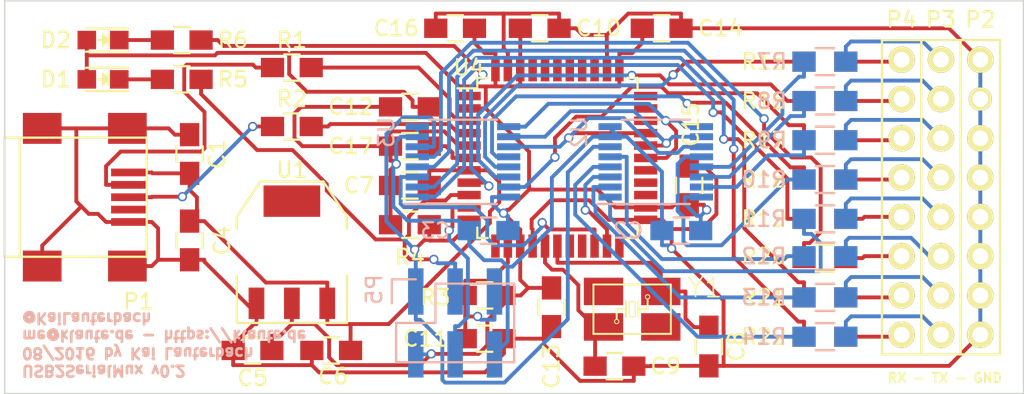
<source format=kicad_pcb>
(kicad_pcb (version 4) (host pcbnew 4.0.2-stable)

  (general
    (links 130)
    (no_connects 0)
    (area 123.956999 89.993 192.560334 117.376333)
    (thickness 1.6)
    (drawings 8)
    (tracks 651)
    (zones 0)
    (modules 51)
    (nets 73)
  )

  (page A4)
  (layers
    (0 F.Cu signal)
    (31 B.Cu signal)
    (32 B.Adhes user)
    (33 F.Adhes user)
    (34 B.Paste user)
    (35 F.Paste user)
    (36 B.SilkS user)
    (37 F.SilkS user)
    (38 B.Mask user)
    (39 F.Mask user)
    (40 Dwgs.User user)
    (41 Cmts.User user)
    (42 Eco1.User user)
    (43 Eco2.User user)
    (44 Edge.Cuts user)
    (45 Margin user)
    (46 B.CrtYd user)
    (47 F.CrtYd user)
    (48 B.Fab user)
    (49 F.Fab user)
  )

  (setup
    (last_trace_width 0.25)
    (trace_clearance 0.2)
    (zone_clearance 0.508)
    (zone_45_only no)
    (trace_min 0.2)
    (segment_width 0.2)
    (edge_width 0.1)
    (via_size 0.6)
    (via_drill 0.4)
    (via_min_size 0.4)
    (via_min_drill 0.3)
    (uvia_size 0.3)
    (uvia_drill 0.1)
    (uvias_allowed no)
    (uvia_min_size 0.2)
    (uvia_min_drill 0.1)
    (pcb_text_width 0.3)
    (pcb_text_size 1.5 1.5)
    (mod_edge_width 0.15)
    (mod_text_size 1 1)
    (mod_text_width 0.15)
    (pad_size 1.7 1.7)
    (pad_drill 1.016)
    (pad_to_mask_clearance 0)
    (aux_axis_origin 0 0)
    (visible_elements 7FFFFFFF)
    (pcbplotparams
      (layerselection 0x00030_80000001)
      (usegerberextensions false)
      (excludeedgelayer true)
      (linewidth 0.100000)
      (plotframeref false)
      (viasonmask false)
      (mode 1)
      (useauxorigin false)
      (hpglpennumber 1)
      (hpglpenspeed 20)
      (hpglpendiameter 15)
      (hpglpenoverlay 2)
      (psnegative false)
      (psa4output false)
      (plotreference true)
      (plotvalue true)
      (plotinvisibletext false)
      (padsonsilk false)
      (subtractmaskfromsilk false)
      (outputformat 1)
      (mirror false)
      (drillshape 1)
      (scaleselection 1)
      (outputdirectory ""))
  )

  (net 0 "")
  (net 1 GND)
  (net 2 +5V)
  (net 3 +3V3)
  (net 4 /D-)
  (net 5 /D+)
  (net 6 "Net-(P1-Pad4)")
  (net 7 "Net-(P3-Pad1)")
  (net 8 "Net-(P3-Pad2)")
  (net 9 "Net-(P3-Pad3)")
  (net 10 "Net-(P3-Pad4)")
  (net 11 "Net-(P3-Pad5)")
  (net 12 "Net-(P3-Pad6)")
  (net 13 "Net-(P3-Pad7)")
  (net 14 "Net-(P3-Pad8)")
  (net 15 "Net-(P4-Pad1)")
  (net 16 "Net-(P4-Pad2)")
  (net 17 "Net-(P4-Pad3)")
  (net 18 "Net-(P4-Pad4)")
  (net 19 "Net-(P4-Pad5)")
  (net 20 "Net-(P4-Pad6)")
  (net 21 "Net-(P4-Pad7)")
  (net 22 "Net-(P4-Pad8)")
  (net 23 /TxD_RxD)
  (net 24 /RxD_TxD)
  (net 25 /S2)
  (net 26 /S1)
  (net 27 /S0)
  (net 28 "Net-(C8-Pad2)")
  (net 29 "Net-(C9-Pad2)")
  (net 30 "Net-(C17-Pad2)")
  (net 31 "Net-(P1-Pad2)")
  (net 32 "Net-(P1-Pad3)")
  (net 33 /nE)
  (net 34 "Net-(U4-Pad1)")
  (net 35 "Net-(U4-Pad12)")
  (net 36 "Net-(U4-Pad18)")
  (net 37 "Net-(U4-Pad19)")
  (net 38 "Net-(U4-Pad22)")
  (net 39 "Net-(U4-Pad25)")
  (net 40 "Net-(U4-Pad26)")
  (net 41 "Net-(U4-Pad27)")
  (net 42 "Net-(U4-Pad31)")
  (net 43 "Net-(U4-Pad32)")
  (net 44 "Net-(U4-Pad33)")
  (net 45 "Net-(U4-Pad36)")
  (net 46 "Net-(U4-Pad37)")
  (net 47 "Net-(U4-Pad38)")
  (net 48 "Net-(U4-Pad39)")
  (net 49 "Net-(U4-Pad40)")
  (net 50 "Net-(U4-Pad41)")
  (net 51 "Net-(D1-Pad1)")
  (net 52 "Net-(D2-Pad1)")
  (net 53 /LED1)
  (net 54 /LED0)
  (net 55 "Net-(R7-Pad1)")
  (net 56 "Net-(R8-Pad1)")
  (net 57 "Net-(R9-Pad1)")
  (net 58 "Net-(R10-Pad1)")
  (net 59 "Net-(R11-Pad1)")
  (net 60 "Net-(R12-Pad1)")
  (net 61 "Net-(R13-Pad1)")
  (net 62 "Net-(R14-Pad1)")
  (net 63 "Net-(R15-Pad1)")
  (net 64 "Net-(R16-Pad1)")
  (net 65 "Net-(R17-Pad1)")
  (net 66 "Net-(R18-Pad1)")
  (net 67 "Net-(R19-Pad1)")
  (net 68 "Net-(R20-Pad1)")
  (net 69 "Net-(R21-Pad1)")
  (net 70 "Net-(R22-Pad1)")
  (net 71 /RESET)
  (net 72 /MOSI)

  (net_class Default "This is the default net class."
    (clearance 0.2)
    (trace_width 0.25)
    (via_dia 0.6)
    (via_drill 0.4)
    (uvia_dia 0.3)
    (uvia_drill 0.1)
    (add_net +3V3)
    (add_net +5V)
    (add_net /D+)
    (add_net /D-)
    (add_net /LED0)
    (add_net /LED1)
    (add_net /MOSI)
    (add_net /RESET)
    (add_net /RxD_TxD)
    (add_net /S0)
    (add_net /S1)
    (add_net /S2)
    (add_net /TxD_RxD)
    (add_net /nE)
    (add_net GND)
    (add_net "Net-(C17-Pad2)")
    (add_net "Net-(C8-Pad2)")
    (add_net "Net-(C9-Pad2)")
    (add_net "Net-(D1-Pad1)")
    (add_net "Net-(D2-Pad1)")
    (add_net "Net-(P1-Pad2)")
    (add_net "Net-(P1-Pad3)")
    (add_net "Net-(P1-Pad4)")
    (add_net "Net-(P3-Pad1)")
    (add_net "Net-(P3-Pad2)")
    (add_net "Net-(P3-Pad3)")
    (add_net "Net-(P3-Pad4)")
    (add_net "Net-(P3-Pad5)")
    (add_net "Net-(P3-Pad6)")
    (add_net "Net-(P3-Pad7)")
    (add_net "Net-(P3-Pad8)")
    (add_net "Net-(P4-Pad1)")
    (add_net "Net-(P4-Pad2)")
    (add_net "Net-(P4-Pad3)")
    (add_net "Net-(P4-Pad4)")
    (add_net "Net-(P4-Pad5)")
    (add_net "Net-(P4-Pad6)")
    (add_net "Net-(P4-Pad7)")
    (add_net "Net-(P4-Pad8)")
    (add_net "Net-(R10-Pad1)")
    (add_net "Net-(R11-Pad1)")
    (add_net "Net-(R12-Pad1)")
    (add_net "Net-(R13-Pad1)")
    (add_net "Net-(R14-Pad1)")
    (add_net "Net-(R15-Pad1)")
    (add_net "Net-(R16-Pad1)")
    (add_net "Net-(R17-Pad1)")
    (add_net "Net-(R18-Pad1)")
    (add_net "Net-(R19-Pad1)")
    (add_net "Net-(R20-Pad1)")
    (add_net "Net-(R21-Pad1)")
    (add_net "Net-(R22-Pad1)")
    (add_net "Net-(R7-Pad1)")
    (add_net "Net-(R8-Pad1)")
    (add_net "Net-(R9-Pad1)")
    (add_net "Net-(U4-Pad1)")
    (add_net "Net-(U4-Pad12)")
    (add_net "Net-(U4-Pad18)")
    (add_net "Net-(U4-Pad19)")
    (add_net "Net-(U4-Pad22)")
    (add_net "Net-(U4-Pad25)")
    (add_net "Net-(U4-Pad26)")
    (add_net "Net-(U4-Pad27)")
    (add_net "Net-(U4-Pad31)")
    (add_net "Net-(U4-Pad32)")
    (add_net "Net-(U4-Pad33)")
    (add_net "Net-(U4-Pad36)")
    (add_net "Net-(U4-Pad37)")
    (add_net "Net-(U4-Pad38)")
    (add_net "Net-(U4-Pad39)")
    (add_net "Net-(U4-Pad40)")
    (add_net "Net-(U4-Pad41)")
  )

  (module Pin_Headers:Pin_Header_Straight_2x03 (layer B.Cu) (tedit 57C1449A) (tstamp 57C14189)
    (at 151.003 110.998 270)
    (descr "Through hole pin header")
    (tags "pin header")
    (path /57C14197)
    (fp_text reference P5 (at -0.889 2.684001 270) (layer B.SilkS)
      (effects (font (size 1 1) (thickness 0.15)) (justify mirror))
    )
    (fp_text value CONN_02X03 (at 1.27 -7.62 270) (layer B.Fab) hide
      (effects (font (size 1 1) (thickness 0.15)) (justify mirror))
    )
    (fp_line (start -1.27 -1.27) (end -1.27 -6.35) (layer B.SilkS) (width 0.15))
    (fp_line (start -1.55 1.55) (end 0 1.55) (layer B.SilkS) (width 0.15))
    (fp_line (start -1.75 1.75) (end -1.75 -6.85) (layer B.CrtYd) (width 0.05))
    (fp_line (start 4.3 1.75) (end 4.3 -6.85) (layer B.CrtYd) (width 0.05))
    (fp_line (start -1.75 1.75) (end 4.3 1.75) (layer B.CrtYd) (width 0.05))
    (fp_line (start -1.75 -6.85) (end 4.3 -6.85) (layer B.CrtYd) (width 0.05))
    (fp_line (start 1.27 1.27) (end 1.27 -1.27) (layer B.SilkS) (width 0.15))
    (fp_line (start 1.27 -1.27) (end -1.27 -1.27) (layer B.SilkS) (width 0.15))
    (fp_line (start -1.27 -6.35) (end 3.81 -6.35) (layer B.SilkS) (width 0.15))
    (fp_line (start 3.81 -6.35) (end 3.81 -1.27) (layer B.SilkS) (width 0.15))
    (fp_line (start -1.55 1.55) (end -1.55 0) (layer B.SilkS) (width 0.15))
    (fp_line (start 3.81 1.27) (end 1.27 1.27) (layer B.SilkS) (width 0.15))
    (fp_line (start 3.81 -1.27) (end 3.81 1.27) (layer B.SilkS) (width 0.15))
    (pad 1 smd rect (at -0.762 0 270) (size 3 1) (layers B.Cu B.Paste B.Mask)
      (net 33 /nE))
    (pad 2 smd rect (at 3.302 0 270) (size 3 1) (layers B.Cu B.Paste B.Mask)
      (net 3 +3V3))
    (pad 3 smd rect (at -0.762 -2.54 270) (size 3 1) (layers B.Cu B.Paste B.Mask)
      (net 53 /LED1))
    (pad 4 smd rect (at 3.302 -2.54 270) (size 3 1) (layers B.Cu B.Paste B.Mask)
      (net 72 /MOSI))
    (pad 5 smd rect (at -0.762 -5.08 270) (size 3 1) (layers B.Cu B.Paste B.Mask)
      (net 71 /RESET))
    (pad 6 smd rect (at 3.302 -5.08 270) (size 3 1) (layers B.Cu B.Paste B.Mask)
      (net 1 GND))
    (model Pin_Headers.3dshapes/Pin_Header_Straight_2x03.wrl
      (at (xyz 0.05 -0.1 0))
      (scale (xyz 1 1 1))
      (rotate (xyz 0 0 90))
    )
  )

  (module Housings_SSOP:TSSOP-16_4.4x5mm_Pitch0.65mm (layer B.Cu) (tedit 579A4441) (tstamp 5789E0C1)
    (at 166.497 101.854)
    (descr "16-Lead Plastic Thin Shrink Small Outline (ST)-4.4 mm Body [TSSOP] (see Microchip Packaging Specification 00000049BS.pdf)")
    (tags "SSOP 0.65")
    (path /57C03578)
    (attr smd)
    (fp_text reference U2 (at -4.953 -1.905 270) (layer B.SilkS)
      (effects (font (size 1 1) (thickness 0.15)) (justify mirror))
    )
    (fp_text value 74HCT4051 (at 0 -3.55) (layer B.Fab) hide
      (effects (font (size 1 1) (thickness 0.15)) (justify mirror))
    )
    (fp_line (start -3.95 2.8) (end -3.95 -2.8) (layer B.CrtYd) (width 0.05))
    (fp_line (start 3.95 2.8) (end 3.95 -2.8) (layer B.CrtYd) (width 0.05))
    (fp_line (start -3.95 2.8) (end 3.95 2.8) (layer B.CrtYd) (width 0.05))
    (fp_line (start -3.95 -2.8) (end 3.95 -2.8) (layer B.CrtYd) (width 0.05))
    (fp_line (start -2.2 -2.725) (end 2.2 -2.725) (layer B.SilkS) (width 0.15))
    (fp_line (start -3.775 2.725) (end 2.2 2.725) (layer B.SilkS) (width 0.15))
    (pad 1 smd rect (at -2.95 2.275) (size 1.5 0.45) (layers B.Cu B.Paste B.Mask)
      (net 59 "Net-(R11-Pad1)"))
    (pad 2 smd rect (at -2.95 1.625) (size 1.5 0.45) (layers B.Cu B.Paste B.Mask)
      (net 61 "Net-(R13-Pad1)"))
    (pad 3 smd rect (at -2.95 0.975) (size 1.5 0.45) (layers B.Cu B.Paste B.Mask)
      (net 23 /TxD_RxD))
    (pad 4 smd rect (at -2.95 0.325) (size 1.5 0.45) (layers B.Cu B.Paste B.Mask)
      (net 62 "Net-(R14-Pad1)"))
    (pad 5 smd rect (at -2.95 -0.325) (size 1.5 0.45) (layers B.Cu B.Paste B.Mask)
      (net 60 "Net-(R12-Pad1)"))
    (pad 6 smd rect (at -2.95 -0.975) (size 1.5 0.45) (layers B.Cu B.Paste B.Mask)
      (net 33 /nE))
    (pad 7 smd rect (at -2.95 -1.625) (size 1.5 0.45) (layers B.Cu B.Paste B.Mask)
      (net 1 GND))
    (pad 8 smd rect (at -2.95 -2.275) (size 1.5 0.45) (layers B.Cu B.Paste B.Mask)
      (net 1 GND))
    (pad 9 smd rect (at 2.95 -2.275) (size 1.5 0.45) (layers B.Cu B.Paste B.Mask)
      (net 25 /S2))
    (pad 10 smd rect (at 2.95 -1.625) (size 1.5 0.45) (layers B.Cu B.Paste B.Mask)
      (net 26 /S1))
    (pad 11 smd rect (at 2.95 -0.975) (size 1.5 0.45) (layers B.Cu B.Paste B.Mask)
      (net 27 /S0))
    (pad 12 smd rect (at 2.95 -0.325) (size 1.5 0.45) (layers B.Cu B.Paste B.Mask)
      (net 58 "Net-(R10-Pad1)"))
    (pad 13 smd rect (at 2.95 0.325) (size 1.5 0.45) (layers B.Cu B.Paste B.Mask)
      (net 55 "Net-(R7-Pad1)"))
    (pad 14 smd rect (at 2.95 0.975) (size 1.5 0.45) (layers B.Cu B.Paste B.Mask)
      (net 56 "Net-(R8-Pad1)"))
    (pad 15 smd rect (at 2.95 1.625) (size 1.5 0.45) (layers B.Cu B.Paste B.Mask)
      (net 57 "Net-(R9-Pad1)"))
    (pad 16 smd rect (at 2.95 2.275) (size 1.5 0.45) (layers B.Cu B.Paste B.Mask)
      (net 3 +3V3))
    (model Housings_SSOP.3dshapes/TSSOP-16_4.4x5mm_Pitch0.65mm.wrl
      (at (xyz 0 0 0))
      (scale (xyz 1 1 1))
      (rotate (xyz 0 0 0))
    )
  )

  (module Pin_Headers:Pin_Header_Straight_1x08 (layer F.Cu) (tedit 5791D8EB) (tstamp 5789E075)
    (at 187.452 95.25)
    (descr "Through hole pin header")
    (tags "pin header")
    (path /578802D4)
    (fp_text reference P2 (at 0 -2.6) (layer F.SilkS)
      (effects (font (size 1 1) (thickness 0.15)))
    )
    (fp_text value CONN_01X08 (at 0 -3.1) (layer F.Fab) hide
      (effects (font (size 1 1) (thickness 0.15)))
    )
    (fp_line (start -1.27 1.27) (end -1.27 -1.27) (layer F.SilkS) (width 0.15))
    (fp_line (start -1.27 -1.27) (end 1.27 -1.27) (layer F.SilkS) (width 0.15))
    (fp_line (start 1.27 -1.27) (end 1.27 1.27) (layer F.SilkS) (width 0.15))
    (fp_line (start -1.75 -1.75) (end -1.75 19.55) (layer F.CrtYd) (width 0.05))
    (fp_line (start 1.75 -1.75) (end 1.75 19.55) (layer F.CrtYd) (width 0.05))
    (fp_line (start -1.75 -1.75) (end 1.75 -1.75) (layer F.CrtYd) (width 0.05))
    (fp_line (start -1.75 19.55) (end 1.75 19.55) (layer F.CrtYd) (width 0.05))
    (fp_line (start 1.27 1.27) (end 1.27 19.05) (layer F.SilkS) (width 0.15))
    (fp_line (start 1.27 19.05) (end -1.27 19.05) (layer F.SilkS) (width 0.15))
    (fp_line (start -1.27 19.05) (end -1.27 1.27) (layer F.SilkS) (width 0.15))
    (pad 1 thru_hole circle (at 0 0) (size 1.7 1.7) (drill 1.016) (layers *.Cu *.Mask F.SilkS)
      (net 1 GND))
    (pad 2 thru_hole circle (at 0 2.54) (size 1.5 1.5) (drill 1.016) (layers *.Cu *.Mask F.SilkS)
      (net 1 GND))
    (pad 3 thru_hole circle (at 0 5.08) (size 1.7 1.7) (drill 1.016) (layers *.Cu *.Mask F.SilkS)
      (net 1 GND))
    (pad 4 thru_hole circle (at 0 7.62) (size 1.7 1.7) (drill 1.016) (layers *.Cu *.Mask F.SilkS)
      (net 1 GND))
    (pad 5 thru_hole circle (at 0 10.16) (size 1.7 1.7) (drill 1.016) (layers *.Cu *.Mask F.SilkS)
      (net 1 GND))
    (pad 6 thru_hole circle (at 0 12.7) (size 1.7 1.7) (drill 1.016) (layers *.Cu *.Mask F.SilkS)
      (net 1 GND))
    (pad 7 thru_hole circle (at 0 15.24) (size 1.7 1.7) (drill 1.016) (layers *.Cu *.Mask F.SilkS)
      (net 1 GND))
    (pad 8 thru_hole circle (at 0 17.78) (size 1.7 1.7) (drill 1.016) (layers *.Cu *.Mask F.SilkS)
      (net 1 GND))
    (model Pin_Headers.3dshapes/Pin_Header_Straight_1x08.wrl
      (at (xyz 0 -0.35 0))
      (scale (xyz 1 1 1))
      (rotate (xyz 0 0 90))
    )
  )

  (module Pin_Headers:Pin_Header_Straight_1x08 (layer F.Cu) (tedit 5791D926) (tstamp 5789E08D)
    (at 182.372 95.25)
    (descr "Through hole pin header")
    (tags "pin header")
    (path /57880227)
    (fp_text reference P4 (at 0 -2.6) (layer F.SilkS)
      (effects (font (size 1 1) (thickness 0.15)))
    )
    (fp_text value CONN_01X08 (at 0 -3.1) (layer F.Fab) hide
      (effects (font (size 1 1) (thickness 0.15)))
    )
    (fp_line (start -1.27 1.27) (end -1.27 -1.27) (layer F.SilkS) (width 0.15))
    (fp_line (start -1.27 -1.27) (end 1.27 -1.27) (layer F.SilkS) (width 0.15))
    (fp_line (start 1.27 -1.27) (end 1.27 1.27) (layer F.SilkS) (width 0.15))
    (fp_line (start -1.75 -1.75) (end -1.75 19.55) (layer F.CrtYd) (width 0.05))
    (fp_line (start 1.75 -1.75) (end 1.75 19.55) (layer F.CrtYd) (width 0.05))
    (fp_line (start -1.75 -1.75) (end 1.75 -1.75) (layer F.CrtYd) (width 0.05))
    (fp_line (start -1.75 19.55) (end 1.75 19.55) (layer F.CrtYd) (width 0.05))
    (fp_line (start 1.27 1.27) (end 1.27 19.05) (layer F.SilkS) (width 0.15))
    (fp_line (start 1.27 19.05) (end -1.27 19.05) (layer F.SilkS) (width 0.15))
    (fp_line (start -1.27 19.05) (end -1.27 1.27) (layer F.SilkS) (width 0.15))
    (pad 1 thru_hole circle (at 0 0) (size 1.7 1.7) (drill 1.016) (layers *.Cu *.Mask F.SilkS)
      (net 15 "Net-(P4-Pad1)"))
    (pad 2 thru_hole circle (at 0 2.54) (size 1.7 1.7) (drill 1.016) (layers *.Cu *.Mask F.SilkS)
      (net 16 "Net-(P4-Pad2)"))
    (pad 3 thru_hole circle (at 0 5.08) (size 1.7 1.7) (drill 1.016) (layers *.Cu *.Mask F.SilkS)
      (net 17 "Net-(P4-Pad3)"))
    (pad 4 thru_hole circle (at 0 7.62) (size 1.7 1.7) (drill 1.016) (layers *.Cu *.Mask F.SilkS)
      (net 18 "Net-(P4-Pad4)"))
    (pad 5 thru_hole circle (at 0 10.16) (size 1.7 1.7) (drill 1.016) (layers *.Cu *.Mask F.SilkS)
      (net 19 "Net-(P4-Pad5)"))
    (pad 6 thru_hole circle (at 0 12.7) (size 1.7 1.7) (drill 1.016) (layers *.Cu *.Mask F.SilkS)
      (net 20 "Net-(P4-Pad6)"))
    (pad 7 thru_hole circle (at 0 15.24) (size 1.7 1.7) (drill 1.016) (layers *.Cu *.Mask F.SilkS)
      (net 21 "Net-(P4-Pad7)"))
    (pad 8 thru_hole circle (at 0 17.78) (size 1.7 1.7) (drill 1.016) (layers *.Cu *.Mask F.SilkS)
      (net 22 "Net-(P4-Pad8)"))
    (model Pin_Headers.3dshapes/Pin_Header_Straight_1x08.wrl
      (at (xyz 0 -0.35 0))
      (scale (xyz 1 1 1))
      (rotate (xyz 0 0 90))
    )
  )

  (module crystal:crystal-EURO_3_5_1_BIGPAD (layer F.Cu) (tedit 579A3DBE) (tstamp 5791C8DC)
    (at 164.973 111.379 180)
    (path /57914290)
    (attr smd)
    (fp_text reference Y1 (at -4.699 1.397 180) (layer F.SilkS)
      (effects (font (size 1.27 1.27) (thickness 0.1016)))
    )
    (fp_text value Crystal_Small (at 1.27 3.175 180) (layer F.SilkS) hide
      (effects (font (size 1.27 1.27) (thickness 0.1016)))
    )
    (fp_line (start -0.19812 0.49784) (end 0.19812 0.49784) (layer F.SilkS) (width 0.06604))
    (fp_line (start 0.19812 0.49784) (end 0.19812 -0.49784) (layer F.SilkS) (width 0.06604))
    (fp_line (start -0.19812 -0.49784) (end 0.19812 -0.49784) (layer F.SilkS) (width 0.06604))
    (fp_line (start -0.19812 0.49784) (end -0.19812 -0.49784) (layer F.SilkS) (width 0.06604))
    (fp_line (start -2.49936 -1.59766) (end 2.49936 -1.59766) (layer F.SilkS) (width 0.127))
    (fp_line (start -2.49936 -1.59766) (end -2.49936 1.59766) (layer F.SilkS) (width 0.127))
    (fp_line (start -2.49936 1.59766) (end 2.49936 1.59766) (layer F.SilkS) (width 0.127))
    (fp_line (start 2.49936 -1.59766) (end 2.49936 1.59766) (layer F.SilkS) (width 0.127))
    (fp_line (start -0.39878 -0.49784) (end -0.39878 0) (layer F.SilkS) (width 0.127))
    (fp_line (start -0.39878 0) (end -0.39878 0.49784) (layer F.SilkS) (width 0.127))
    (fp_line (start 0.39878 -0.49784) (end 0.39878 0) (layer F.SilkS) (width 0.127))
    (fp_line (start 0.39878 0) (end 0.39878 0.49784) (layer F.SilkS) (width 0.127))
    (fp_line (start -0.99822 0) (end -0.39878 0) (layer F.SilkS) (width 0.127))
    (fp_line (start -0.99822 0) (end -0.99822 0.59944) (layer F.SilkS) (width 0.127))
    (fp_line (start 0.39878 0) (end 0.99822 0) (layer F.SilkS) (width 0.127))
    (fp_line (start 0.99822 0) (end 0.99822 -0.59944) (layer F.SilkS) (width 0.127))
    (fp_circle (center -0.99822 0.79756) (end -1.09728 0.89662) (layer F.SilkS) (width 0.0635))
    (fp_circle (center 0.99822 -0.79756) (end 1.09728 -0.89662) (layer F.SilkS) (width 0.0635))
    (pad 1 smd rect (at -1.84912 1.14808 180) (size 2.54 1.778) (layers F.Cu F.Paste F.Mask)
      (net 28 "Net-(C8-Pad2)"))
    (pad 0 smd rect (at 1.84912 1.14808 180) (size 2.54 1.778) (layers F.Cu F.Paste F.Mask))
    (pad 2 smd rect (at 1.84912 -1.14808 180) (size 2.54 1.778) (layers F.Cu F.Paste F.Mask)
      (net 29 "Net-(C9-Pad2)"))
    (pad 0 smd rect (at -1.84912 -1.14808 180) (size 2.54 1.778) (layers F.Cu F.Paste F.Mask))
  )

  (module Housings_SSOP:TSSOP-16_4.4x5mm_Pitch0.65mm (layer B.Cu) (tedit 579A4429) (tstamp 5789E0D5)
    (at 154.051 101.854)
    (descr "16-Lead Plastic Thin Shrink Small Outline (ST)-4.4 mm Body [TSSOP] (see Microchip Packaging Specification 00000049BS.pdf)")
    (tags "SSOP 0.65")
    (path /5789E407)
    (attr smd)
    (fp_text reference U3 (at -4.953 -1.905 270) (layer B.SilkS)
      (effects (font (size 1 1) (thickness 0.15)) (justify mirror))
    )
    (fp_text value 74HCT4051 (at 0 -3.55) (layer B.Fab) hide
      (effects (font (size 1 1) (thickness 0.15)) (justify mirror))
    )
    (fp_line (start -3.95 2.8) (end -3.95 -2.8) (layer B.CrtYd) (width 0.05))
    (fp_line (start 3.95 2.8) (end 3.95 -2.8) (layer B.CrtYd) (width 0.05))
    (fp_line (start -3.95 2.8) (end 3.95 2.8) (layer B.CrtYd) (width 0.05))
    (fp_line (start -3.95 -2.8) (end 3.95 -2.8) (layer B.CrtYd) (width 0.05))
    (fp_line (start -2.2 -2.725) (end 2.2 -2.725) (layer B.SilkS) (width 0.15))
    (fp_line (start -3.775 2.725) (end 2.2 2.725) (layer B.SilkS) (width 0.15))
    (pad 1 smd rect (at -2.95 2.275) (size 1.5 0.45) (layers B.Cu B.Paste B.Mask)
      (net 67 "Net-(R19-Pad1)"))
    (pad 2 smd rect (at -2.95 1.625) (size 1.5 0.45) (layers B.Cu B.Paste B.Mask)
      (net 69 "Net-(R21-Pad1)"))
    (pad 3 smd rect (at -2.95 0.975) (size 1.5 0.45) (layers B.Cu B.Paste B.Mask)
      (net 24 /RxD_TxD))
    (pad 4 smd rect (at -2.95 0.325) (size 1.5 0.45) (layers B.Cu B.Paste B.Mask)
      (net 70 "Net-(R22-Pad1)"))
    (pad 5 smd rect (at -2.95 -0.325) (size 1.5 0.45) (layers B.Cu B.Paste B.Mask)
      (net 68 "Net-(R20-Pad1)"))
    (pad 6 smd rect (at -2.95 -0.975) (size 1.5 0.45) (layers B.Cu B.Paste B.Mask)
      (net 33 /nE))
    (pad 7 smd rect (at -2.95 -1.625) (size 1.5 0.45) (layers B.Cu B.Paste B.Mask)
      (net 1 GND))
    (pad 8 smd rect (at -2.95 -2.275) (size 1.5 0.45) (layers B.Cu B.Paste B.Mask)
      (net 1 GND))
    (pad 9 smd rect (at 2.95 -2.275) (size 1.5 0.45) (layers B.Cu B.Paste B.Mask)
      (net 25 /S2))
    (pad 10 smd rect (at 2.95 -1.625) (size 1.5 0.45) (layers B.Cu B.Paste B.Mask)
      (net 26 /S1))
    (pad 11 smd rect (at 2.95 -0.975) (size 1.5 0.45) (layers B.Cu B.Paste B.Mask)
      (net 27 /S0))
    (pad 12 smd rect (at 2.95 -0.325) (size 1.5 0.45) (layers B.Cu B.Paste B.Mask)
      (net 66 "Net-(R18-Pad1)"))
    (pad 13 smd rect (at 2.95 0.325) (size 1.5 0.45) (layers B.Cu B.Paste B.Mask)
      (net 63 "Net-(R15-Pad1)"))
    (pad 14 smd rect (at 2.95 0.975) (size 1.5 0.45) (layers B.Cu B.Paste B.Mask)
      (net 64 "Net-(R16-Pad1)"))
    (pad 15 smd rect (at 2.95 1.625) (size 1.5 0.45) (layers B.Cu B.Paste B.Mask)
      (net 65 "Net-(R17-Pad1)"))
    (pad 16 smd rect (at 2.95 2.275) (size 1.5 0.45) (layers B.Cu B.Paste B.Mask)
      (net 3 +3V3))
    (model Housings_SSOP.3dshapes/TSSOP-16_4.4x5mm_Pitch0.65mm.wrl
      (at (xyz 0 0 0))
      (scale (xyz 1 1 1))
      (rotate (xyz 0 0 0))
    )
  )

  (module Pin_Headers:Pin_Header_Straight_1x08 (layer F.Cu) (tedit 5791D92B) (tstamp 5789E081)
    (at 184.912 95.25)
    (descr "Through hole pin header")
    (tags "pin header")
    (path /578800A6)
    (fp_text reference P3 (at 0 -2.6) (layer F.SilkS)
      (effects (font (size 1 1) (thickness 0.15)))
    )
    (fp_text value CONN_01X08 (at 0 -3.1) (layer F.Fab) hide
      (effects (font (size 1 1) (thickness 0.15)))
    )
    (fp_line (start -1.27 1.27) (end -1.27 -1.27) (layer F.SilkS) (width 0.15))
    (fp_line (start -1.27 -1.27) (end 1.27 -1.27) (layer F.SilkS) (width 0.15))
    (fp_line (start 1.27 -1.27) (end 1.27 1.27) (layer F.SilkS) (width 0.15))
    (fp_line (start -1.75 -1.75) (end -1.75 19.55) (layer F.CrtYd) (width 0.05))
    (fp_line (start 1.75 -1.75) (end 1.75 19.55) (layer F.CrtYd) (width 0.05))
    (fp_line (start -1.75 -1.75) (end 1.75 -1.75) (layer F.CrtYd) (width 0.05))
    (fp_line (start -1.75 19.55) (end 1.75 19.55) (layer F.CrtYd) (width 0.05))
    (fp_line (start 1.27 1.27) (end 1.27 19.05) (layer F.SilkS) (width 0.15))
    (fp_line (start 1.27 19.05) (end -1.27 19.05) (layer F.SilkS) (width 0.15))
    (fp_line (start -1.27 19.05) (end -1.27 1.27) (layer F.SilkS) (width 0.15))
    (pad 1 thru_hole circle (at 0 0) (size 1.7 1.7) (drill 1.016) (layers *.Cu *.Mask F.SilkS)
      (net 7 "Net-(P3-Pad1)"))
    (pad 2 thru_hole circle (at 0 2.54) (size 1.7 1.7) (drill 1.016) (layers *.Cu *.Mask F.SilkS)
      (net 8 "Net-(P3-Pad2)"))
    (pad 3 thru_hole circle (at 0 5.08) (size 1.7 1.7) (drill 1.016) (layers *.Cu *.Mask F.SilkS)
      (net 9 "Net-(P3-Pad3)"))
    (pad 4 thru_hole circle (at 0 7.62) (size 1.7 1.7) (drill 1.016) (layers *.Cu *.Mask F.SilkS)
      (net 10 "Net-(P3-Pad4)"))
    (pad 5 thru_hole circle (at 0 10.16) (size 1.7 1.7) (drill 1.016) (layers *.Cu *.Mask F.SilkS)
      (net 11 "Net-(P3-Pad5)"))
    (pad 6 thru_hole circle (at 0 12.7) (size 1.7 1.7) (drill 1.016) (layers *.Cu *.Mask F.SilkS)
      (net 12 "Net-(P3-Pad6)"))
    (pad 7 thru_hole circle (at 0 15.24) (size 1.7 1.7) (drill 1.016) (layers *.Cu *.Mask F.SilkS)
      (net 13 "Net-(P3-Pad7)"))
    (pad 8 thru_hole circle (at 0 17.78) (size 1.7 1.7) (drill 1.016) (layers *.Cu *.Mask F.SilkS)
      (net 14 "Net-(P3-Pad8)"))
    (model Pin_Headers.3dshapes/Pin_Header_Straight_1x08.wrl
      (at (xyz 0 -0.35 0))
      (scale (xyz 1 1 1))
      (rotate (xyz 0 0 90))
    )
  )

  (module Connect:USB_Mini-B (layer F.Cu) (tedit 579A448C) (tstamp 578A65DB)
    (at 129.032 104.14)
    (descr "USB Mini-B 5-pin SMD connector")
    (tags "USB USB_B USB_Mini connector")
    (path /578834A3)
    (attr smd)
    (fp_text reference P1 (at 4.064 6.731 180) (layer F.SilkS)
      (effects (font (size 1 1) (thickness 0.15)))
    )
    (fp_text value USB_OTG (at 0 -7.0993) (layer F.Fab) hide
      (effects (font (size 1 1) (thickness 0.15)))
    )
    (fp_line (start -4.85 -5.7) (end 4.85 -5.7) (layer F.CrtYd) (width 0.05))
    (fp_line (start 4.85 -5.7) (end 4.85 5.7) (layer F.CrtYd) (width 0.05))
    (fp_line (start 4.85 5.7) (end -4.85 5.7) (layer F.CrtYd) (width 0.05))
    (fp_line (start -4.85 5.7) (end -4.85 -5.7) (layer F.CrtYd) (width 0.05))
    (fp_line (start -3.59918 -3.85064) (end -3.59918 3.85064) (layer F.SilkS) (width 0.15))
    (fp_line (start -4.59994 -3.85064) (end -4.59994 3.85064) (layer F.SilkS) (width 0.15))
    (fp_line (start -4.59994 3.85064) (end 4.59994 3.85064) (layer F.SilkS) (width 0.15))
    (fp_line (start 4.59994 3.85064) (end 4.59994 -3.85064) (layer F.SilkS) (width 0.15))
    (fp_line (start 4.59994 -3.85064) (end -4.59994 -3.85064) (layer F.SilkS) (width 0.15))
    (pad 1 smd rect (at 3.44932 -1.6002) (size 2.30124 0.50038) (layers F.Cu F.Paste F.Mask)
      (net 2 +5V))
    (pad 2 smd rect (at 3.44932 -0.8001) (size 2.30124 0.50038) (layers F.Cu F.Paste F.Mask)
      (net 31 "Net-(P1-Pad2)"))
    (pad 3 smd rect (at 3.44932 0) (size 2.30124 0.50038) (layers F.Cu F.Paste F.Mask)
      (net 32 "Net-(P1-Pad3)"))
    (pad 4 smd rect (at 3.44932 0.8001) (size 2.30124 0.50038) (layers F.Cu F.Paste F.Mask)
      (net 6 "Net-(P1-Pad4)"))
    (pad 5 smd rect (at 3.44932 1.6002) (size 2.30124 0.50038) (layers F.Cu F.Paste F.Mask)
      (net 1 GND))
    (pad 6 smd rect (at 3.35026 -4.45008) (size 2.49936 1.99898) (layers F.Cu F.Paste F.Mask)
      (net 1 GND))
    (pad 6 smd rect (at -2.14884 -4.45008) (size 2.49936 1.99898) (layers F.Cu F.Paste F.Mask)
      (net 1 GND))
    (pad 6 smd rect (at 3.35026 4.45008) (size 2.49936 1.99898) (layers F.Cu F.Paste F.Mask)
      (net 1 GND))
    (pad 6 smd rect (at -2.14884 4.45008) (size 2.49936 1.99898) (layers F.Cu F.Paste F.Mask)
      (net 1 GND))
    (pad "" np_thru_hole circle (at 0.8509 -2.19964) (size 0.89916 0.89916) (drill 0.89916) (layers *.Cu *.Mask F.SilkS))
    (pad "" np_thru_hole circle (at 0.8509 2.19964) (size 0.89916 0.89916) (drill 0.89916) (layers *.Cu *.Mask F.SilkS))
  )

  (module Capacitors_SMD:C_0805_HandSoldering (layer F.Cu) (tedit 5791C25A) (tstamp 57910EE6)
    (at 143.002 95.758)
    (descr "Capacitor SMD 0805, hand soldering")
    (tags "capacitor 0805")
    (path /579174A9)
    (attr smd)
    (fp_text reference R1 (at 0 -1.778) (layer F.SilkS)
      (effects (font (size 1 1) (thickness 0.15)))
    )
    (fp_text value 22 (at 0 2.1) (layer F.Fab) hide
      (effects (font (size 1 1) (thickness 0.15)))
    )
    (fp_line (start -2.3 -1) (end 2.3 -1) (layer F.CrtYd) (width 0.05))
    (fp_line (start -2.3 1) (end 2.3 1) (layer F.CrtYd) (width 0.05))
    (fp_line (start -2.3 -1) (end -2.3 1) (layer F.CrtYd) (width 0.05))
    (fp_line (start 2.3 -1) (end 2.3 1) (layer F.CrtYd) (width 0.05))
    (fp_line (start 0.5 -0.85) (end -0.5 -0.85) (layer F.SilkS) (width 0.15))
    (fp_line (start -0.5 0.85) (end 0.5 0.85) (layer F.SilkS) (width 0.15))
    (pad 1 smd rect (at -1.25 0) (size 1.5 1.25) (layers F.Cu F.Paste F.Mask)
      (net 31 "Net-(P1-Pad2)"))
    (pad 2 smd rect (at 1.25 0) (size 1.5 1.25) (layers F.Cu F.Paste F.Mask)
      (net 4 /D-))
    (model Capacitors_SMD.3dshapes/C_0805_HandSoldering.wrl
      (at (xyz 0 0 0))
      (scale (xyz 1 1 1))
      (rotate (xyz 0 0 0))
    )
  )

  (module Capacitors_SMD:C_0805_HandSoldering (layer F.Cu) (tedit 5791C25E) (tstamp 57910EEC)
    (at 143.002 99.568)
    (descr "Capacitor SMD 0805, hand soldering")
    (tags "capacitor 0805")
    (path /579177D4)
    (attr smd)
    (fp_text reference R2 (at 0 -1.778) (layer F.SilkS)
      (effects (font (size 1 1) (thickness 0.15)))
    )
    (fp_text value 22 (at 0 2.1) (layer F.Fab) hide
      (effects (font (size 1 1) (thickness 0.15)))
    )
    (fp_line (start -2.3 -1) (end 2.3 -1) (layer F.CrtYd) (width 0.05))
    (fp_line (start -2.3 1) (end 2.3 1) (layer F.CrtYd) (width 0.05))
    (fp_line (start -2.3 -1) (end -2.3 1) (layer F.CrtYd) (width 0.05))
    (fp_line (start 2.3 -1) (end 2.3 1) (layer F.CrtYd) (width 0.05))
    (fp_line (start 0.5 -0.85) (end -0.5 -0.85) (layer F.SilkS) (width 0.15))
    (fp_line (start -0.5 0.85) (end 0.5 0.85) (layer F.SilkS) (width 0.15))
    (pad 1 smd rect (at -1.25 0) (size 1.5 1.25) (layers F.Cu F.Paste F.Mask)
      (net 32 "Net-(P1-Pad3)"))
    (pad 2 smd rect (at 1.25 0) (size 1.5 1.25) (layers F.Cu F.Paste F.Mask)
      (net 5 /D+))
    (model Capacitors_SMD.3dshapes/C_0805_HandSoldering.wrl
      (at (xyz 0 0 0))
      (scale (xyz 1 1 1))
      (rotate (xyz 0 0 0))
    )
  )

  (module Capacitors_SMD:C_0805_HandSoldering (layer F.Cu) (tedit 5791C21C) (tstamp 57910EF2)
    (at 155.448 110.49 180)
    (descr "Capacitor SMD 0805, hand soldering")
    (tags "capacitor 0805")
    (path /57912DC2)
    (attr smd)
    (fp_text reference R3 (at 3.175 -0.127 180) (layer F.SilkS)
      (effects (font (size 1 1) (thickness 0.15)))
    )
    (fp_text value 10k (at 0 2.1 180) (layer F.Fab) hide
      (effects (font (size 1 1) (thickness 0.15)))
    )
    (fp_line (start -2.3 -1) (end 2.3 -1) (layer F.CrtYd) (width 0.05))
    (fp_line (start -2.3 1) (end 2.3 1) (layer F.CrtYd) (width 0.05))
    (fp_line (start -2.3 -1) (end -2.3 1) (layer F.CrtYd) (width 0.05))
    (fp_line (start 2.3 -1) (end 2.3 1) (layer F.CrtYd) (width 0.05))
    (fp_line (start 0.5 -0.85) (end -0.5 -0.85) (layer F.SilkS) (width 0.15))
    (fp_line (start -0.5 0.85) (end 0.5 0.85) (layer F.SilkS) (width 0.15))
    (pad 1 smd rect (at -1.25 0 180) (size 1.5 1.25) (layers F.Cu F.Paste F.Mask)
      (net 3 +3V3))
    (pad 2 smd rect (at 1.25 0 180) (size 1.5 1.25) (layers F.Cu F.Paste F.Mask)
      (net 71 /RESET))
    (model Capacitors_SMD.3dshapes/C_0805_HandSoldering.wrl
      (at (xyz 0 0 0))
      (scale (xyz 1 1 1))
      (rotate (xyz 0 0 0))
    )
  )

  (module Capacitors_SMD:C_0805_HandSoldering (layer F.Cu) (tedit 5791B485) (tstamp 57910EF8)
    (at 150.622 105.918 180)
    (descr "Capacitor SMD 0805, hand soldering")
    (tags "capacitor 0805")
    (path /57914D9E)
    (attr smd)
    (fp_text reference R4 (at 0 -2.1 180) (layer F.SilkS)
      (effects (font (size 1 1) (thickness 0.15)))
    )
    (fp_text value 10k (at 0 2.1 180) (layer F.Fab) hide
      (effects (font (size 1 1) (thickness 0.15)))
    )
    (fp_line (start -2.3 -1) (end 2.3 -1) (layer F.CrtYd) (width 0.05))
    (fp_line (start -2.3 1) (end 2.3 1) (layer F.CrtYd) (width 0.05))
    (fp_line (start -2.3 -1) (end -2.3 1) (layer F.CrtYd) (width 0.05))
    (fp_line (start 2.3 -1) (end 2.3 1) (layer F.CrtYd) (width 0.05))
    (fp_line (start 0.5 -0.85) (end -0.5 -0.85) (layer F.SilkS) (width 0.15))
    (fp_line (start -0.5 0.85) (end 0.5 0.85) (layer F.SilkS) (width 0.15))
    (pad 1 smd rect (at -1.25 0 180) (size 1.5 1.25) (layers F.Cu F.Paste F.Mask)
      (net 33 /nE))
    (pad 2 smd rect (at 1.25 0 180) (size 1.5 1.25) (layers F.Cu F.Paste F.Mask)
      (net 1 GND))
    (model Capacitors_SMD.3dshapes/C_0805_HandSoldering.wrl
      (at (xyz 0 0 0))
      (scale (xyz 1 1 1))
      (rotate (xyz 0 0 0))
    )
  )

  (module TO_SOT_Packages_SMD:SOT-223 (layer F.Cu) (tedit 5791C26E) (tstamp 57910F00)
    (at 143.002 107.696)
    (descr "module CMS SOT223 4 pins")
    (tags "CMS SOT")
    (path /57910D48)
    (attr smd)
    (fp_text reference U1 (at 0 -5.334) (layer F.SilkS)
      (effects (font (size 1 1) (thickness 0.15)))
    )
    (fp_text value LD1117S33TR (at 0 0.762) (layer F.Fab) hide
      (effects (font (size 1 1) (thickness 0.15)))
    )
    (fp_line (start -3.556 1.524) (end -3.556 4.572) (layer F.SilkS) (width 0.15))
    (fp_line (start -3.556 4.572) (end 3.556 4.572) (layer F.SilkS) (width 0.15))
    (fp_line (start 3.556 4.572) (end 3.556 1.524) (layer F.SilkS) (width 0.15))
    (fp_line (start -3.556 -1.524) (end -3.556 -2.286) (layer F.SilkS) (width 0.15))
    (fp_line (start -3.556 -2.286) (end -2.032 -4.572) (layer F.SilkS) (width 0.15))
    (fp_line (start -2.032 -4.572) (end 2.032 -4.572) (layer F.SilkS) (width 0.15))
    (fp_line (start 2.032 -4.572) (end 3.556 -2.286) (layer F.SilkS) (width 0.15))
    (fp_line (start 3.556 -2.286) (end 3.556 -1.524) (layer F.SilkS) (width 0.15))
    (pad 4 smd rect (at 0 -3.302) (size 3.6576 2.032) (layers F.Cu F.Paste F.Mask))
    (pad 2 smd rect (at 0 3.302) (size 1.016 2.032) (layers F.Cu F.Paste F.Mask)
      (net 3 +3V3))
    (pad 3 smd rect (at 2.286 3.302) (size 1.016 2.032) (layers F.Cu F.Paste F.Mask)
      (net 2 +5V))
    (pad 1 smd rect (at -2.286 3.302) (size 1.016 2.032) (layers F.Cu F.Paste F.Mask)
      (net 1 GND))
    (model TO_SOT_Packages_SMD.3dshapes/SOT-223.wrl
      (at (xyz 0 0 0))
      (scale (xyz 0.4 0.4 0.4))
      (rotate (xyz 0 0 0))
    )
  )

  (module Housings_QFP:TQFP-44_10x10mm_Pitch0.8mm (layer F.Cu) (tedit 5791C28D) (tstamp 5794DD24)
    (at 160.147 101.6)
    (descr "44-Lead Plastic Thin Quad Flatpack (PT) - 10x10x1.0 mm Body [TQFP] (see Microchip Packaging Specification 00000049BS.pdf)")
    (tags "QFP 0.8")
    (path /5791076B)
    (attr smd)
    (fp_text reference U4 (at -5.715 -5.842) (layer F.SilkS)
      (effects (font (size 1 1) (thickness 0.15)))
    )
    (fp_text value ATMEGA32U4-A (at 0 7.45) (layer F.Fab) hide
      (effects (font (size 1 1) (thickness 0.15)))
    )
    (fp_line (start -6.7 -6.7) (end -6.7 6.7) (layer F.CrtYd) (width 0.05))
    (fp_line (start 6.7 -6.7) (end 6.7 6.7) (layer F.CrtYd) (width 0.05))
    (fp_line (start -6.7 -6.7) (end 6.7 -6.7) (layer F.CrtYd) (width 0.05))
    (fp_line (start -6.7 6.7) (end 6.7 6.7) (layer F.CrtYd) (width 0.05))
    (fp_line (start -5.175 -5.175) (end -5.175 -4.5) (layer F.SilkS) (width 0.15))
    (fp_line (start 5.175 -5.175) (end 5.175 -4.5) (layer F.SilkS) (width 0.15))
    (fp_line (start 5.175 5.175) (end 5.175 4.5) (layer F.SilkS) (width 0.15))
    (fp_line (start -5.175 5.175) (end -5.175 4.5) (layer F.SilkS) (width 0.15))
    (fp_line (start -5.175 -5.175) (end -4.5 -5.175) (layer F.SilkS) (width 0.15))
    (fp_line (start -5.175 5.175) (end -4.5 5.175) (layer F.SilkS) (width 0.15))
    (fp_line (start 5.175 5.175) (end 4.5 5.175) (layer F.SilkS) (width 0.15))
    (fp_line (start 5.175 -5.175) (end 4.5 -5.175) (layer F.SilkS) (width 0.15))
    (fp_line (start -5.175 -4.5) (end -6.45 -4.5) (layer F.SilkS) (width 0.15))
    (pad 1 smd rect (at -5.7 -4) (size 1.5 0.55) (layers F.Cu F.Paste F.Mask)
      (net 34 "Net-(U4-Pad1)"))
    (pad 2 smd rect (at -5.7 -3.2) (size 1.5 0.55) (layers F.Cu F.Paste F.Mask)
      (net 3 +3V3))
    (pad 3 smd rect (at -5.7 -2.4) (size 1.5 0.55) (layers F.Cu F.Paste F.Mask)
      (net 4 /D-))
    (pad 4 smd rect (at -5.7 -1.6) (size 1.5 0.55) (layers F.Cu F.Paste F.Mask)
      (net 5 /D+))
    (pad 5 smd rect (at -5.7 -0.8) (size 1.5 0.55) (layers F.Cu F.Paste F.Mask)
      (net 1 GND))
    (pad 6 smd rect (at -5.7 0) (size 1.5 0.55) (layers F.Cu F.Paste F.Mask)
      (net 30 "Net-(C17-Pad2)"))
    (pad 7 smd rect (at -5.7 0.8) (size 1.5 0.55) (layers F.Cu F.Paste F.Mask)
      (net 2 +5V))
    (pad 8 smd rect (at -5.7 1.6) (size 1.5 0.55) (layers F.Cu F.Paste F.Mask)
      (net 54 /LED0))
    (pad 9 smd rect (at -5.7 2.4) (size 1.5 0.55) (layers F.Cu F.Paste F.Mask)
      (net 53 /LED1))
    (pad 10 smd rect (at -5.7 3.2) (size 1.5 0.55) (layers F.Cu F.Paste F.Mask)
      (net 72 /MOSI))
    (pad 11 smd rect (at -5.7 4) (size 1.5 0.55) (layers F.Cu F.Paste F.Mask)
      (net 33 /nE))
    (pad 12 smd rect (at -4 5.7 90) (size 1.5 0.55) (layers F.Cu F.Paste F.Mask)
      (net 35 "Net-(U4-Pad12)"))
    (pad 13 smd rect (at -3.2 5.7 90) (size 1.5 0.55) (layers F.Cu F.Paste F.Mask)
      (net 71 /RESET))
    (pad 14 smd rect (at -2.4 5.7 90) (size 1.5 0.55) (layers F.Cu F.Paste F.Mask)
      (net 3 +3V3))
    (pad 15 smd rect (at -1.6 5.7 90) (size 1.5 0.55) (layers F.Cu F.Paste F.Mask)
      (net 1 GND))
    (pad 16 smd rect (at -0.8 5.7 90) (size 1.5 0.55) (layers F.Cu F.Paste F.Mask)
      (net 29 "Net-(C9-Pad2)"))
    (pad 17 smd rect (at 0 5.7 90) (size 1.5 0.55) (layers F.Cu F.Paste F.Mask)
      (net 28 "Net-(C8-Pad2)"))
    (pad 18 smd rect (at 0.8 5.7 90) (size 1.5 0.55) (layers F.Cu F.Paste F.Mask)
      (net 36 "Net-(U4-Pad18)"))
    (pad 19 smd rect (at 1.6 5.7 90) (size 1.5 0.55) (layers F.Cu F.Paste F.Mask)
      (net 37 "Net-(U4-Pad19)"))
    (pad 20 smd rect (at 2.4 5.7 90) (size 1.5 0.55) (layers F.Cu F.Paste F.Mask)
      (net 24 /RxD_TxD))
    (pad 21 smd rect (at 3.2 5.7 90) (size 1.5 0.55) (layers F.Cu F.Paste F.Mask)
      (net 23 /TxD_RxD))
    (pad 22 smd rect (at 4 5.7 90) (size 1.5 0.55) (layers F.Cu F.Paste F.Mask)
      (net 38 "Net-(U4-Pad22)"))
    (pad 23 smd rect (at 5.7 4) (size 1.5 0.55) (layers F.Cu F.Paste F.Mask)
      (net 1 GND))
    (pad 24 smd rect (at 5.7 3.2) (size 1.5 0.55) (layers F.Cu F.Paste F.Mask)
      (net 3 +3V3))
    (pad 25 smd rect (at 5.7 2.4) (size 1.5 0.55) (layers F.Cu F.Paste F.Mask)
      (net 39 "Net-(U4-Pad25)"))
    (pad 26 smd rect (at 5.7 1.6) (size 1.5 0.55) (layers F.Cu F.Paste F.Mask)
      (net 40 "Net-(U4-Pad26)"))
    (pad 27 smd rect (at 5.7 0.8) (size 1.5 0.55) (layers F.Cu F.Paste F.Mask)
      (net 41 "Net-(U4-Pad27)"))
    (pad 28 smd rect (at 5.7 0) (size 1.5 0.55) (layers F.Cu F.Paste F.Mask)
      (net 25 /S2))
    (pad 29 smd rect (at 5.7 -0.8) (size 1.5 0.55) (layers F.Cu F.Paste F.Mask)
      (net 26 /S1))
    (pad 30 smd rect (at 5.7 -1.6) (size 1.5 0.55) (layers F.Cu F.Paste F.Mask)
      (net 27 /S0))
    (pad 31 smd rect (at 5.7 -2.4) (size 1.5 0.55) (layers F.Cu F.Paste F.Mask)
      (net 42 "Net-(U4-Pad31)"))
    (pad 32 smd rect (at 5.7 -3.2) (size 1.5 0.55) (layers F.Cu F.Paste F.Mask)
      (net 43 "Net-(U4-Pad32)"))
    (pad 33 smd rect (at 5.7 -4) (size 1.5 0.55) (layers F.Cu F.Paste F.Mask)
      (net 44 "Net-(U4-Pad33)"))
    (pad 34 smd rect (at 4 -5.7 90) (size 1.5 0.55) (layers F.Cu F.Paste F.Mask)
      (net 3 +3V3))
    (pad 35 smd rect (at 3.2 -5.7 90) (size 1.5 0.55) (layers F.Cu F.Paste F.Mask)
      (net 1 GND))
    (pad 36 smd rect (at 2.4 -5.7 90) (size 1.5 0.55) (layers F.Cu F.Paste F.Mask)
      (net 45 "Net-(U4-Pad36)"))
    (pad 37 smd rect (at 1.6 -5.7 90) (size 1.5 0.55) (layers F.Cu F.Paste F.Mask)
      (net 46 "Net-(U4-Pad37)"))
    (pad 38 smd rect (at 0.8 -5.7 90) (size 1.5 0.55) (layers F.Cu F.Paste F.Mask)
      (net 47 "Net-(U4-Pad38)"))
    (pad 39 smd rect (at 0 -5.7 90) (size 1.5 0.55) (layers F.Cu F.Paste F.Mask)
      (net 48 "Net-(U4-Pad39)"))
    (pad 40 smd rect (at -0.8 -5.7 90) (size 1.5 0.55) (layers F.Cu F.Paste F.Mask)
      (net 49 "Net-(U4-Pad40)"))
    (pad 41 smd rect (at -1.6 -5.7 90) (size 1.5 0.55) (layers F.Cu F.Paste F.Mask)
      (net 50 "Net-(U4-Pad41)"))
    (pad 42 smd rect (at -2.4 -5.7 90) (size 1.5 0.55) (layers F.Cu F.Paste F.Mask)
      (net 3 +3V3))
    (pad 43 smd rect (at -3.2 -5.7 90) (size 1.5 0.55) (layers F.Cu F.Paste F.Mask)
      (net 1 GND))
    (pad 44 smd rect (at -4 -5.7 90) (size 1.5 0.55) (layers F.Cu F.Paste F.Mask)
      (net 3 +3V3))
    (model Housings_QFP.3dshapes/TQFP-44_10x10mm_Pitch0.8mm.wrl
      (at (xyz 0 0 0))
      (scale (xyz 1 1 1))
      (rotate (xyz 0 0 0))
    )
  )

  (module LEDs:LED_0805 (layer F.Cu) (tedit 5798ED57) (tstamp 5798ED46)
    (at 130.81 96.52 180)
    (descr "LED 0805 smd package")
    (tags "LED 0805 SMD")
    (path /5798ED95)
    (attr smd)
    (fp_text reference D1 (at 3.048 0 180) (layer F.SilkS)
      (effects (font (size 1 1) (thickness 0.15)))
    )
    (fp_text value LED (at 0 1.75 180) (layer F.Fab) hide
      (effects (font (size 1 1) (thickness 0.15)))
    )
    (fp_line (start -1.6 0.75) (end 1.1 0.75) (layer F.SilkS) (width 0.15))
    (fp_line (start -1.6 -0.75) (end 1.1 -0.75) (layer F.SilkS) (width 0.15))
    (fp_line (start -0.1 0.15) (end -0.1 -0.1) (layer F.SilkS) (width 0.15))
    (fp_line (start -0.1 -0.1) (end -0.25 0.05) (layer F.SilkS) (width 0.15))
    (fp_line (start -0.35 -0.35) (end -0.35 0.35) (layer F.SilkS) (width 0.15))
    (fp_line (start 0 0) (end 0.35 0) (layer F.SilkS) (width 0.15))
    (fp_line (start -0.35 0) (end 0 -0.35) (layer F.SilkS) (width 0.15))
    (fp_line (start 0 -0.35) (end 0 0.35) (layer F.SilkS) (width 0.15))
    (fp_line (start 0 0.35) (end -0.35 0) (layer F.SilkS) (width 0.15))
    (fp_line (start 1.9 -0.95) (end 1.9 0.95) (layer F.CrtYd) (width 0.05))
    (fp_line (start 1.9 0.95) (end -1.9 0.95) (layer F.CrtYd) (width 0.05))
    (fp_line (start -1.9 0.95) (end -1.9 -0.95) (layer F.CrtYd) (width 0.05))
    (fp_line (start -1.9 -0.95) (end 1.9 -0.95) (layer F.CrtYd) (width 0.05))
    (pad 2 smd rect (at 1.04902 0) (size 1.19888 1.19888) (layers F.Cu F.Paste F.Mask)
      (net 3 +3V3))
    (pad 1 smd rect (at -1.04902 0) (size 1.19888 1.19888) (layers F.Cu F.Paste F.Mask)
      (net 51 "Net-(D1-Pad1)"))
    (model LEDs.3dshapes/LED_0805.wrl
      (at (xyz 0 0 0))
      (scale (xyz 1 1 1))
      (rotate (xyz 0 0 0))
    )
  )

  (module LEDs:LED_0805 (layer F.Cu) (tedit 5798ED4D) (tstamp 5798ED4C)
    (at 130.81 93.98 180)
    (descr "LED 0805 smd package")
    (tags "LED 0805 SMD")
    (path /5798F1C0)
    (attr smd)
    (fp_text reference D2 (at 3.048 0 180) (layer F.SilkS)
      (effects (font (size 1 1) (thickness 0.15)))
    )
    (fp_text value LED (at 0 1.75 180) (layer F.Fab) hide
      (effects (font (size 1 1) (thickness 0.15)))
    )
    (fp_line (start -1.6 0.75) (end 1.1 0.75) (layer F.SilkS) (width 0.15))
    (fp_line (start -1.6 -0.75) (end 1.1 -0.75) (layer F.SilkS) (width 0.15))
    (fp_line (start -0.1 0.15) (end -0.1 -0.1) (layer F.SilkS) (width 0.15))
    (fp_line (start -0.1 -0.1) (end -0.25 0.05) (layer F.SilkS) (width 0.15))
    (fp_line (start -0.35 -0.35) (end -0.35 0.35) (layer F.SilkS) (width 0.15))
    (fp_line (start 0 0) (end 0.35 0) (layer F.SilkS) (width 0.15))
    (fp_line (start -0.35 0) (end 0 -0.35) (layer F.SilkS) (width 0.15))
    (fp_line (start 0 -0.35) (end 0 0.35) (layer F.SilkS) (width 0.15))
    (fp_line (start 0 0.35) (end -0.35 0) (layer F.SilkS) (width 0.15))
    (fp_line (start 1.9 -0.95) (end 1.9 0.95) (layer F.CrtYd) (width 0.05))
    (fp_line (start 1.9 0.95) (end -1.9 0.95) (layer F.CrtYd) (width 0.05))
    (fp_line (start -1.9 0.95) (end -1.9 -0.95) (layer F.CrtYd) (width 0.05))
    (fp_line (start -1.9 -0.95) (end 1.9 -0.95) (layer F.CrtYd) (width 0.05))
    (pad 2 smd rect (at 1.04902 0) (size 1.19888 1.19888) (layers F.Cu F.Paste F.Mask)
      (net 3 +3V3))
    (pad 1 smd rect (at -1.04902 0) (size 1.19888 1.19888) (layers F.Cu F.Paste F.Mask)
      (net 52 "Net-(D2-Pad1)"))
    (model LEDs.3dshapes/LED_0805.wrl
      (at (xyz 0 0 0))
      (scale (xyz 1 1 1))
      (rotate (xyz 0 0 0))
    )
  )

  (module Capacitors_SMD:C_0805_HandSoldering (layer F.Cu) (tedit 5798ED53) (tstamp 5798ED52)
    (at 135.89 96.52 180)
    (descr "Capacitor SMD 0805, hand soldering")
    (tags "capacitor 0805")
    (path /5798F712)
    (attr smd)
    (fp_text reference R5 (at -3.302 0 180) (layer F.SilkS)
      (effects (font (size 1 1) (thickness 0.15)))
    )
    (fp_text value 220 (at 0 2.1 180) (layer F.Fab) hide
      (effects (font (size 1 1) (thickness 0.15)))
    )
    (fp_line (start -2.3 -1) (end 2.3 -1) (layer F.CrtYd) (width 0.05))
    (fp_line (start -2.3 1) (end 2.3 1) (layer F.CrtYd) (width 0.05))
    (fp_line (start -2.3 -1) (end -2.3 1) (layer F.CrtYd) (width 0.05))
    (fp_line (start 2.3 -1) (end 2.3 1) (layer F.CrtYd) (width 0.05))
    (fp_line (start 0.5 -0.85) (end -0.5 -0.85) (layer F.SilkS) (width 0.15))
    (fp_line (start -0.5 0.85) (end 0.5 0.85) (layer F.SilkS) (width 0.15))
    (pad 1 smd rect (at -1.25 0 180) (size 1.5 1.25) (layers F.Cu F.Paste F.Mask)
      (net 53 /LED1))
    (pad 2 smd rect (at 1.25 0 180) (size 1.5 1.25) (layers F.Cu F.Paste F.Mask)
      (net 51 "Net-(D1-Pad1)"))
    (model Capacitors_SMD.3dshapes/C_0805_HandSoldering.wrl
      (at (xyz 0 0 0))
      (scale (xyz 1 1 1))
      (rotate (xyz 0 0 0))
    )
  )

  (module Capacitors_SMD:C_0805_HandSoldering (layer F.Cu) (tedit 5798ED50) (tstamp 5798ED58)
    (at 135.89 93.98 180)
    (descr "Capacitor SMD 0805, hand soldering")
    (tags "capacitor 0805")
    (path /5798F803)
    (attr smd)
    (fp_text reference R6 (at -3.302 0 180) (layer F.SilkS)
      (effects (font (size 1 1) (thickness 0.15)))
    )
    (fp_text value 220 (at 0 2.1 180) (layer F.Fab) hide
      (effects (font (size 1 1) (thickness 0.15)))
    )
    (fp_line (start -2.3 -1) (end 2.3 -1) (layer F.CrtYd) (width 0.05))
    (fp_line (start -2.3 1) (end 2.3 1) (layer F.CrtYd) (width 0.05))
    (fp_line (start -2.3 -1) (end -2.3 1) (layer F.CrtYd) (width 0.05))
    (fp_line (start 2.3 -1) (end 2.3 1) (layer F.CrtYd) (width 0.05))
    (fp_line (start 0.5 -0.85) (end -0.5 -0.85) (layer F.SilkS) (width 0.15))
    (fp_line (start -0.5 0.85) (end 0.5 0.85) (layer F.SilkS) (width 0.15))
    (pad 1 smd rect (at -1.25 0 180) (size 1.5 1.25) (layers F.Cu F.Paste F.Mask)
      (net 54 /LED0))
    (pad 2 smd rect (at 1.25 0 180) (size 1.5 1.25) (layers F.Cu F.Paste F.Mask)
      (net 52 "Net-(D2-Pad1)"))
    (model Capacitors_SMD.3dshapes/C_0805_HandSoldering.wrl
      (at (xyz 0 0 0))
      (scale (xyz 1 1 1))
      (rotate (xyz 0 0 0))
    )
  )

  (module Capacitors_SMD:C_0805_HandSoldering (layer F.Cu) (tedit 579A3C6E) (tstamp 579A3C62)
    (at 150.622 98.298 180)
    (descr "Capacitor SMD 0805, hand soldering")
    (tags "capacitor 0805")
    (path /57915C8A)
    (attr smd)
    (fp_text reference C12 (at 3.81 0 180) (layer F.SilkS)
      (effects (font (size 1 1) (thickness 0.15)))
    )
    (fp_text value 100n (at 0 2.1 180) (layer F.Fab) hide
      (effects (font (size 1 1) (thickness 0.15)))
    )
    (fp_line (start -2.3 -1) (end 2.3 -1) (layer F.CrtYd) (width 0.05))
    (fp_line (start -2.3 1) (end 2.3 1) (layer F.CrtYd) (width 0.05))
    (fp_line (start -2.3 -1) (end -2.3 1) (layer F.CrtYd) (width 0.05))
    (fp_line (start 2.3 -1) (end 2.3 1) (layer F.CrtYd) (width 0.05))
    (fp_line (start 0.5 -0.85) (end -0.5 -0.85) (layer F.SilkS) (width 0.15))
    (fp_line (start -0.5 0.85) (end 0.5 0.85) (layer F.SilkS) (width 0.15))
    (pad 1 smd rect (at -1.25 0 180) (size 1.5 1.25) (layers F.Cu F.Paste F.Mask)
      (net 3 +3V3))
    (pad 2 smd rect (at 1.25 0 180) (size 1.5 1.25) (layers F.Cu F.Paste F.Mask)
      (net 1 GND))
    (model Capacitors_SMD.3dshapes/C_0805_HandSoldering.wrl
      (at (xyz 0 0 0))
      (scale (xyz 1 1 1))
      (rotate (xyz 0 0 0))
    )
  )

  (module Capacitors_SMD:C_0805_HandSoldering (layer F.Cu) (tedit 579A3C72) (tstamp 579A3C8A)
    (at 150.622 100.838)
    (descr "Capacitor SMD 0805, hand soldering")
    (tags "capacitor 0805")
    (path /5791899F)
    (attr smd)
    (fp_text reference C17 (at -3.81 0) (layer F.SilkS)
      (effects (font (size 1 1) (thickness 0.15)))
    )
    (fp_text value 1µ (at 0 2.1) (layer F.Fab) hide
      (effects (font (size 1 1) (thickness 0.15)))
    )
    (fp_line (start -2.3 -1) (end 2.3 -1) (layer F.CrtYd) (width 0.05))
    (fp_line (start -2.3 1) (end 2.3 1) (layer F.CrtYd) (width 0.05))
    (fp_line (start -2.3 -1) (end -2.3 1) (layer F.CrtYd) (width 0.05))
    (fp_line (start 2.3 -1) (end 2.3 1) (layer F.CrtYd) (width 0.05))
    (fp_line (start 0.5 -0.85) (end -0.5 -0.85) (layer F.SilkS) (width 0.15))
    (fp_line (start -0.5 0.85) (end 0.5 0.85) (layer F.SilkS) (width 0.15))
    (pad 1 smd rect (at -1.25 0) (size 1.5 1.25) (layers F.Cu F.Paste F.Mask)
      (net 1 GND))
    (pad 2 smd rect (at 1.25 0) (size 1.5 1.25) (layers F.Cu F.Paste F.Mask)
      (net 30 "Net-(C17-Pad2)"))
    (model Capacitors_SMD.3dshapes/C_0805_HandSoldering.wrl
      (at (xyz 0 0 0))
      (scale (xyz 1 1 1))
      (rotate (xyz 0 0 0))
    )
  )

  (module Capacitors_SMD:C_0805_HandSoldering (layer F.Cu) (tedit 579A3C9D) (tstamp 579A3CCC)
    (at 150.622 103.378)
    (descr "Capacitor SMD 0805, hand soldering")
    (tags "capacitor 0805")
    (path /579135FA)
    (attr smd)
    (fp_text reference C7 (at -3.302 0) (layer F.SilkS)
      (effects (font (size 1 1) (thickness 0.15)))
    )
    (fp_text value 100n (at 0 2.1) (layer F.Fab) hide
      (effects (font (size 1 1) (thickness 0.15)))
    )
    (fp_line (start -2.3 -1) (end 2.3 -1) (layer F.CrtYd) (width 0.05))
    (fp_line (start -2.3 1) (end 2.3 1) (layer F.CrtYd) (width 0.05))
    (fp_line (start -2.3 -1) (end -2.3 1) (layer F.CrtYd) (width 0.05))
    (fp_line (start 2.3 -1) (end 2.3 1) (layer F.CrtYd) (width 0.05))
    (fp_line (start 0.5 -0.85) (end -0.5 -0.85) (layer F.SilkS) (width 0.15))
    (fp_line (start -0.5 0.85) (end 0.5 0.85) (layer F.SilkS) (width 0.15))
    (pad 1 smd rect (at -1.25 0) (size 1.5 1.25) (layers F.Cu F.Paste F.Mask)
      (net 1 GND))
    (pad 2 smd rect (at 1.25 0) (size 1.5 1.25) (layers F.Cu F.Paste F.Mask)
      (net 2 +5V))
    (model Capacitors_SMD.3dshapes/C_0805_HandSoldering.wrl
      (at (xyz 0 0 0))
      (scale (xyz 1 1 1))
      (rotate (xyz 0 0 0))
    )
  )

  (module Capacitors_SMD:C_0805_HandSoldering (layer F.Cu) (tedit 579A3CE2) (tstamp 579A3CF1)
    (at 136.398 101.346 90)
    (descr "Capacitor SMD 0805, hand soldering")
    (tags "capacitor 0805")
    (path /57894879)
    (attr smd)
    (fp_text reference C1 (at 0 1.778 90) (layer F.SilkS)
      (effects (font (size 1 1) (thickness 0.15)))
    )
    (fp_text value 4,7u (at 0 2.1 90) (layer F.Fab) hide
      (effects (font (size 1 1) (thickness 0.15)))
    )
    (fp_line (start -2.3 -1) (end 2.3 -1) (layer F.CrtYd) (width 0.05))
    (fp_line (start -2.3 1) (end 2.3 1) (layer F.CrtYd) (width 0.05))
    (fp_line (start -2.3 -1) (end -2.3 1) (layer F.CrtYd) (width 0.05))
    (fp_line (start 2.3 -1) (end 2.3 1) (layer F.CrtYd) (width 0.05))
    (fp_line (start 0.5 -0.85) (end -0.5 -0.85) (layer F.SilkS) (width 0.15))
    (fp_line (start -0.5 0.85) (end 0.5 0.85) (layer F.SilkS) (width 0.15))
    (pad 1 smd rect (at -1.25 0 90) (size 1.5 1.25) (layers F.Cu F.Paste F.Mask)
      (net 2 +5V))
    (pad 2 smd rect (at 1.25 0 90) (size 1.5 1.25) (layers F.Cu F.Paste F.Mask)
      (net 1 GND))
    (model Capacitors_SMD.3dshapes/C_0805_HandSoldering.wrl
      (at (xyz 0 0 0))
      (scale (xyz 1 1 1))
      (rotate (xyz 0 0 0))
    )
  )

  (module Capacitors_SMD:C_0805_HandSoldering (layer F.Cu) (tedit 579A3CF3) (tstamp 579A3D1B)
    (at 136.398 106.934 270)
    (descr "Capacitor SMD 0805, hand soldering")
    (tags "capacitor 0805")
    (path /578961B9)
    (attr smd)
    (fp_text reference C4 (at 0 -2.1 270) (layer F.SilkS)
      (effects (font (size 1 1) (thickness 0.15)))
    )
    (fp_text value 10n (at 0 2.1 270) (layer F.Fab) hide
      (effects (font (size 1 1) (thickness 0.15)))
    )
    (fp_line (start -2.3 -1) (end 2.3 -1) (layer F.CrtYd) (width 0.05))
    (fp_line (start -2.3 1) (end 2.3 1) (layer F.CrtYd) (width 0.05))
    (fp_line (start -2.3 -1) (end -2.3 1) (layer F.CrtYd) (width 0.05))
    (fp_line (start 2.3 -1) (end 2.3 1) (layer F.CrtYd) (width 0.05))
    (fp_line (start 0.5 -0.85) (end -0.5 -0.85) (layer F.SilkS) (width 0.15))
    (fp_line (start -0.5 0.85) (end 0.5 0.85) (layer F.SilkS) (width 0.15))
    (pad 1 smd rect (at -1.25 0 270) (size 1.5 1.25) (layers F.Cu F.Paste F.Mask)
      (net 2 +5V))
    (pad 2 smd rect (at 1.25 0 270) (size 1.5 1.25) (layers F.Cu F.Paste F.Mask)
      (net 1 GND))
    (model Capacitors_SMD.3dshapes/C_0805_HandSoldering.wrl
      (at (xyz 0 0 0))
      (scale (xyz 1 1 1))
      (rotate (xyz 0 0 0))
    )
  )

  (module Capacitors_SMD:C_0805_HandSoldering (layer F.Cu) (tedit 579A3D1E) (tstamp 579A3D3A)
    (at 140.462 114.046 180)
    (descr "Capacitor SMD 0805, hand soldering")
    (tags "capacitor 0805")
    (path /57892620)
    (attr smd)
    (fp_text reference C5 (at 0 -1.778 180) (layer F.SilkS)
      (effects (font (size 1 1) (thickness 0.15)))
    )
    (fp_text value 100n (at 0 2.1 180) (layer F.Fab) hide
      (effects (font (size 1 1) (thickness 0.15)))
    )
    (fp_line (start -2.3 -1) (end 2.3 -1) (layer F.CrtYd) (width 0.05))
    (fp_line (start -2.3 1) (end 2.3 1) (layer F.CrtYd) (width 0.05))
    (fp_line (start -2.3 -1) (end -2.3 1) (layer F.CrtYd) (width 0.05))
    (fp_line (start 2.3 -1) (end 2.3 1) (layer F.CrtYd) (width 0.05))
    (fp_line (start 0.5 -0.85) (end -0.5 -0.85) (layer F.SilkS) (width 0.15))
    (fp_line (start -0.5 0.85) (end 0.5 0.85) (layer F.SilkS) (width 0.15))
    (pad 1 smd rect (at -1.25 0 180) (size 1.5 1.25) (layers F.Cu F.Paste F.Mask)
      (net 3 +3V3))
    (pad 2 smd rect (at 1.25 0 180) (size 1.5 1.25) (layers F.Cu F.Paste F.Mask)
      (net 1 GND))
    (model Capacitors_SMD.3dshapes/C_0805_HandSoldering.wrl
      (at (xyz 0 0 0))
      (scale (xyz 1 1 1))
      (rotate (xyz 0 0 0))
    )
  )

  (module Capacitors_SMD:C_0805_HandSoldering (layer F.Cu) (tedit 579A3D32) (tstamp 579A3D73)
    (at 145.542 114.046 180)
    (descr "Capacitor SMD 0805, hand soldering")
    (tags "capacitor 0805")
    (path /57892501)
    (attr smd)
    (fp_text reference C6 (at -0.127 -1.668001 180) (layer F.SilkS)
      (effects (font (size 1 1) (thickness 0.15)))
    )
    (fp_text value 100n (at 0 2.1 180) (layer F.Fab) hide
      (effects (font (size 1 1) (thickness 0.15)))
    )
    (fp_line (start -2.3 -1) (end 2.3 -1) (layer F.CrtYd) (width 0.05))
    (fp_line (start -2.3 1) (end 2.3 1) (layer F.CrtYd) (width 0.05))
    (fp_line (start -2.3 -1) (end -2.3 1) (layer F.CrtYd) (width 0.05))
    (fp_line (start 2.3 -1) (end 2.3 1) (layer F.CrtYd) (width 0.05))
    (fp_line (start 0.5 -0.85) (end -0.5 -0.85) (layer F.SilkS) (width 0.15))
    (fp_line (start -0.5 0.85) (end 0.5 0.85) (layer F.SilkS) (width 0.15))
    (pad 1 smd rect (at -1.25 0 180) (size 1.5 1.25) (layers F.Cu F.Paste F.Mask)
      (net 2 +5V))
    (pad 2 smd rect (at 1.25 0 180) (size 1.5 1.25) (layers F.Cu F.Paste F.Mask)
      (net 1 GND))
    (model Capacitors_SMD.3dshapes/C_0805_HandSoldering.wrl
      (at (xyz 0 0 0))
      (scale (xyz 1 1 1))
      (rotate (xyz 0 0 0))
    )
  )

  (module Capacitors_SMD:C_0805_HandSoldering (layer F.Cu) (tedit 579A3D52) (tstamp 579A3DA5)
    (at 155.448 113.284 180)
    (descr "Capacitor SMD 0805, hand soldering")
    (tags "capacitor 0805")
    (path /57913D48)
    (attr smd)
    (fp_text reference C11 (at 3.81 0 180) (layer F.SilkS)
      (effects (font (size 1 1) (thickness 0.15)))
    )
    (fp_text value 100n (at 0 2.1 180) (layer F.Fab) hide
      (effects (font (size 1 1) (thickness 0.15)))
    )
    (fp_line (start -2.3 -1) (end 2.3 -1) (layer F.CrtYd) (width 0.05))
    (fp_line (start -2.3 1) (end 2.3 1) (layer F.CrtYd) (width 0.05))
    (fp_line (start -2.3 -1) (end -2.3 1) (layer F.CrtYd) (width 0.05))
    (fp_line (start 2.3 -1) (end 2.3 1) (layer F.CrtYd) (width 0.05))
    (fp_line (start 0.5 -0.85) (end -0.5 -0.85) (layer F.SilkS) (width 0.15))
    (fp_line (start -0.5 0.85) (end 0.5 0.85) (layer F.SilkS) (width 0.15))
    (pad 1 smd rect (at -1.25 0 180) (size 1.5 1.25) (layers F.Cu F.Paste F.Mask)
      (net 1 GND))
    (pad 2 smd rect (at 1.25 0 180) (size 1.5 1.25) (layers F.Cu F.Paste F.Mask)
      (net 71 /RESET))
    (model Capacitors_SMD.3dshapes/C_0805_HandSoldering.wrl
      (at (xyz 0 0 0))
      (scale (xyz 1 1 1))
      (rotate (xyz 0 0 0))
    )
  )

  (module Capacitors_SMD:C_0805_HandSoldering (layer F.Cu) (tedit 579A3D77) (tstamp 579A3DF8)
    (at 159.766 111.252 270)
    (descr "Capacitor SMD 0805, hand soldering")
    (tags "capacitor 0805")
    (path /57915A7A)
    (attr smd)
    (fp_text reference C13 (at 3.81 0 270) (layer F.SilkS)
      (effects (font (size 1 1) (thickness 0.15)))
    )
    (fp_text value 100n (at 0 2.1 270) (layer F.Fab) hide
      (effects (font (size 1 1) (thickness 0.15)))
    )
    (fp_line (start -2.3 -1) (end 2.3 -1) (layer F.CrtYd) (width 0.05))
    (fp_line (start -2.3 1) (end 2.3 1) (layer F.CrtYd) (width 0.05))
    (fp_line (start -2.3 -1) (end -2.3 1) (layer F.CrtYd) (width 0.05))
    (fp_line (start 2.3 -1) (end 2.3 1) (layer F.CrtYd) (width 0.05))
    (fp_line (start 0.5 -0.85) (end -0.5 -0.85) (layer F.SilkS) (width 0.15))
    (fp_line (start -0.5 0.85) (end 0.5 0.85) (layer F.SilkS) (width 0.15))
    (pad 1 smd rect (at -1.25 0 270) (size 1.5 1.25) (layers F.Cu F.Paste F.Mask)
      (net 3 +3V3))
    (pad 2 smd rect (at 1.25 0 270) (size 1.5 1.25) (layers F.Cu F.Paste F.Mask)
      (net 1 GND))
    (model Capacitors_SMD.3dshapes/C_0805_HandSoldering.wrl
      (at (xyz 0 0 0))
      (scale (xyz 1 1 1))
      (rotate (xyz 0 0 0))
    )
  )

  (module Capacitors_SMD:C_0805_HandSoldering (layer F.Cu) (tedit 579A3DCE) (tstamp 579A3E6E)
    (at 163.83 115.062 180)
    (descr "Capacitor SMD 0805, hand soldering")
    (tags "capacitor 0805")
    (path /579146CD)
    (attr smd)
    (fp_text reference C9 (at -3.302 0 180) (layer F.SilkS)
      (effects (font (size 1 1) (thickness 0.15)))
    )
    (fp_text value 22p (at 0 2.1 180) (layer F.Fab) hide
      (effects (font (size 1 1) (thickness 0.15)))
    )
    (fp_line (start -2.3 -1) (end 2.3 -1) (layer F.CrtYd) (width 0.05))
    (fp_line (start -2.3 1) (end 2.3 1) (layer F.CrtYd) (width 0.05))
    (fp_line (start -2.3 -1) (end -2.3 1) (layer F.CrtYd) (width 0.05))
    (fp_line (start 2.3 -1) (end 2.3 1) (layer F.CrtYd) (width 0.05))
    (fp_line (start 0.5 -0.85) (end -0.5 -0.85) (layer F.SilkS) (width 0.15))
    (fp_line (start -0.5 0.85) (end 0.5 0.85) (layer F.SilkS) (width 0.15))
    (pad 1 smd rect (at -1.25 0 180) (size 1.5 1.25) (layers F.Cu F.Paste F.Mask)
      (net 1 GND))
    (pad 2 smd rect (at 1.25 0 180) (size 1.5 1.25) (layers F.Cu F.Paste F.Mask)
      (net 29 "Net-(C9-Pad2)"))
    (model Capacitors_SMD.3dshapes/C_0805_HandSoldering.wrl
      (at (xyz 0 0 0))
      (scale (xyz 1 1 1))
      (rotate (xyz 0 0 0))
    )
  )

  (module Capacitors_SMD:C_0805_HandSoldering (layer F.Cu) (tedit 579A3DC3) (tstamp 579A3EB2)
    (at 169.926 113.792 90)
    (descr "Capacitor SMD 0805, hand soldering")
    (tags "capacitor 0805")
    (path /5791464E)
    (attr smd)
    (fp_text reference C8 (at 0 1.778 90) (layer F.SilkS)
      (effects (font (size 1 1) (thickness 0.15)))
    )
    (fp_text value 22p (at 0 2.1 90) (layer F.Fab) hide
      (effects (font (size 1 1) (thickness 0.15)))
    )
    (fp_line (start -2.3 -1) (end 2.3 -1) (layer F.CrtYd) (width 0.05))
    (fp_line (start -2.3 1) (end 2.3 1) (layer F.CrtYd) (width 0.05))
    (fp_line (start -2.3 -1) (end -2.3 1) (layer F.CrtYd) (width 0.05))
    (fp_line (start 2.3 -1) (end 2.3 1) (layer F.CrtYd) (width 0.05))
    (fp_line (start 0.5 -0.85) (end -0.5 -0.85) (layer F.SilkS) (width 0.15))
    (fp_line (start -0.5 0.85) (end 0.5 0.85) (layer F.SilkS) (width 0.15))
    (pad 1 smd rect (at -1.25 0 90) (size 1.5 1.25) (layers F.Cu F.Paste F.Mask)
      (net 1 GND))
    (pad 2 smd rect (at 1.25 0 90) (size 1.5 1.25) (layers F.Cu F.Paste F.Mask)
      (net 28 "Net-(C8-Pad2)"))
    (model Capacitors_SMD.3dshapes/C_0805_HandSoldering.wrl
      (at (xyz 0 0 0))
      (scale (xyz 1 1 1))
      (rotate (xyz 0 0 0))
    )
  )

  (module Capacitors_SMD:C_0805_HandSoldering (layer F.Cu) (tedit 579A3E48) (tstamp 579A3F77)
    (at 168.656 103.378 90)
    (descr "Capacitor SMD 0805, hand soldering")
    (tags "capacitor 0805")
    (path /57915BC5)
    (attr smd)
    (fp_text reference C15 (at 3.937 0.109999 90) (layer F.SilkS)
      (effects (font (size 1 1) (thickness 0.15)))
    )
    (fp_text value 100n (at 0 2.1 90) (layer F.Fab) hide
      (effects (font (size 1 1) (thickness 0.15)))
    )
    (fp_line (start -2.3 -1) (end 2.3 -1) (layer F.CrtYd) (width 0.05))
    (fp_line (start -2.3 1) (end 2.3 1) (layer F.CrtYd) (width 0.05))
    (fp_line (start -2.3 -1) (end -2.3 1) (layer F.CrtYd) (width 0.05))
    (fp_line (start 2.3 -1) (end 2.3 1) (layer F.CrtYd) (width 0.05))
    (fp_line (start 0.5 -0.85) (end -0.5 -0.85) (layer F.SilkS) (width 0.15))
    (fp_line (start -0.5 0.85) (end 0.5 0.85) (layer F.SilkS) (width 0.15))
    (pad 1 smd rect (at -1.25 0 90) (size 1.5 1.25) (layers F.Cu F.Paste F.Mask)
      (net 3 +3V3))
    (pad 2 smd rect (at 1.25 0 90) (size 1.5 1.25) (layers F.Cu F.Paste F.Mask)
      (net 1 GND))
    (model Capacitors_SMD.3dshapes/C_0805_HandSoldering.wrl
      (at (xyz 0 0 0))
      (scale (xyz 1 1 1))
      (rotate (xyz 0 0 0))
    )
  )

  (module Capacitors_SMD:C_0805_HandSoldering (layer B.Cu) (tedit 57C1D061) (tstamp 579A3F95)
    (at 155.702 106.299)
    (descr "Capacitor SMD 0805, hand soldering")
    (tags "capacitor 0805")
    (path /57893092)
    (attr smd)
    (fp_text reference C3 (at -3.429 0) (layer B.SilkS)
      (effects (font (size 1 1) (thickness 0.15)) (justify mirror))
    )
    (fp_text value 100n (at 0 -2.1) (layer B.Fab) hide
      (effects (font (size 1 1) (thickness 0.15)) (justify mirror))
    )
    (fp_line (start -2.3 1) (end 2.3 1) (layer B.CrtYd) (width 0.05))
    (fp_line (start -2.3 -1) (end 2.3 -1) (layer B.CrtYd) (width 0.05))
    (fp_line (start -2.3 1) (end -2.3 -1) (layer B.CrtYd) (width 0.05))
    (fp_line (start 2.3 1) (end 2.3 -1) (layer B.CrtYd) (width 0.05))
    (fp_line (start 0.5 0.85) (end -0.5 0.85) (layer B.SilkS) (width 0.15))
    (fp_line (start -0.5 -0.85) (end 0.5 -0.85) (layer B.SilkS) (width 0.15))
    (pad 1 smd rect (at -1.25 0) (size 1.5 1.25) (layers B.Cu B.Paste B.Mask)
      (net 1 GND))
    (pad 2 smd rect (at 1.25 0) (size 1.5 1.25) (layers B.Cu B.Paste B.Mask)
      (net 3 +3V3))
    (model Capacitors_SMD.3dshapes/C_0805_HandSoldering.wrl
      (at (xyz 0 0 0))
      (scale (xyz 1 1 1))
      (rotate (xyz 0 0 0))
    )
  )

  (module Capacitors_SMD:C_0805_HandSoldering (layer B.Cu) (tedit 57C1D111) (tstamp 579A3FB3)
    (at 168.148 106.299)
    (descr "Capacitor SMD 0805, hand soldering")
    (tags "capacitor 0805")
    (path /57892EC4)
    (attr smd)
    (fp_text reference C2 (at -3.429 0) (layer B.SilkS)
      (effects (font (size 1 1) (thickness 0.15)) (justify mirror))
    )
    (fp_text value 100n (at 0 -2.1) (layer B.Fab) hide
      (effects (font (size 1 1) (thickness 0.15)) (justify mirror))
    )
    (fp_line (start -2.3 1) (end 2.3 1) (layer B.CrtYd) (width 0.05))
    (fp_line (start -2.3 -1) (end 2.3 -1) (layer B.CrtYd) (width 0.05))
    (fp_line (start -2.3 1) (end -2.3 -1) (layer B.CrtYd) (width 0.05))
    (fp_line (start 2.3 1) (end 2.3 -1) (layer B.CrtYd) (width 0.05))
    (fp_line (start 0.5 0.85) (end -0.5 0.85) (layer B.SilkS) (width 0.15))
    (fp_line (start -0.5 -0.85) (end 0.5 -0.85) (layer B.SilkS) (width 0.15))
    (pad 1 smd rect (at -1.25 0) (size 1.5 1.25) (layers B.Cu B.Paste B.Mask)
      (net 1 GND))
    (pad 2 smd rect (at 1.25 0) (size 1.5 1.25) (layers B.Cu B.Paste B.Mask)
      (net 3 +3V3))
    (model Capacitors_SMD.3dshapes/C_0805_HandSoldering.wrl
      (at (xyz 0 0 0))
      (scale (xyz 1 1 1))
      (rotate (xyz 0 0 0))
    )
  )

  (module Capacitors_SMD:C_0805_HandSoldering (layer F.Cu) (tedit 579A401D) (tstamp 579A406B)
    (at 153.543 93.218 180)
    (descr "Capacitor SMD 0805, hand soldering")
    (tags "capacitor 0805")
    (path /57915C25)
    (attr smd)
    (fp_text reference C16 (at 3.81 0 180) (layer F.SilkS)
      (effects (font (size 1 1) (thickness 0.15)))
    )
    (fp_text value 100n (at 0 2.1 180) (layer F.Fab) hide
      (effects (font (size 1 1) (thickness 0.15)))
    )
    (fp_line (start -2.3 -1) (end 2.3 -1) (layer F.CrtYd) (width 0.05))
    (fp_line (start -2.3 1) (end 2.3 1) (layer F.CrtYd) (width 0.05))
    (fp_line (start -2.3 -1) (end -2.3 1) (layer F.CrtYd) (width 0.05))
    (fp_line (start 2.3 -1) (end 2.3 1) (layer F.CrtYd) (width 0.05))
    (fp_line (start 0.5 -0.85) (end -0.5 -0.85) (layer F.SilkS) (width 0.15))
    (fp_line (start -0.5 0.85) (end 0.5 0.85) (layer F.SilkS) (width 0.15))
    (pad 1 smd rect (at -1.25 0 180) (size 1.5 1.25) (layers F.Cu F.Paste F.Mask)
      (net 3 +3V3))
    (pad 2 smd rect (at 1.25 0 180) (size 1.5 1.25) (layers F.Cu F.Paste F.Mask)
      (net 1 GND))
    (model Capacitors_SMD.3dshapes/C_0805_HandSoldering.wrl
      (at (xyz 0 0 0))
      (scale (xyz 1 1 1))
      (rotate (xyz 0 0 0))
    )
  )

  (module Capacitors_SMD:C_0805_HandSoldering (layer F.Cu) (tedit 579A4033) (tstamp 579A40D9)
    (at 159.004 93.218 180)
    (descr "Capacitor SMD 0805, hand soldering")
    (tags "capacitor 0805")
    (path /57916B74)
    (attr smd)
    (fp_text reference C10 (at -3.81 0 180) (layer F.SilkS)
      (effects (font (size 1 1) (thickness 0.15)))
    )
    (fp_text value 100n (at 0 2.1 180) (layer F.Fab) hide
      (effects (font (size 1 1) (thickness 0.15)))
    )
    (fp_line (start -2.3 -1) (end 2.3 -1) (layer F.CrtYd) (width 0.05))
    (fp_line (start -2.3 1) (end 2.3 1) (layer F.CrtYd) (width 0.05))
    (fp_line (start -2.3 -1) (end -2.3 1) (layer F.CrtYd) (width 0.05))
    (fp_line (start 2.3 -1) (end 2.3 1) (layer F.CrtYd) (width 0.05))
    (fp_line (start 0.5 -0.85) (end -0.5 -0.85) (layer F.SilkS) (width 0.15))
    (fp_line (start -0.5 0.85) (end 0.5 0.85) (layer F.SilkS) (width 0.15))
    (pad 1 smd rect (at -1.25 0 180) (size 1.5 1.25) (layers F.Cu F.Paste F.Mask)
      (net 1 GND))
    (pad 2 smd rect (at 1.25 0 180) (size 1.5 1.25) (layers F.Cu F.Paste F.Mask)
      (net 3 +3V3))
    (model Capacitors_SMD.3dshapes/C_0805_HandSoldering.wrl
      (at (xyz 0 0 0))
      (scale (xyz 1 1 1))
      (rotate (xyz 0 0 0))
    )
  )

  (module Capacitors_SMD:C_0805_HandSoldering (layer F.Cu) (tedit 579A409D) (tstamp 579A417F)
    (at 166.878 93.218)
    (descr "Capacitor SMD 0805, hand soldering")
    (tags "capacitor 0805")
    (path /57915B48)
    (attr smd)
    (fp_text reference C14 (at 3.81 0) (layer F.SilkS)
      (effects (font (size 1 1) (thickness 0.15)))
    )
    (fp_text value 100n (at 0 2.1) (layer F.Fab) hide
      (effects (font (size 1 1) (thickness 0.15)))
    )
    (fp_line (start -2.3 -1) (end 2.3 -1) (layer F.CrtYd) (width 0.05))
    (fp_line (start -2.3 1) (end 2.3 1) (layer F.CrtYd) (width 0.05))
    (fp_line (start -2.3 -1) (end -2.3 1) (layer F.CrtYd) (width 0.05))
    (fp_line (start 2.3 -1) (end 2.3 1) (layer F.CrtYd) (width 0.05))
    (fp_line (start 0.5 -0.85) (end -0.5 -0.85) (layer F.SilkS) (width 0.15))
    (fp_line (start -0.5 0.85) (end 0.5 0.85) (layer F.SilkS) (width 0.15))
    (pad 1 smd rect (at -1.25 0) (size 1.5 1.25) (layers F.Cu F.Paste F.Mask)
      (net 3 +3V3))
    (pad 2 smd rect (at 1.25 0) (size 1.5 1.25) (layers F.Cu F.Paste F.Mask)
      (net 1 GND))
    (model Capacitors_SMD.3dshapes/C_0805_HandSoldering.wrl
      (at (xyz 0 0 0))
      (scale (xyz 1 1 1))
      (rotate (xyz 0 0 0))
    )
  )

  (module Resistors_SMD:R_0805_HandSoldering (layer B.Cu) (tedit 57C1413F) (tstamp 57C018CE)
    (at 177.419 95.377)
    (descr "Resistor SMD 0805, hand soldering")
    (tags "resistor 0805")
    (path /57C01841)
    (attr smd)
    (fp_text reference R7 (at -3.429 0) (layer B.SilkS)
      (effects (font (size 1 1) (thickness 0.15)) (justify mirror))
    )
    (fp_text value 1k (at 0 -2.1) (layer B.Fab) hide
      (effects (font (size 1 1) (thickness 0.15)) (justify mirror))
    )
    (fp_line (start -2.4 1) (end 2.4 1) (layer B.CrtYd) (width 0.05))
    (fp_line (start -2.4 -1) (end 2.4 -1) (layer B.CrtYd) (width 0.05))
    (fp_line (start -2.4 1) (end -2.4 -1) (layer B.CrtYd) (width 0.05))
    (fp_line (start 2.4 1) (end 2.4 -1) (layer B.CrtYd) (width 0.05))
    (fp_line (start 0.6 -0.875) (end -0.6 -0.875) (layer B.SilkS) (width 0.15))
    (fp_line (start -0.6 0.875) (end 0.6 0.875) (layer B.SilkS) (width 0.15))
    (pad 1 smd rect (at -1.35 0) (size 1.5 1.3) (layers B.Cu B.Paste B.Mask)
      (net 55 "Net-(R7-Pad1)"))
    (pad 2 smd rect (at 1.35 0) (size 1.5 1.3) (layers B.Cu B.Paste B.Mask)
      (net 7 "Net-(P3-Pad1)"))
    (model Resistors_SMD.3dshapes/R_0805_HandSoldering.wrl
      (at (xyz 0 0 0))
      (scale (xyz 1 1 1))
      (rotate (xyz 0 0 0))
    )
  )

  (module Resistors_SMD:R_0805_HandSoldering (layer B.Cu) (tedit 57C14147) (tstamp 57C018D4)
    (at 177.419 97.917)
    (descr "Resistor SMD 0805, hand soldering")
    (tags "resistor 0805")
    (path /57C04808)
    (attr smd)
    (fp_text reference R8 (at -3.429 0) (layer B.SilkS)
      (effects (font (size 1 1) (thickness 0.15)) (justify mirror))
    )
    (fp_text value 1k (at 0 -2.1) (layer B.Fab) hide
      (effects (font (size 1 1) (thickness 0.15)) (justify mirror))
    )
    (fp_line (start -2.4 1) (end 2.4 1) (layer B.CrtYd) (width 0.05))
    (fp_line (start -2.4 -1) (end 2.4 -1) (layer B.CrtYd) (width 0.05))
    (fp_line (start -2.4 1) (end -2.4 -1) (layer B.CrtYd) (width 0.05))
    (fp_line (start 2.4 1) (end 2.4 -1) (layer B.CrtYd) (width 0.05))
    (fp_line (start 0.6 -0.875) (end -0.6 -0.875) (layer B.SilkS) (width 0.15))
    (fp_line (start -0.6 0.875) (end 0.6 0.875) (layer B.SilkS) (width 0.15))
    (pad 1 smd rect (at -1.35 0) (size 1.5 1.3) (layers B.Cu B.Paste B.Mask)
      (net 56 "Net-(R8-Pad1)"))
    (pad 2 smd rect (at 1.35 0) (size 1.5 1.3) (layers B.Cu B.Paste B.Mask)
      (net 8 "Net-(P3-Pad2)"))
    (model Resistors_SMD.3dshapes/R_0805_HandSoldering.wrl
      (at (xyz 0 0 0))
      (scale (xyz 1 1 1))
      (rotate (xyz 0 0 0))
    )
  )

  (module Resistors_SMD:R_0805_HandSoldering (layer B.Cu) (tedit 57C14152) (tstamp 57C018DA)
    (at 177.419 100.457)
    (descr "Resistor SMD 0805, hand soldering")
    (tags "resistor 0805")
    (path /57C048D0)
    (attr smd)
    (fp_text reference R9 (at -3.429 0) (layer B.SilkS)
      (effects (font (size 1 1) (thickness 0.15)) (justify mirror))
    )
    (fp_text value 1k (at 0 -2.1) (layer B.Fab) hide
      (effects (font (size 1 1) (thickness 0.15)) (justify mirror))
    )
    (fp_line (start -2.4 1) (end 2.4 1) (layer B.CrtYd) (width 0.05))
    (fp_line (start -2.4 -1) (end 2.4 -1) (layer B.CrtYd) (width 0.05))
    (fp_line (start -2.4 1) (end -2.4 -1) (layer B.CrtYd) (width 0.05))
    (fp_line (start 2.4 1) (end 2.4 -1) (layer B.CrtYd) (width 0.05))
    (fp_line (start 0.6 -0.875) (end -0.6 -0.875) (layer B.SilkS) (width 0.15))
    (fp_line (start -0.6 0.875) (end 0.6 0.875) (layer B.SilkS) (width 0.15))
    (pad 1 smd rect (at -1.35 0) (size 1.5 1.3) (layers B.Cu B.Paste B.Mask)
      (net 57 "Net-(R9-Pad1)"))
    (pad 2 smd rect (at 1.35 0) (size 1.5 1.3) (layers B.Cu B.Paste B.Mask)
      (net 9 "Net-(P3-Pad3)"))
    (model Resistors_SMD.3dshapes/R_0805_HandSoldering.wrl
      (at (xyz 0 0 0))
      (scale (xyz 1 1 1))
      (rotate (xyz 0 0 0))
    )
  )

  (module Resistors_SMD:R_0805_HandSoldering (layer B.Cu) (tedit 57C1415C) (tstamp 57C018E0)
    (at 177.419 102.997)
    (descr "Resistor SMD 0805, hand soldering")
    (tags "resistor 0805")
    (path /57C0494F)
    (attr smd)
    (fp_text reference R10 (at -3.937 0) (layer B.SilkS)
      (effects (font (size 1 1) (thickness 0.15)) (justify mirror))
    )
    (fp_text value 1k (at 0 -2.1) (layer B.Fab) hide
      (effects (font (size 1 1) (thickness 0.15)) (justify mirror))
    )
    (fp_line (start -2.4 1) (end 2.4 1) (layer B.CrtYd) (width 0.05))
    (fp_line (start -2.4 -1) (end 2.4 -1) (layer B.CrtYd) (width 0.05))
    (fp_line (start -2.4 1) (end -2.4 -1) (layer B.CrtYd) (width 0.05))
    (fp_line (start 2.4 1) (end 2.4 -1) (layer B.CrtYd) (width 0.05))
    (fp_line (start 0.6 -0.875) (end -0.6 -0.875) (layer B.SilkS) (width 0.15))
    (fp_line (start -0.6 0.875) (end 0.6 0.875) (layer B.SilkS) (width 0.15))
    (pad 1 smd rect (at -1.35 0) (size 1.5 1.3) (layers B.Cu B.Paste B.Mask)
      (net 58 "Net-(R10-Pad1)"))
    (pad 2 smd rect (at 1.35 0) (size 1.5 1.3) (layers B.Cu B.Paste B.Mask)
      (net 10 "Net-(P3-Pad4)"))
    (model Resistors_SMD.3dshapes/R_0805_HandSoldering.wrl
      (at (xyz 0 0 0))
      (scale (xyz 1 1 1))
      (rotate (xyz 0 0 0))
    )
  )

  (module Resistors_SMD:R_0805_HandSoldering (layer B.Cu) (tedit 57C14164) (tstamp 57C018E6)
    (at 177.419 105.537)
    (descr "Resistor SMD 0805, hand soldering")
    (tags "resistor 0805")
    (path /57C049D1)
    (attr smd)
    (fp_text reference R11 (at -3.937 0) (layer B.SilkS)
      (effects (font (size 1 1) (thickness 0.15)) (justify mirror))
    )
    (fp_text value 1k (at 0 -2.1) (layer B.Fab) hide
      (effects (font (size 1 1) (thickness 0.15)) (justify mirror))
    )
    (fp_line (start -2.4 1) (end 2.4 1) (layer B.CrtYd) (width 0.05))
    (fp_line (start -2.4 -1) (end 2.4 -1) (layer B.CrtYd) (width 0.05))
    (fp_line (start -2.4 1) (end -2.4 -1) (layer B.CrtYd) (width 0.05))
    (fp_line (start 2.4 1) (end 2.4 -1) (layer B.CrtYd) (width 0.05))
    (fp_line (start 0.6 -0.875) (end -0.6 -0.875) (layer B.SilkS) (width 0.15))
    (fp_line (start -0.6 0.875) (end 0.6 0.875) (layer B.SilkS) (width 0.15))
    (pad 1 smd rect (at -1.35 0) (size 1.5 1.3) (layers B.Cu B.Paste B.Mask)
      (net 59 "Net-(R11-Pad1)"))
    (pad 2 smd rect (at 1.35 0) (size 1.5 1.3) (layers B.Cu B.Paste B.Mask)
      (net 11 "Net-(P3-Pad5)"))
    (model Resistors_SMD.3dshapes/R_0805_HandSoldering.wrl
      (at (xyz 0 0 0))
      (scale (xyz 1 1 1))
      (rotate (xyz 0 0 0))
    )
  )

  (module Resistors_SMD:R_0805_HandSoldering (layer B.Cu) (tedit 57C1416D) (tstamp 57C018EC)
    (at 177.419 107.95)
    (descr "Resistor SMD 0805, hand soldering")
    (tags "resistor 0805")
    (path /57C04A56)
    (attr smd)
    (fp_text reference R12 (at -3.937 0) (layer B.SilkS)
      (effects (font (size 1 1) (thickness 0.15)) (justify mirror))
    )
    (fp_text value 1k (at 0 -2.1) (layer B.Fab) hide
      (effects (font (size 1 1) (thickness 0.15)) (justify mirror))
    )
    (fp_line (start -2.4 1) (end 2.4 1) (layer B.CrtYd) (width 0.05))
    (fp_line (start -2.4 -1) (end 2.4 -1) (layer B.CrtYd) (width 0.05))
    (fp_line (start -2.4 1) (end -2.4 -1) (layer B.CrtYd) (width 0.05))
    (fp_line (start 2.4 1) (end 2.4 -1) (layer B.CrtYd) (width 0.05))
    (fp_line (start 0.6 -0.875) (end -0.6 -0.875) (layer B.SilkS) (width 0.15))
    (fp_line (start -0.6 0.875) (end 0.6 0.875) (layer B.SilkS) (width 0.15))
    (pad 1 smd rect (at -1.35 0) (size 1.5 1.3) (layers B.Cu B.Paste B.Mask)
      (net 60 "Net-(R12-Pad1)"))
    (pad 2 smd rect (at 1.35 0) (size 1.5 1.3) (layers B.Cu B.Paste B.Mask)
      (net 12 "Net-(P3-Pad6)"))
    (model Resistors_SMD.3dshapes/R_0805_HandSoldering.wrl
      (at (xyz 0 0 0))
      (scale (xyz 1 1 1))
      (rotate (xyz 0 0 0))
    )
  )

  (module Resistors_SMD:R_0805_HandSoldering (layer B.Cu) (tedit 57C14174) (tstamp 57C018F2)
    (at 177.419 110.617)
    (descr "Resistor SMD 0805, hand soldering")
    (tags "resistor 0805")
    (path /57C04ADE)
    (attr smd)
    (fp_text reference R13 (at -3.937 0) (layer B.SilkS)
      (effects (font (size 1 1) (thickness 0.15)) (justify mirror))
    )
    (fp_text value 1k (at 0 -2.1) (layer B.Fab) hide
      (effects (font (size 1 1) (thickness 0.15)) (justify mirror))
    )
    (fp_line (start -2.4 1) (end 2.4 1) (layer B.CrtYd) (width 0.05))
    (fp_line (start -2.4 -1) (end 2.4 -1) (layer B.CrtYd) (width 0.05))
    (fp_line (start -2.4 1) (end -2.4 -1) (layer B.CrtYd) (width 0.05))
    (fp_line (start 2.4 1) (end 2.4 -1) (layer B.CrtYd) (width 0.05))
    (fp_line (start 0.6 -0.875) (end -0.6 -0.875) (layer B.SilkS) (width 0.15))
    (fp_line (start -0.6 0.875) (end 0.6 0.875) (layer B.SilkS) (width 0.15))
    (pad 1 smd rect (at -1.35 0) (size 1.5 1.3) (layers B.Cu B.Paste B.Mask)
      (net 61 "Net-(R13-Pad1)"))
    (pad 2 smd rect (at 1.35 0) (size 1.5 1.3) (layers B.Cu B.Paste B.Mask)
      (net 13 "Net-(P3-Pad7)"))
    (model Resistors_SMD.3dshapes/R_0805_HandSoldering.wrl
      (at (xyz 0 0 0))
      (scale (xyz 1 1 1))
      (rotate (xyz 0 0 0))
    )
  )

  (module Resistors_SMD:R_0805_HandSoldering (layer B.Cu) (tedit 57C1417A) (tstamp 57C018F8)
    (at 177.419 113.157)
    (descr "Resistor SMD 0805, hand soldering")
    (tags "resistor 0805")
    (path /57C04B69)
    (attr smd)
    (fp_text reference R14 (at -3.937 0) (layer B.SilkS)
      (effects (font (size 1 1) (thickness 0.15)) (justify mirror))
    )
    (fp_text value 1k (at 0 -2.1) (layer B.Fab) hide
      (effects (font (size 1 1) (thickness 0.15)) (justify mirror))
    )
    (fp_line (start -2.4 1) (end 2.4 1) (layer B.CrtYd) (width 0.05))
    (fp_line (start -2.4 -1) (end 2.4 -1) (layer B.CrtYd) (width 0.05))
    (fp_line (start -2.4 1) (end -2.4 -1) (layer B.CrtYd) (width 0.05))
    (fp_line (start 2.4 1) (end 2.4 -1) (layer B.CrtYd) (width 0.05))
    (fp_line (start 0.6 -0.875) (end -0.6 -0.875) (layer B.SilkS) (width 0.15))
    (fp_line (start -0.6 0.875) (end 0.6 0.875) (layer B.SilkS) (width 0.15))
    (pad 1 smd rect (at -1.35 0) (size 1.5 1.3) (layers B.Cu B.Paste B.Mask)
      (net 62 "Net-(R14-Pad1)"))
    (pad 2 smd rect (at 1.35 0) (size 1.5 1.3) (layers B.Cu B.Paste B.Mask)
      (net 14 "Net-(P3-Pad8)"))
    (model Resistors_SMD.3dshapes/R_0805_HandSoldering.wrl
      (at (xyz 0 0 0))
      (scale (xyz 1 1 1))
      (rotate (xyz 0 0 0))
    )
  )

  (module Resistors_SMD:R_0805_HandSoldering (layer F.Cu) (tedit 57C14142) (tstamp 57C018FE)
    (at 177.419 95.377)
    (descr "Resistor SMD 0805, hand soldering")
    (tags "resistor 0805")
    (path /57C04E8B)
    (attr smd)
    (fp_text reference R15 (at -3.937 0) (layer F.SilkS)
      (effects (font (size 1 1) (thickness 0.15)))
    )
    (fp_text value 1k (at 0 2.1) (layer F.Fab) hide
      (effects (font (size 1 1) (thickness 0.15)))
    )
    (fp_line (start -2.4 -1) (end 2.4 -1) (layer F.CrtYd) (width 0.05))
    (fp_line (start -2.4 1) (end 2.4 1) (layer F.CrtYd) (width 0.05))
    (fp_line (start -2.4 -1) (end -2.4 1) (layer F.CrtYd) (width 0.05))
    (fp_line (start 2.4 -1) (end 2.4 1) (layer F.CrtYd) (width 0.05))
    (fp_line (start 0.6 0.875) (end -0.6 0.875) (layer F.SilkS) (width 0.15))
    (fp_line (start -0.6 -0.875) (end 0.6 -0.875) (layer F.SilkS) (width 0.15))
    (pad 1 smd rect (at -1.35 0) (size 1.5 1.3) (layers F.Cu F.Paste F.Mask)
      (net 63 "Net-(R15-Pad1)"))
    (pad 2 smd rect (at 1.35 0) (size 1.5 1.3) (layers F.Cu F.Paste F.Mask)
      (net 15 "Net-(P4-Pad1)"))
    (model Resistors_SMD.3dshapes/R_0805_HandSoldering.wrl
      (at (xyz 0 0 0))
      (scale (xyz 1 1 1))
      (rotate (xyz 0 0 0))
    )
  )

  (module Resistors_SMD:R_0805_HandSoldering (layer F.Cu) (tedit 57C1414D) (tstamp 57C01904)
    (at 177.419 97.917)
    (descr "Resistor SMD 0805, hand soldering")
    (tags "resistor 0805")
    (path /57C05322)
    (attr smd)
    (fp_text reference R16 (at -3.937 0) (layer F.SilkS)
      (effects (font (size 1 1) (thickness 0.15)))
    )
    (fp_text value 1k (at 0 2.1) (layer F.Fab) hide
      (effects (font (size 1 1) (thickness 0.15)))
    )
    (fp_line (start -2.4 -1) (end 2.4 -1) (layer F.CrtYd) (width 0.05))
    (fp_line (start -2.4 1) (end 2.4 1) (layer F.CrtYd) (width 0.05))
    (fp_line (start -2.4 -1) (end -2.4 1) (layer F.CrtYd) (width 0.05))
    (fp_line (start 2.4 -1) (end 2.4 1) (layer F.CrtYd) (width 0.05))
    (fp_line (start 0.6 0.875) (end -0.6 0.875) (layer F.SilkS) (width 0.15))
    (fp_line (start -0.6 -0.875) (end 0.6 -0.875) (layer F.SilkS) (width 0.15))
    (pad 1 smd rect (at -1.35 0) (size 1.5 1.3) (layers F.Cu F.Paste F.Mask)
      (net 64 "Net-(R16-Pad1)"))
    (pad 2 smd rect (at 1.35 0) (size 1.5 1.3) (layers F.Cu F.Paste F.Mask)
      (net 16 "Net-(P4-Pad2)"))
    (model Resistors_SMD.3dshapes/R_0805_HandSoldering.wrl
      (at (xyz 0 0 0))
      (scale (xyz 1 1 1))
      (rotate (xyz 0 0 0))
    )
  )

  (module Resistors_SMD:R_0805_HandSoldering (layer F.Cu) (tedit 57C14155) (tstamp 57C0190A)
    (at 177.419 100.457)
    (descr "Resistor SMD 0805, hand soldering")
    (tags "resistor 0805")
    (path /57C053BE)
    (attr smd)
    (fp_text reference R17 (at -3.937 0) (layer F.SilkS)
      (effects (font (size 1 1) (thickness 0.15)))
    )
    (fp_text value 1k (at 0 2.1) (layer F.Fab) hide
      (effects (font (size 1 1) (thickness 0.15)))
    )
    (fp_line (start -2.4 -1) (end 2.4 -1) (layer F.CrtYd) (width 0.05))
    (fp_line (start -2.4 1) (end 2.4 1) (layer F.CrtYd) (width 0.05))
    (fp_line (start -2.4 -1) (end -2.4 1) (layer F.CrtYd) (width 0.05))
    (fp_line (start 2.4 -1) (end 2.4 1) (layer F.CrtYd) (width 0.05))
    (fp_line (start 0.6 0.875) (end -0.6 0.875) (layer F.SilkS) (width 0.15))
    (fp_line (start -0.6 -0.875) (end 0.6 -0.875) (layer F.SilkS) (width 0.15))
    (pad 1 smd rect (at -1.35 0) (size 1.5 1.3) (layers F.Cu F.Paste F.Mask)
      (net 65 "Net-(R17-Pad1)"))
    (pad 2 smd rect (at 1.35 0) (size 1.5 1.3) (layers F.Cu F.Paste F.Mask)
      (net 17 "Net-(P4-Pad3)"))
    (model Resistors_SMD.3dshapes/R_0805_HandSoldering.wrl
      (at (xyz 0 0 0))
      (scale (xyz 1 1 1))
      (rotate (xyz 0 0 0))
    )
  )

  (module Resistors_SMD:R_0805_HandSoldering (layer F.Cu) (tedit 57C1415F) (tstamp 57C01910)
    (at 177.419 102.997)
    (descr "Resistor SMD 0805, hand soldering")
    (tags "resistor 0805")
    (path /57C05455)
    (attr smd)
    (fp_text reference R18 (at -3.937 0) (layer F.SilkS)
      (effects (font (size 1 1) (thickness 0.15)))
    )
    (fp_text value 1k (at 0 2.1) (layer F.Fab) hide
      (effects (font (size 1 1) (thickness 0.15)))
    )
    (fp_line (start -2.4 -1) (end 2.4 -1) (layer F.CrtYd) (width 0.05))
    (fp_line (start -2.4 1) (end 2.4 1) (layer F.CrtYd) (width 0.05))
    (fp_line (start -2.4 -1) (end -2.4 1) (layer F.CrtYd) (width 0.05))
    (fp_line (start 2.4 -1) (end 2.4 1) (layer F.CrtYd) (width 0.05))
    (fp_line (start 0.6 0.875) (end -0.6 0.875) (layer F.SilkS) (width 0.15))
    (fp_line (start -0.6 -0.875) (end 0.6 -0.875) (layer F.SilkS) (width 0.15))
    (pad 1 smd rect (at -1.35 0) (size 1.5 1.3) (layers F.Cu F.Paste F.Mask)
      (net 66 "Net-(R18-Pad1)"))
    (pad 2 smd rect (at 1.35 0) (size 1.5 1.3) (layers F.Cu F.Paste F.Mask)
      (net 18 "Net-(P4-Pad4)"))
    (model Resistors_SMD.3dshapes/R_0805_HandSoldering.wrl
      (at (xyz 0 0 0))
      (scale (xyz 1 1 1))
      (rotate (xyz 0 0 0))
    )
  )

  (module Resistors_SMD:R_0805_HandSoldering (layer F.Cu) (tedit 57C14167) (tstamp 57C01916)
    (at 177.419 105.537)
    (descr "Resistor SMD 0805, hand soldering")
    (tags "resistor 0805")
    (path /57C054EF)
    (attr smd)
    (fp_text reference R19 (at -3.937 0) (layer F.SilkS)
      (effects (font (size 1 1) (thickness 0.15)))
    )
    (fp_text value 1k (at 0 2.1) (layer F.Fab) hide
      (effects (font (size 1 1) (thickness 0.15)))
    )
    (fp_line (start -2.4 -1) (end 2.4 -1) (layer F.CrtYd) (width 0.05))
    (fp_line (start -2.4 1) (end 2.4 1) (layer F.CrtYd) (width 0.05))
    (fp_line (start -2.4 -1) (end -2.4 1) (layer F.CrtYd) (width 0.05))
    (fp_line (start 2.4 -1) (end 2.4 1) (layer F.CrtYd) (width 0.05))
    (fp_line (start 0.6 0.875) (end -0.6 0.875) (layer F.SilkS) (width 0.15))
    (fp_line (start -0.6 -0.875) (end 0.6 -0.875) (layer F.SilkS) (width 0.15))
    (pad 1 smd rect (at -1.35 0) (size 1.5 1.3) (layers F.Cu F.Paste F.Mask)
      (net 67 "Net-(R19-Pad1)"))
    (pad 2 smd rect (at 1.35 0) (size 1.5 1.3) (layers F.Cu F.Paste F.Mask)
      (net 19 "Net-(P4-Pad5)"))
    (model Resistors_SMD.3dshapes/R_0805_HandSoldering.wrl
      (at (xyz 0 0 0))
      (scale (xyz 1 1 1))
      (rotate (xyz 0 0 0))
    )
  )

  (module Resistors_SMD:R_0805_HandSoldering (layer F.Cu) (tedit 57C14170) (tstamp 57C0191C)
    (at 177.419 108.077)
    (descr "Resistor SMD 0805, hand soldering")
    (tags "resistor 0805")
    (path /57C0558C)
    (attr smd)
    (fp_text reference R20 (at -3.937 -0.127) (layer F.SilkS)
      (effects (font (size 1 1) (thickness 0.15)))
    )
    (fp_text value 1k (at 0 2.1) (layer F.Fab) hide
      (effects (font (size 1 1) (thickness 0.15)))
    )
    (fp_line (start -2.4 -1) (end 2.4 -1) (layer F.CrtYd) (width 0.05))
    (fp_line (start -2.4 1) (end 2.4 1) (layer F.CrtYd) (width 0.05))
    (fp_line (start -2.4 -1) (end -2.4 1) (layer F.CrtYd) (width 0.05))
    (fp_line (start 2.4 -1) (end 2.4 1) (layer F.CrtYd) (width 0.05))
    (fp_line (start 0.6 0.875) (end -0.6 0.875) (layer F.SilkS) (width 0.15))
    (fp_line (start -0.6 -0.875) (end 0.6 -0.875) (layer F.SilkS) (width 0.15))
    (pad 1 smd rect (at -1.35 0) (size 1.5 1.3) (layers F.Cu F.Paste F.Mask)
      (net 68 "Net-(R20-Pad1)"))
    (pad 2 smd rect (at 1.35 0) (size 1.5 1.3) (layers F.Cu F.Paste F.Mask)
      (net 20 "Net-(P4-Pad6)"))
    (model Resistors_SMD.3dshapes/R_0805_HandSoldering.wrl
      (at (xyz 0 0 0))
      (scale (xyz 1 1 1))
      (rotate (xyz 0 0 0))
    )
  )

  (module Resistors_SMD:R_0805_HandSoldering (layer F.Cu) (tedit 57C14176) (tstamp 57C01922)
    (at 177.419 110.617)
    (descr "Resistor SMD 0805, hand soldering")
    (tags "resistor 0805")
    (path /57C0562C)
    (attr smd)
    (fp_text reference R21 (at -3.937 0) (layer F.SilkS)
      (effects (font (size 1 1) (thickness 0.15)))
    )
    (fp_text value 1k (at 0 2.1) (layer F.Fab) hide
      (effects (font (size 1 1) (thickness 0.15)))
    )
    (fp_line (start -2.4 -1) (end 2.4 -1) (layer F.CrtYd) (width 0.05))
    (fp_line (start -2.4 1) (end 2.4 1) (layer F.CrtYd) (width 0.05))
    (fp_line (start -2.4 -1) (end -2.4 1) (layer F.CrtYd) (width 0.05))
    (fp_line (start 2.4 -1) (end 2.4 1) (layer F.CrtYd) (width 0.05))
    (fp_line (start 0.6 0.875) (end -0.6 0.875) (layer F.SilkS) (width 0.15))
    (fp_line (start -0.6 -0.875) (end 0.6 -0.875) (layer F.SilkS) (width 0.15))
    (pad 1 smd rect (at -1.35 0) (size 1.5 1.3) (layers F.Cu F.Paste F.Mask)
      (net 69 "Net-(R21-Pad1)"))
    (pad 2 smd rect (at 1.35 0) (size 1.5 1.3) (layers F.Cu F.Paste F.Mask)
      (net 21 "Net-(P4-Pad7)"))
    (model Resistors_SMD.3dshapes/R_0805_HandSoldering.wrl
      (at (xyz 0 0 0))
      (scale (xyz 1 1 1))
      (rotate (xyz 0 0 0))
    )
  )

  (module Resistors_SMD:R_0805_HandSoldering (layer F.Cu) (tedit 57C1417E) (tstamp 57C01928)
    (at 177.419 113.157)
    (descr "Resistor SMD 0805, hand soldering")
    (tags "resistor 0805")
    (path /57C056CF)
    (attr smd)
    (fp_text reference R22 (at -3.937 0) (layer F.SilkS)
      (effects (font (size 1 1) (thickness 0.15)))
    )
    (fp_text value 1k (at 0 2.1) (layer F.Fab) hide
      (effects (font (size 1 1) (thickness 0.15)))
    )
    (fp_line (start -2.4 -1) (end 2.4 -1) (layer F.CrtYd) (width 0.05))
    (fp_line (start -2.4 1) (end 2.4 1) (layer F.CrtYd) (width 0.05))
    (fp_line (start -2.4 -1) (end -2.4 1) (layer F.CrtYd) (width 0.05))
    (fp_line (start 2.4 -1) (end 2.4 1) (layer F.CrtYd) (width 0.05))
    (fp_line (start 0.6 0.875) (end -0.6 0.875) (layer F.SilkS) (width 0.15))
    (fp_line (start -0.6 -0.875) (end 0.6 -0.875) (layer F.SilkS) (width 0.15))
    (pad 1 smd rect (at -1.35 0) (size 1.5 1.3) (layers F.Cu F.Paste F.Mask)
      (net 70 "Net-(R22-Pad1)"))
    (pad 2 smd rect (at 1.35 0) (size 1.5 1.3) (layers F.Cu F.Paste F.Mask)
      (net 22 "Net-(P4-Pad8)"))
    (model Resistors_SMD.3dshapes/R_0805_HandSoldering.wrl
      (at (xyz 0 0 0))
      (scale (xyz 1 1 1))
      (rotate (xyz 0 0 0))
    )
  )

  (gr_text "RX - TX - GND" (at 185.166 115.824) (layer F.SilkS)
    (effects (font (size 0.6 0.6) (thickness 0.125)))
  )
  (gr_line (start 190.246 116.84) (end 177.8 116.84) (angle 90) (layer Edge.Cuts) (width 0.1))
  (gr_line (start 190.246 91.44) (end 177.8 91.44) (angle 90) (layer Edge.Cuts) (width 0.1))
  (gr_line (start 190.246 91.44) (end 190.246 116.84) (angle 90) (layer Edge.Cuts) (width 0.1))
  (gr_text "USB2SerialMux v0.2\n08/2016 by Kai Lauterbach\nme@klaute.de - https://klaute.de\n@KaiLauterbach" (at 125.476 113.665 180) (layer B.SilkS)
    (effects (font (size 0.7 0.7) (thickness 0.175)) (justify left mirror))
  )
  (gr_line (start 177.8 116.84) (end 124.46 116.84) (angle 90) (layer Edge.Cuts) (width 0.1))
  (gr_line (start 124.46 91.44) (end 177.8 91.44) (angle 90) (layer Edge.Cuts) (width 0.1))
  (gr_line (start 124.46 116.84) (end 124.46 91.44) (angle 90) (layer Edge.Cuts) (width 0.1))

  (via (at 167.5223 107.456) (size 0.6) (layers F.Cu B.Cu) (net 1))
  (via (at 149.7396 101.9956) (size 0.6) (layers F.Cu B.Cu) (net 1))
  (segment (start 187.452 107.95) (end 187.452 105.41) (width 0.25) (layer B.Cu) (net 1))
  (segment (start 187.452 105.41) (end 187.452 102.87) (width 0.25) (layer B.Cu) (net 1))
  (segment (start 187.452 102.87) (end 187.452 100.33) (width 0.25) (layer B.Cu) (net 1))
  (segment (start 187.452 100.33) (end 187.452 97.79) (width 0.25) (layer B.Cu) (net 1))
  (segment (start 187.452 97.79) (end 187.452 95.25) (width 0.25) (layer B.Cu) (net 1))
  (segment (start 136.398 108.184) (end 136.1605 108.184) (width 0.25) (layer F.Cu) (net 1))
  (segment (start 132.3823 108.5901) (end 133.9573 108.5901) (width 0.25) (layer F.Cu) (net 1))
  (segment (start 132.4813 105.7402) (end 131.0054 105.7402) (width 0.25) (layer F.Cu) (net 1))
  (segment (start 126.8832 108.5901) (end 126.8832 107.2653) (width 0.25) (layer F.Cu) (net 1))
  (segment (start 139.212 114.046) (end 139.212 114.9963) (width 0.25) (layer F.Cu) (net 1))
  (segment (start 160.254 93.218) (end 160.254 92.2677) (width 0.25) (layer F.Cu) (net 1))
  (segment (start 152.293 93.218) (end 152.293 92.2677) (width 0.25) (layer F.Cu) (net 1))
  (segment (start 163.347 95.9) (end 163.347 94.8247) (width 0.25) (layer F.Cu) (net 1))
  (segment (start 159.766 112.502) (end 159.2909 112.502) (width 0.25) (layer F.Cu) (net 1))
  (segment (start 168.128 93.218) (end 168.128 92.2677) (width 0.25) (layer F.Cu) (net 1))
  (segment (start 132.7548 99.6899) (end 133.9573 99.6899) (width 0.25) (layer F.Cu) (net 1))
  (segment (start 132.7548 99.6899) (end 132.3823 99.6899) (width 0.25) (layer F.Cu) (net 1))
  (segment (start 129.4108 104.7377) (end 126.8832 107.2653) (width 0.25) (layer F.Cu) (net 1))
  (segment (start 130.4841 105.2189) (end 131.0054 105.7402) (width 0.25) (layer F.Cu) (net 1))
  (segment (start 129.8919 105.2189) (end 130.4841 105.2189) (width 0.25) (layer F.Cu) (net 1))
  (segment (start 129.4108 104.7377) (end 129.8919 105.2189) (width 0.25) (layer F.Cu) (net 1))
  (segment (start 129.0851 104.4121) (end 129.4108 104.7377) (width 0.25) (layer F.Cu) (net 1))
  (segment (start 129.0851 99.6899) (end 129.0851 104.4121) (width 0.25) (layer F.Cu) (net 1))
  (segment (start 132.3823 99.6899) (end 129.0851 99.6899) (width 0.25) (layer F.Cu) (net 1))
  (segment (start 129.0851 99.6899) (end 126.8832 99.6899) (width 0.25) (layer F.Cu) (net 1))
  (segment (start 132.4813 105.7402) (end 133.9572 105.7402) (width 0.25) (layer F.Cu) (net 1))
  (segment (start 134.3634 106.1464) (end 133.9572 105.7402) (width 0.25) (layer F.Cu) (net 1))
  (segment (start 134.3634 108.184) (end 134.3634 106.1464) (width 0.25) (layer F.Cu) (net 1))
  (segment (start 136.1605 108.184) (end 134.3634 108.184) (width 0.25) (layer F.Cu) (net 1))
  (segment (start 134.3634 108.184) (end 133.9573 108.5901) (width 0.25) (layer F.Cu) (net 1))
  (segment (start 156.698 113.284) (end 156.698 114.2343) (width 0.25) (layer F.Cu) (net 1))
  (segment (start 156.698 113.284) (end 157.7733 113.284) (width 0.25) (layer F.Cu) (net 1))
  (segment (start 164.7171 92.2677) (end 163.3377 93.6471) (width 0.25) (layer F.Cu) (net 1))
  (segment (start 168.128 92.2677) (end 164.7171 92.2677) (width 0.25) (layer F.Cu) (net 1))
  (segment (start 163.3377 94.8154) (end 163.347 94.8247) (width 0.25) (layer F.Cu) (net 1))
  (segment (start 163.3377 93.6471) (end 163.3377 94.8154) (width 0.25) (layer F.Cu) (net 1))
  (segment (start 161.7584 93.6471) (end 161.3293 93.218) (width 0.25) (layer F.Cu) (net 1))
  (segment (start 163.3377 93.6471) (end 161.7584 93.6471) (width 0.25) (layer F.Cu) (net 1))
  (segment (start 160.254 93.218) (end 161.3293 93.218) (width 0.25) (layer F.Cu) (net 1))
  (segment (start 156.6773 94.5267) (end 156.6773 92.2677) (width 0.25) (layer F.Cu) (net 1))
  (segment (start 156.947 94.7964) (end 156.6773 94.5267) (width 0.25) (layer F.Cu) (net 1))
  (segment (start 156.947 95.9) (end 156.947 94.7964) (width 0.25) (layer F.Cu) (net 1))
  (segment (start 160.254 92.2677) (end 156.6773 92.2677) (width 0.25) (layer F.Cu) (net 1))
  (segment (start 156.6773 92.2677) (end 152.293 92.2677) (width 0.25) (layer F.Cu) (net 1))
  (segment (start 168.128 93.218) (end 169.2033 93.218) (width 0.25) (layer F.Cu) (net 1))
  (segment (start 185.42 93.218) (end 169.2033 93.218) (width 0.25) (layer F.Cu) (net 1))
  (segment (start 187.452 95.25) (end 185.42 93.218) (width 0.25) (layer F.Cu) (net 1))
  (segment (start 187.452 113.03) (end 187.452 110.49) (width 0.25) (layer B.Cu) (net 1))
  (segment (start 187.452 110.49) (end 187.452 107.95) (width 0.25) (layer B.Cu) (net 1))
  (segment (start 144.292 114.046) (end 144.292 114.9963) (width 0.25) (layer F.Cu) (net 1))
  (segment (start 139.212 114.9963) (end 144.292 114.9963) (width 0.25) (layer F.Cu) (net 1))
  (segment (start 155.4698 115.4625) (end 156.698 114.2343) (width 0.25) (layer F.Cu) (net 1))
  (segment (start 144.7582 115.4625) (end 155.4698 115.4625) (width 0.25) (layer F.Cu) (net 1))
  (segment (start 144.292 114.9963) (end 144.7582 115.4625) (width 0.25) (layer F.Cu) (net 1))
  (segment (start 149.372 100.838) (end 149.372 99.8877) (width 0.25) (layer F.Cu) (net 1))
  (segment (start 149.372 98.298) (end 148.2967 98.298) (width 0.25) (layer F.Cu) (net 1))
  (segment (start 152.8487 99.8877) (end 149.372 99.8877) (width 0.25) (layer F.Cu) (net 1))
  (segment (start 153.761 100.8) (end 152.8487 99.8877) (width 0.25) (layer F.Cu) (net 1))
  (segment (start 154.447 100.8) (end 153.761 100.8) (width 0.25) (layer F.Cu) (net 1))
  (segment (start 143.5977 98.298) (end 148.2967 98.298) (width 0.25) (layer F.Cu) (net 1))
  (segment (start 143.171 98.7247) (end 143.5977 98.298) (width 0.25) (layer F.Cu) (net 1))
  (segment (start 143.171 100.331) (end 143.171 98.7247) (width 0.25) (layer F.Cu) (net 1))
  (segment (start 143.678 100.838) (end 143.171 100.331) (width 0.25) (layer F.Cu) (net 1))
  (segment (start 149.372 100.838) (end 143.678 100.838) (width 0.25) (layer F.Cu) (net 1))
  (segment (start 159.2909 113.284) (end 157.7733 113.284) (width 0.25) (layer F.Cu) (net 1))
  (segment (start 159.2909 112.502) (end 159.2909 113.284) (width 0.25) (layer F.Cu) (net 1))
  (segment (start 161.6107 116.0123) (end 165.08 116.0123) (width 0.25) (layer F.Cu) (net 1))
  (segment (start 159.2909 113.6925) (end 161.6107 116.0123) (width 0.25) (layer F.Cu) (net 1))
  (segment (start 159.2909 113.284) (end 159.2909 113.6925) (width 0.25) (layer F.Cu) (net 1))
  (segment (start 165.08 115.062) (end 165.08 116.0123) (width 0.25) (layer F.Cu) (net 1))
  (segment (start 165.08 115.062) (end 166.1553 115.062) (width 0.25) (layer F.Cu) (net 1))
  (segment (start 135.0416 99.6899) (end 133.9573 99.6899) (width 0.25) (layer F.Cu) (net 1))
  (segment (start 135.4477 100.096) (end 135.0416 99.6899) (width 0.25) (layer F.Cu) (net 1))
  (segment (start 136.398 100.096) (end 135.4477 100.096) (width 0.25) (layer F.Cu) (net 1))
  (segment (start 167.3156 107.2493) (end 167.5223 107.456) (width 0.25) (layer B.Cu) (net 1))
  (segment (start 166.898 107.2493) (end 167.3156 107.2493) (width 0.25) (layer B.Cu) (net 1))
  (segment (start 166.1753 115.042) (end 169.926 115.042) (width 0.25) (layer F.Cu) (net 1))
  (segment (start 166.1553 115.062) (end 166.1753 115.042) (width 0.25) (layer F.Cu) (net 1))
  (segment (start 169.926 115.042) (end 170.8763 115.042) (width 0.25) (layer F.Cu) (net 1))
  (segment (start 185.44 115.042) (end 170.8763 115.042) (width 0.25) (layer F.Cu) (net 1))
  (segment (start 187.452 113.03) (end 185.44 115.042) (width 0.25) (layer F.Cu) (net 1))
  (segment (start 139.212 113.683) (end 139.212 114.046) (width 0.25) (layer F.Cu) (net 1))
  (segment (start 140.5557 112.3393) (end 140.716 112.3393) (width 0.25) (layer F.Cu) (net 1))
  (segment (start 139.212 113.683) (end 140.5557 112.3393) (width 0.25) (layer F.Cu) (net 1))
  (segment (start 140.716 110.998) (end 140.716 111.6686) (width 0.25) (layer F.Cu) (net 1))
  (segment (start 140.716 111.6686) (end 140.716 112.3393) (width 0.25) (layer F.Cu) (net 1))
  (segment (start 137.3483 108.3009) (end 137.3483 108.184) (width 0.25) (layer F.Cu) (net 1))
  (segment (start 140.716 111.6686) (end 137.3483 108.3009) (width 0.25) (layer F.Cu) (net 1))
  (segment (start 136.398 108.184) (end 137.3483 108.184) (width 0.25) (layer F.Cu) (net 1))
  (segment (start 149.372 100.838) (end 149.372 101.7883) (width 0.25) (layer F.Cu) (net 1))
  (segment (start 149.5323 101.7883) (end 149.7396 101.9956) (width 0.25) (layer F.Cu) (net 1))
  (segment (start 149.372 101.7883) (end 149.5323 101.7883) (width 0.25) (layer F.Cu) (net 1))
  (segment (start 151.101 100.229) (end 150.0257 100.229) (width 0.25) (layer B.Cu) (net 1))
  (segment (start 149.7396 100.5151) (end 150.0257 100.229) (width 0.25) (layer B.Cu) (net 1))
  (segment (start 149.7396 101.9956) (end 149.7396 100.5151) (width 0.25) (layer B.Cu) (net 1))
  (segment (start 151.101 99.579) (end 151.101 100.229) (width 0.25) (layer B.Cu) (net 1))
  (segment (start 149.372 102.3632) (end 149.372 103.378) (width 0.25) (layer F.Cu) (net 1))
  (segment (start 149.7396 101.9956) (end 149.372 102.3632) (width 0.25) (layer F.Cu) (net 1))
  (segment (start 149.372 103.378) (end 149.372 105.918) (width 0.25) (layer F.Cu) (net 1))
  (segment (start 166.898 106.7741) (end 166.898 107.2493) (width 0.25) (layer B.Cu) (net 1))
  (segment (start 149.5545 102.1807) (end 149.7396 101.9956) (width 0.25) (layer B.Cu) (net 1))
  (segment (start 149.5545 104.737) (end 149.5545 102.1807) (width 0.25) (layer B.Cu) (net 1))
  (segment (start 150.4766 105.6591) (end 149.5545 104.737) (width 0.25) (layer B.Cu) (net 1))
  (segment (start 153.8121 105.6591) (end 150.4766 105.6591) (width 0.25) (layer B.Cu) (net 1))
  (segment (start 154.452 106.299) (end 153.8121 105.6591) (width 0.25) (layer B.Cu) (net 1))
  (segment (start 154.452 106.299) (end 154.452 107.2493) (width 0.25) (layer B.Cu) (net 1))
  (segment (start 156.935 113.448) (end 156.935 108.6273) (width 0.25) (layer B.Cu) (net 1))
  (segment (start 156.083 114.3) (end 156.935 113.448) (width 0.25) (layer B.Cu) (net 1))
  (segment (start 155.4172 108.2145) (end 154.452 107.2493) (width 0.25) (layer B.Cu) (net 1))
  (segment (start 156.5222 108.2145) (end 155.4172 108.2145) (width 0.25) (layer B.Cu) (net 1))
  (segment (start 156.935 108.6273) (end 156.5222 108.2145) (width 0.25) (layer B.Cu) (net 1))
  (segment (start 166.898 106.7741) (end 166.898 106.299) (width 0.25) (layer B.Cu) (net 1))
  (segment (start 166.898 102.5047) (end 164.6223 100.229) (width 0.25) (layer B.Cu) (net 1))
  (segment (start 166.898 106.299) (end 166.898 102.5047) (width 0.25) (layer B.Cu) (net 1))
  (segment (start 163.547 100.229) (end 164.0847 100.229) (width 0.25) (layer B.Cu) (net 1))
  (segment (start 164.0847 100.229) (end 164.6223 100.229) (width 0.25) (layer B.Cu) (net 1))
  (segment (start 163.547 99.6913) (end 163.547 99.579) (width 0.25) (layer B.Cu) (net 1))
  (segment (start 164.0847 100.229) (end 163.547 99.6913) (width 0.25) (layer B.Cu) (net 1))
  (segment (start 165.847 105.6) (end 166.9223 105.6) (width 0.25) (layer F.Cu) (net 1))
  (segment (start 170.8763 110.81) (end 167.5223 107.456) (width 0.25) (layer F.Cu) (net 1))
  (segment (start 170.8763 115.042) (end 170.8763 110.81) (width 0.25) (layer F.Cu) (net 1))
  (segment (start 169.4494 106.2) (end 167.5223 106.2) (width 0.25) (layer F.Cu) (net 1))
  (segment (start 170.4142 105.2352) (end 169.4494 106.2) (width 0.25) (layer F.Cu) (net 1))
  (segment (start 170.4142 102.9359) (end 170.4142 105.2352) (width 0.25) (layer F.Cu) (net 1))
  (segment (start 169.6063 102.128) (end 170.4142 102.9359) (width 0.25) (layer F.Cu) (net 1))
  (segment (start 167.5223 107.456) (end 167.5223 106.2) (width 0.25) (layer F.Cu) (net 1))
  (segment (start 167.5223 106.2) (end 166.9223 105.6) (width 0.25) (layer F.Cu) (net 1))
  (segment (start 168.656 102.128) (end 169.6063 102.128) (width 0.25) (layer F.Cu) (net 1))
  (segment (start 158.4833 106.161) (end 158.547 106.2247) (width 0.25) (layer F.Cu) (net 1))
  (segment (start 158.4833 105.5793) (end 158.4833 106.161) (width 0.25) (layer F.Cu) (net 1))
  (segment (start 159.7275 104.3351) (end 158.4833 105.5793) (width 0.25) (layer F.Cu) (net 1))
  (segment (start 162.1955 104.3351) (end 159.7275 104.3351) (width 0.25) (layer F.Cu) (net 1))
  (segment (start 163.4604 105.6) (end 162.1955 104.3351) (width 0.25) (layer F.Cu) (net 1))
  (segment (start 165.847 105.6) (end 163.4604 105.6) (width 0.25) (layer F.Cu) (net 1))
  (segment (start 162.4287 100.229) (end 163.547 100.229) (width 0.25) (layer B.Cu) (net 1))
  (segment (start 159.7889 102.8688) (end 162.4287 100.229) (width 0.25) (layer B.Cu) (net 1))
  (segment (start 159.7889 106.0805) (end 159.7889 102.8688) (width 0.25) (layer B.Cu) (net 1))
  (segment (start 157.2421 108.6273) (end 159.7889 106.0805) (width 0.25) (layer B.Cu) (net 1))
  (segment (start 156.935 108.6273) (end 157.2421 108.6273) (width 0.25) (layer B.Cu) (net 1))
  (segment (start 158.547 107.3) (end 158.547 106.2247) (width 0.25) (layer F.Cu) (net 1))
  (segment (start 146.792 114.046) (end 146.792 113.0957) (width 0.25) (layer F.Cu) (net 2))
  (segment (start 145.288 110.998) (end 145.288 109.6567) (width 0.25) (layer F.Cu) (net 2))
  (segment (start 134.0134 102.596) (end 133.9572 102.5398) (width 0.25) (layer F.Cu) (net 2))
  (segment (start 136.398 102.596) (end 134.0134 102.596) (width 0.25) (layer F.Cu) (net 2))
  (segment (start 132.4813 102.5398) (end 133.9572 102.5398) (width 0.25) (layer F.Cu) (net 2))
  (segment (start 141.321 109.6567) (end 137.3483 105.684) (width 0.25) (layer F.Cu) (net 2))
  (segment (start 145.288 109.6567) (end 141.321 109.6567) (width 0.25) (layer F.Cu) (net 2))
  (segment (start 136.398 105.684) (end 136.8732 105.684) (width 0.25) (layer F.Cu) (net 2))
  (segment (start 136.8732 105.684) (end 137.3483 105.684) (width 0.25) (layer F.Cu) (net 2))
  (segment (start 136.8732 104.1465) (end 136.398 103.6713) (width 0.25) (layer F.Cu) (net 2))
  (segment (start 136.8732 105.684) (end 136.8732 104.1465) (width 0.25) (layer F.Cu) (net 2))
  (segment (start 136.398 102.596) (end 136.398 103.6713) (width 0.25) (layer F.Cu) (net 2))
  (segment (start 151.872 103.378) (end 151.872 102.4277) (width 0.25) (layer F.Cu) (net 2))
  (segment (start 145.288 110.998) (end 145.288 112.3393) (width 0.25) (layer F.Cu) (net 2))
  (segment (start 146.792 112.3393) (end 146.792 113.0957) (width 0.25) (layer F.Cu) (net 2))
  (segment (start 146.792 112.3393) (end 145.288 112.3393) (width 0.25) (layer F.Cu) (net 2))
  (segment (start 151.8997 102.4) (end 154.447 102.4) (width 0.25) (layer F.Cu) (net 2))
  (segment (start 151.872 102.4277) (end 151.8997 102.4) (width 0.25) (layer F.Cu) (net 2))
  (segment (start 149.2531 112.3393) (end 146.792 112.3393) (width 0.25) (layer F.Cu) (net 2))
  (segment (start 155.7883 105.8041) (end 149.2531 112.3393) (width 0.25) (layer F.Cu) (net 2))
  (segment (start 155.7883 105.066) (end 155.7883 105.8041) (width 0.25) (layer F.Cu) (net 2))
  (segment (start 156.3908 104.4635) (end 155.7883 105.066) (width 0.25) (layer F.Cu) (net 2))
  (segment (start 156.3908 103.1454) (end 156.3908 104.4635) (width 0.25) (layer F.Cu) (net 2))
  (segment (start 155.6454 102.4) (end 156.3908 103.1454) (width 0.25) (layer F.Cu) (net 2))
  (segment (start 154.447 102.4) (end 155.6454 102.4) (width 0.25) (layer F.Cu) (net 2))
  (via (at 156.6683 105.1711) (size 0.6) (layers F.Cu B.Cu) (net 3))
  (via (at 152.0035 114.2681) (size 0.6) (layers F.Cu B.Cu) (net 3))
  (via (at 169.7887 104.958) (size 0.6) (layers F.Cu B.Cu) (net 3))
  (segment (start 158.9283 110.002) (end 158.2613 110.002) (width 0.25) (layer F.Cu) (net 3))
  (segment (start 158.2613 110.002) (end 157.7733 110.49) (width 0.25) (layer F.Cu) (net 3))
  (segment (start 155.4494 94.8247) (end 154.793 94.1683) (width 0.25) (layer F.Cu) (net 3))
  (segment (start 156.147 94.8247) (end 155.4494 94.8247) (width 0.25) (layer F.Cu) (net 3))
  (segment (start 154.793 93.218) (end 154.793 94.1683) (width 0.25) (layer F.Cu) (net 3))
  (segment (start 157.001 104.129) (end 155.9257 104.129) (width 0.25) (layer B.Cu) (net 3))
  (segment (start 156.952 106.299) (end 156.952 105.3487) (width 0.25) (layer B.Cu) (net 3))
  (segment (start 157.747 109.4877) (end 157.747 107.3) (width 0.25) (layer F.Cu) (net 3))
  (segment (start 158.2613 110.002) (end 157.747 109.4877) (width 0.25) (layer F.Cu) (net 3))
  (segment (start 157.7219 106.2247) (end 156.6683 105.1711) (width 0.25) (layer F.Cu) (net 3))
  (segment (start 157.747 106.2247) (end 157.7219 106.2247) (width 0.25) (layer F.Cu) (net 3))
  (segment (start 157.747 107.3) (end 157.747 106.2247) (width 0.25) (layer F.Cu) (net 3))
  (segment (start 156.5368 105.1711) (end 156.6683 105.1711) (width 0.25) (layer B.Cu) (net 3))
  (segment (start 155.9257 104.56) (end 156.5368 105.1711) (width 0.25) (layer B.Cu) (net 3))
  (segment (start 155.9257 104.129) (end 155.9257 104.56) (width 0.25) (layer B.Cu) (net 3))
  (segment (start 156.8459 105.3487) (end 156.952 105.3487) (width 0.25) (layer B.Cu) (net 3))
  (segment (start 156.6683 105.1711) (end 156.8459 105.3487) (width 0.25) (layer B.Cu) (net 3))
  (segment (start 157.747 94.1753) (end 157.754 94.1683) (width 0.25) (layer F.Cu) (net 3))
  (segment (start 157.747 95.9) (end 157.747 94.1753) (width 0.25) (layer F.Cu) (net 3))
  (segment (start 157.754 93.218) (end 157.754 94.1683) (width 0.25) (layer F.Cu) (net 3))
  (segment (start 159.766 110.002) (end 158.9283 110.002) (width 0.25) (layer F.Cu) (net 3))
  (segment (start 143.002 110.998) (end 143.002 112.2267) (width 0.25) (layer F.Cu) (net 3))
  (segment (start 141.712 114.046) (end 141.712 113.0957) (width 0.25) (layer F.Cu) (net 3))
  (segment (start 164.9716 94.8247) (end 165.628 94.1683) (width 0.25) (layer F.Cu) (net 3))
  (segment (start 164.147 94.8247) (end 164.9716 94.8247) (width 0.25) (layer F.Cu) (net 3))
  (segment (start 165.628 93.218) (end 165.628 94.1683) (width 0.25) (layer F.Cu) (net 3))
  (segment (start 164.147 95.9) (end 164.147 94.8247) (width 0.25) (layer F.Cu) (net 3))
  (segment (start 156.698 110.49) (end 157.2357 110.49) (width 0.25) (layer F.Cu) (net 3))
  (segment (start 157.2357 110.49) (end 157.7733 110.49) (width 0.25) (layer F.Cu) (net 3))
  (segment (start 143.002 112.2267) (end 143.002 112.3393) (width 0.25) (layer F.Cu) (net 3))
  (segment (start 142.2456 113.0957) (end 141.712 113.0957) (width 0.25) (layer F.Cu) (net 3))
  (segment (start 143.002 112.3393) (end 142.2456 113.0957) (width 0.25) (layer F.Cu) (net 3))
  (segment (start 155.0561 114.2681) (end 152.0035 114.2681) (width 0.25) (layer F.Cu) (net 3))
  (segment (start 155.6226 113.7016) (end 155.0561 114.2681) (width 0.25) (layer F.Cu) (net 3))
  (segment (start 155.6226 112.1031) (end 155.6226 113.7016) (width 0.25) (layer F.Cu) (net 3))
  (segment (start 157.2357 110.49) (end 155.6226 112.1031) (width 0.25) (layer F.Cu) (net 3))
  (segment (start 151.2752 114.9964) (end 152.0035 114.2681) (width 0.25) (layer F.Cu) (net 3))
  (segment (start 145.9042 114.9964) (end 151.2752 114.9964) (width 0.25) (layer F.Cu) (net 3))
  (segment (start 145.4074 114.4996) (end 145.9042 114.9964) (width 0.25) (layer F.Cu) (net 3))
  (segment (start 145.4074 113.2678) (end 145.4074 114.4996) (width 0.25) (layer F.Cu) (net 3))
  (segment (start 144.4789 112.3393) (end 145.4074 113.2678) (width 0.25) (layer F.Cu) (net 3))
  (segment (start 143.002 112.3393) (end 144.4789 112.3393) (width 0.25) (layer F.Cu) (net 3))
  (segment (start 151.9716 114.3) (end 152.0035 114.2681) (width 0.25) (layer B.Cu) (net 3))
  (segment (start 151.003 114.3) (end 151.9716 114.3) (width 0.25) (layer B.Cu) (net 3))
  (segment (start 151.3344 98.298) (end 150.7967 98.298) (width 0.25) (layer F.Cu) (net 3))
  (segment (start 151.3344 98.298) (end 151.872 98.298) (width 0.25) (layer F.Cu) (net 3))
  (segment (start 156.147 95.8669) (end 156.147 94.8247) (width 0.25) (layer F.Cu) (net 3))
  (segment (start 156.147 95.8669) (end 156.147 95.9) (width 0.25) (layer F.Cu) (net 3))
  (segment (start 156.147 95.9) (end 156.147 96.9753) (width 0.25) (layer F.Cu) (net 3))
  (segment (start 154.447 98.4) (end 155.5223 98.4) (width 0.25) (layer F.Cu) (net 3))
  (segment (start 168.3717 104.5656) (end 168.3717 104.129) (width 0.25) (layer B.Cu) (net 3))
  (segment (start 169.1548 105.3487) (end 168.3717 104.5656) (width 0.25) (layer B.Cu) (net 3))
  (segment (start 169.398 105.3487) (end 169.1548 105.3487) (width 0.25) (layer B.Cu) (net 3))
  (segment (start 169.398 106.299) (end 169.398 105.3487) (width 0.25) (layer B.Cu) (net 3))
  (segment (start 169.447 104.129) (end 168.3717 104.129) (width 0.25) (layer B.Cu) (net 3))
  (segment (start 169.7887 104.958) (end 169.398 105.3487) (width 0.25) (layer B.Cu) (net 3))
  (segment (start 169.6063 104.7756) (end 169.7887 104.958) (width 0.25) (layer F.Cu) (net 3))
  (segment (start 169.6063 104.628) (end 169.6063 104.7756) (width 0.25) (layer F.Cu) (net 3))
  (segment (start 168.656 104.628) (end 169.6063 104.628) (width 0.25) (layer F.Cu) (net 3))
  (segment (start 167.5337 104.8) (end 167.7057 104.628) (width 0.25) (layer F.Cu) (net 3))
  (segment (start 165.847 104.8) (end 167.5337 104.8) (width 0.25) (layer F.Cu) (net 3))
  (segment (start 168.656 104.628) (end 167.7057 104.628) (width 0.25) (layer F.Cu) (net 3))
  (segment (start 142.9991 94.8076) (end 142.8275 94.9792) (width 0.25) (layer F.Cu) (net 3))
  (segment (start 151.6544 94.8076) (end 142.9991 94.8076) (width 0.25) (layer F.Cu) (net 3))
  (segment (start 153.8222 96.9754) (end 151.6544 94.8076) (width 0.25) (layer F.Cu) (net 3))
  (segment (start 155.5223 96.9754) (end 153.8222 96.9754) (width 0.25) (layer F.Cu) (net 3))
  (segment (start 150.7967 97.8839) (end 150.7967 98.298) (width 0.25) (layer F.Cu) (net 3))
  (segment (start 150.2346 97.3218) (end 150.7967 97.8839) (width 0.25) (layer F.Cu) (net 3))
  (segment (start 143.9687 97.3218) (end 150.2346 97.3218) (width 0.25) (layer F.Cu) (net 3))
  (segment (start 142.8275 96.1806) (end 143.9687 97.3218) (width 0.25) (layer F.Cu) (net 3))
  (segment (start 142.8275 94.9792) (end 142.8275 96.1806) (width 0.25) (layer F.Cu) (net 3))
  (segment (start 129.761 93.98) (end 129.761 94.9705) (width 0.25) (layer F.Cu) (net 3))
  (segment (start 129.761 94.9705) (end 129.761 96.52) (width 0.25) (layer F.Cu) (net 3))
  (segment (start 138.0304 94.9705) (end 129.761 94.9705) (width 0.25) (layer F.Cu) (net 3))
  (segment (start 138.1933 94.8076) (end 138.0304 94.9705) (width 0.25) (layer F.Cu) (net 3))
  (segment (start 142.6559 94.8076) (end 138.1933 94.8076) (width 0.25) (layer F.Cu) (net 3))
  (segment (start 142.8275 94.9792) (end 142.6559 94.8076) (width 0.25) (layer F.Cu) (net 3))
  (segment (start 157.747 95.9) (end 157.747 96.9753) (width 0.25) (layer F.Cu) (net 3))
  (segment (start 156.147 96.9754) (end 156.147 96.9753) (width 0.25) (layer F.Cu) (net 3))
  (segment (start 155.5223 96.9754) (end 156.147 96.9754) (width 0.25) (layer F.Cu) (net 3))
  (segment (start 156.147 96.9753) (end 157.747 96.9753) (width 0.25) (layer F.Cu) (net 3))
  (segment (start 157.747 96.9753) (end 164.147 96.9753) (width 0.25) (layer F.Cu) (net 3))
  (segment (start 164.147 95.9) (end 164.147 96.9753) (width 0.25) (layer F.Cu) (net 3))
  (segment (start 162.737 103.6471) (end 158.3167 103.6471) (width 0.25) (layer F.Cu) (net 3))
  (segment (start 163.8899 104.8) (end 162.737 103.6471) (width 0.25) (layer F.Cu) (net 3))
  (segment (start 165.847 104.8) (end 163.8899 104.8) (width 0.25) (layer F.Cu) (net 3))
  (segment (start 156.8825 104.9569) (end 156.6683 105.1711) (width 0.25) (layer F.Cu) (net 3))
  (segment (start 157.007 104.9569) (end 156.8825 104.9569) (width 0.25) (layer F.Cu) (net 3))
  (segment (start 157.007 104.9568) (end 157.007 104.9569) (width 0.25) (layer F.Cu) (net 3))
  (segment (start 158.3167 103.6471) (end 157.007 104.9568) (width 0.25) (layer F.Cu) (net 3))
  (segment (start 155.5223 98.4) (end 155.5223 96.9754) (width 0.25) (layer F.Cu) (net 3))
  (segment (start 158.3167 101.1944) (end 158.3167 103.6471) (width 0.25) (layer F.Cu) (net 3))
  (segment (start 155.5223 98.4) (end 158.3167 101.1944) (width 0.25) (layer F.Cu) (net 3))
  (segment (start 151.1829 95.758) (end 144.252 95.758) (width 0.25) (layer F.Cu) (net 4))
  (segment (start 153.1885 97.7636) (end 151.1829 95.758) (width 0.25) (layer F.Cu) (net 4))
  (segment (start 153.1885 98.6706) (end 153.1885 97.7636) (width 0.25) (layer F.Cu) (net 4))
  (segment (start 153.7179 99.2) (end 153.1885 98.6706) (width 0.25) (layer F.Cu) (net 4))
  (segment (start 154.447 99.2) (end 153.7179 99.2) (width 0.25) (layer F.Cu) (net 4))
  (segment (start 145.4871 99.4082) (end 145.3273 99.568) (width 0.25) (layer F.Cu) (net 5))
  (segment (start 153.1551 99.4082) (end 145.4871 99.4082) (width 0.25) (layer F.Cu) (net 5))
  (segment (start 153.7469 100) (end 153.1551 99.4082) (width 0.25) (layer F.Cu) (net 5))
  (segment (start 154.447 100) (end 153.7469 100) (width 0.25) (layer F.Cu) (net 5))
  (segment (start 144.252 99.568) (end 145.3273 99.568) (width 0.25) (layer F.Cu) (net 5))
  (segment (start 178.769 95.377) (end 178.769 94.4017) (width 0.25) (layer B.Cu) (net 7))
  (segment (start 183.7337 94.0717) (end 184.912 95.25) (width 0.25) (layer B.Cu) (net 7))
  (segment (start 179.099 94.0717) (end 183.7337 94.0717) (width 0.25) (layer B.Cu) (net 7))
  (segment (start 178.769 94.4017) (end 179.099 94.0717) (width 0.25) (layer B.Cu) (net 7))
  (segment (start 183.7214 96.5994) (end 184.912 97.79) (width 0.25) (layer B.Cu) (net 8))
  (segment (start 179.1113 96.5994) (end 183.7214 96.5994) (width 0.25) (layer B.Cu) (net 8))
  (segment (start 178.769 96.9417) (end 179.1113 96.5994) (width 0.25) (layer B.Cu) (net 8))
  (segment (start 178.769 97.917) (end 178.769 96.9417) (width 0.25) (layer B.Cu) (net 8))
  (segment (start 183.7214 99.1394) (end 184.912 100.33) (width 0.25) (layer B.Cu) (net 9))
  (segment (start 179.1113 99.1394) (end 183.7214 99.1394) (width 0.25) (layer B.Cu) (net 9))
  (segment (start 178.769 99.4817) (end 179.1113 99.1394) (width 0.25) (layer B.Cu) (net 9))
  (segment (start 178.769 100.457) (end 178.769 99.4817) (width 0.25) (layer B.Cu) (net 9))
  (segment (start 183.7214 101.6794) (end 184.912 102.87) (width 0.25) (layer B.Cu) (net 10))
  (segment (start 179.1113 101.6794) (end 183.7214 101.6794) (width 0.25) (layer B.Cu) (net 10))
  (segment (start 178.769 102.0217) (end 179.1113 101.6794) (width 0.25) (layer B.Cu) (net 10))
  (segment (start 178.769 102.997) (end 178.769 102.0217) (width 0.25) (layer B.Cu) (net 10))
  (segment (start 183.7214 104.2194) (end 184.912 105.41) (width 0.25) (layer B.Cu) (net 11))
  (segment (start 179.1113 104.2194) (end 183.7214 104.2194) (width 0.25) (layer B.Cu) (net 11))
  (segment (start 178.769 104.5617) (end 179.1113 104.2194) (width 0.25) (layer B.Cu) (net 11))
  (segment (start 178.769 105.537) (end 178.769 104.5617) (width 0.25) (layer B.Cu) (net 11))
  (segment (start 184.1682 107.95) (end 184.912 107.95) (width 0.25) (layer B.Cu) (net 12))
  (segment (start 182.9843 106.7661) (end 184.1682 107.95) (width 0.25) (layer B.Cu) (net 12))
  (segment (start 178.9776 106.7661) (end 182.9843 106.7661) (width 0.25) (layer B.Cu) (net 12))
  (segment (start 178.769 106.9747) (end 178.9776 106.7661) (width 0.25) (layer B.Cu) (net 12))
  (segment (start 178.769 107.95) (end 178.769 106.9747) (width 0.25) (layer B.Cu) (net 12))
  (segment (start 183.7214 109.2994) (end 184.912 110.49) (width 0.25) (layer B.Cu) (net 13))
  (segment (start 179.1113 109.2994) (end 183.7214 109.2994) (width 0.25) (layer B.Cu) (net 13))
  (segment (start 178.769 109.6417) (end 179.1113 109.2994) (width 0.25) (layer B.Cu) (net 13))
  (segment (start 178.769 110.617) (end 178.769 109.6417) (width 0.25) (layer B.Cu) (net 13))
  (segment (start 183.7214 111.8394) (end 184.912 113.03) (width 0.25) (layer B.Cu) (net 14))
  (segment (start 179.1113 111.8394) (end 183.7214 111.8394) (width 0.25) (layer B.Cu) (net 14))
  (segment (start 178.769 112.1817) (end 179.1113 111.8394) (width 0.25) (layer B.Cu) (net 14))
  (segment (start 178.769 113.157) (end 178.769 112.1817) (width 0.25) (layer B.Cu) (net 14))
  (segment (start 182.245 95.377) (end 182.372 95.25) (width 0.25) (layer F.Cu) (net 15))
  (segment (start 178.769 95.377) (end 182.245 95.377) (width 0.25) (layer F.Cu) (net 15))
  (segment (start 182.245 97.917) (end 182.372 97.79) (width 0.25) (layer F.Cu) (net 16))
  (segment (start 178.769 97.917) (end 182.245 97.917) (width 0.25) (layer F.Cu) (net 16))
  (segment (start 182.245 100.457) (end 182.372 100.33) (width 0.25) (layer F.Cu) (net 17))
  (segment (start 178.769 100.457) (end 182.245 100.457) (width 0.25) (layer F.Cu) (net 17))
  (segment (start 182.245 102.997) (end 182.372 102.87) (width 0.25) (layer F.Cu) (net 18))
  (segment (start 178.769 102.997) (end 182.245 102.997) (width 0.25) (layer F.Cu) (net 18))
  (segment (start 179.9713 105.41) (end 182.372 105.41) (width 0.25) (layer F.Cu) (net 19))
  (segment (start 179.8443 105.537) (end 179.9713 105.41) (width 0.25) (layer F.Cu) (net 19))
  (segment (start 178.769 105.537) (end 179.8443 105.537) (width 0.25) (layer F.Cu) (net 19))
  (segment (start 179.9713 107.95) (end 182.372 107.95) (width 0.25) (layer F.Cu) (net 20))
  (segment (start 179.8443 108.077) (end 179.9713 107.95) (width 0.25) (layer F.Cu) (net 20))
  (segment (start 178.769 108.077) (end 179.8443 108.077) (width 0.25) (layer F.Cu) (net 20))
  (segment (start 182.245 110.617) (end 182.372 110.49) (width 0.25) (layer F.Cu) (net 21))
  (segment (start 178.769 110.617) (end 182.245 110.617) (width 0.25) (layer F.Cu) (net 21))
  (segment (start 182.245 113.157) (end 182.372 113.03) (width 0.25) (layer F.Cu) (net 22))
  (segment (start 178.769 113.157) (end 182.245 113.157) (width 0.25) (layer F.Cu) (net 22))
  (via (at 161.95 104.9741) (size 0.6) (layers F.Cu B.Cu) (net 23))
  (segment (start 163.347 107.3) (end 163.347 106.2247) (width 0.25) (layer F.Cu) (net 23))
  (segment (start 163.547 102.829) (end 162.4717 102.829) (width 0.25) (layer B.Cu) (net 23))
  (segment (start 161.95 103.3507) (end 161.95 104.9741) (width 0.25) (layer B.Cu) (net 23))
  (segment (start 162.4717 102.829) (end 161.95 103.3507) (width 0.25) (layer B.Cu) (net 23))
  (segment (start 162.0964 104.9741) (end 161.95 104.9741) (width 0.25) (layer F.Cu) (net 23))
  (segment (start 163.347 106.2247) (end 162.0964 104.9741) (width 0.25) (layer F.Cu) (net 23))
  (via (at 159.1636 105.7833) (size 0.6) (layers F.Cu B.Cu) (net 24))
  (segment (start 159.605 106.2247) (end 159.1636 105.7833) (width 0.25) (layer F.Cu) (net 24))
  (segment (start 162.547 106.2247) (end 159.605 106.2247) (width 0.25) (layer F.Cu) (net 24))
  (segment (start 150.0257 104.5713) (end 150.0257 102.829) (width 0.25) (layer B.Cu) (net 24))
  (segment (start 150.239 104.7846) (end 150.0257 104.5713) (width 0.25) (layer B.Cu) (net 24))
  (segment (start 154.7807 104.7846) (end 150.239 104.7846) (width 0.25) (layer B.Cu) (net 24))
  (segment (start 155.6152 105.6191) (end 154.7807 104.7846) (width 0.25) (layer B.Cu) (net 24))
  (segment (start 155.6152 106.7994) (end 155.6152 105.6191) (width 0.25) (layer B.Cu) (net 24))
  (segment (start 156.0652 107.2494) (end 155.6152 106.7994) (width 0.25) (layer B.Cu) (net 24))
  (segment (start 157.9597 107.2494) (end 156.0652 107.2494) (width 0.25) (layer B.Cu) (net 24))
  (segment (start 159.1636 106.0455) (end 157.9597 107.2494) (width 0.25) (layer B.Cu) (net 24))
  (segment (start 159.1636 105.7833) (end 159.1636 106.0455) (width 0.25) (layer B.Cu) (net 24))
  (segment (start 162.547 107.3) (end 162.547 106.2247) (width 0.25) (layer F.Cu) (net 24))
  (segment (start 151.101 102.829) (end 150.0257 102.829) (width 0.25) (layer B.Cu) (net 24))
  (via (at 167.1439 99.1934) (size 0.6) (layers F.Cu B.Cu) (net 25))
  (segment (start 157.001 99.579) (end 158.0763 99.579) (width 0.25) (layer B.Cu) (net 25))
  (segment (start 169.447 99.579) (end 168.3717 99.579) (width 0.25) (layer B.Cu) (net 25))
  (segment (start 167.8107 99.8602) (end 167.1439 99.1934) (width 0.25) (layer F.Cu) (net 25))
  (segment (start 167.8107 100.97) (end 167.8107 99.8602) (width 0.25) (layer F.Cu) (net 25))
  (segment (start 167.1807 101.6) (end 167.8107 100.97) (width 0.25) (layer F.Cu) (net 25))
  (segment (start 165.847 101.6) (end 167.1807 101.6) (width 0.25) (layer F.Cu) (net 25))
  (segment (start 166.0489 98.0984) (end 167.1439 99.1934) (width 0.25) (layer B.Cu) (net 25))
  (segment (start 159.5569 98.0984) (end 166.0489 98.0984) (width 0.25) (layer B.Cu) (net 25))
  (segment (start 158.0763 99.579) (end 159.5569 98.0984) (width 0.25) (layer B.Cu) (net 25))
  (segment (start 167.9861 99.1934) (end 168.3717 99.579) (width 0.25) (layer B.Cu) (net 25))
  (segment (start 167.1439 99.1934) (end 167.9861 99.1934) (width 0.25) (layer B.Cu) (net 25))
  (via (at 167.179 100.6516) (size 0.6) (layers F.Cu B.Cu) (net 26))
  (segment (start 167.0306 100.8) (end 167.179 100.6516) (width 0.25) (layer F.Cu) (net 26))
  (segment (start 165.847 100.8) (end 167.0306 100.8) (width 0.25) (layer F.Cu) (net 26))
  (segment (start 167.6016 100.229) (end 169.447 100.229) (width 0.25) (layer B.Cu) (net 26))
  (segment (start 167.179 100.6516) (end 167.6016 100.229) (width 0.25) (layer B.Cu) (net 26))
  (segment (start 159.348 100.229) (end 157.001 100.229) (width 0.25) (layer B.Cu) (net 26))
  (segment (start 160.9986 98.5784) (end 159.348 100.229) (width 0.25) (layer B.Cu) (net 26))
  (segment (start 165.1058 98.5784) (end 160.9986 98.5784) (width 0.25) (layer B.Cu) (net 26))
  (segment (start 167.179 100.6516) (end 165.1058 98.5784) (width 0.25) (layer B.Cu) (net 26))
  (via (at 160.8762 100.303) (size 0.6) (layers F.Cu B.Cu) (net 27))
  (segment (start 162.1505 99.0287) (end 160.8762 100.303) (width 0.25) (layer B.Cu) (net 27))
  (segment (start 164.4318 99.0287) (end 162.1505 99.0287) (width 0.25) (layer B.Cu) (net 27))
  (segment (start 166.6801 101.277) (end 164.4318 99.0287) (width 0.25) (layer B.Cu) (net 27))
  (segment (start 167.9042 101.277) (end 166.6801 101.277) (width 0.25) (layer B.Cu) (net 27))
  (segment (start 168.3022 100.879) (end 167.9042 101.277) (width 0.25) (layer B.Cu) (net 27))
  (segment (start 169.447 100.879) (end 168.3022 100.879) (width 0.25) (layer B.Cu) (net 27))
  (segment (start 161.1792 100) (end 160.8762 100.303) (width 0.25) (layer F.Cu) (net 27))
  (segment (start 165.847 100) (end 161.1792 100) (width 0.25) (layer F.Cu) (net 27))
  (segment (start 160.3002 100.879) (end 157.001 100.879) (width 0.25) (layer B.Cu) (net 27))
  (segment (start 160.8762 100.303) (end 160.3002 100.879) (width 0.25) (layer B.Cu) (net 27))
  (segment (start 169.926 112.542) (end 168.9757 112.542) (width 0.25) (layer F.Cu) (net 28))
  (segment (start 166.8221 110.2309) (end 168.4174 110.2309) (width 0.25) (layer F.Cu) (net 28))
  (segment (start 168.4174 111.9837) (end 168.9757 112.542) (width 0.25) (layer F.Cu) (net 28))
  (segment (start 168.4174 110.2309) (end 168.4174 111.9837) (width 0.25) (layer F.Cu) (net 28))
  (segment (start 166.1808 108.3753) (end 166.8221 109.0166) (width 0.25) (layer F.Cu) (net 28))
  (segment (start 160.147 108.3753) (end 166.1808 108.3753) (width 0.25) (layer F.Cu) (net 28))
  (segment (start 160.147 107.3) (end 160.147 108.3753) (width 0.25) (layer F.Cu) (net 28))
  (segment (start 166.8221 110.2309) (end 166.8221 109.0166) (width 0.25) (layer F.Cu) (net 28))
  (segment (start 162.58 115.062) (end 162.58 112.5271) (width 0.25) (layer F.Cu) (net 29))
  (segment (start 163.1239 112.5271) (end 162.58 112.5271) (width 0.25) (layer F.Cu) (net 29))
  (segment (start 159.347 107.3) (end 159.347 108.3753) (width 0.25) (layer F.Cu) (net 29))
  (segment (start 161.4982 111.4453) (end 162.58 112.5271) (width 0.25) (layer F.Cu) (net 29))
  (segment (start 161.4982 109.8195) (end 161.4982 111.4453) (width 0.25) (layer F.Cu) (net 29))
  (segment (start 160.5043 108.8256) (end 161.4982 109.8195) (width 0.25) (layer F.Cu) (net 29))
  (segment (start 159.7973 108.8256) (end 160.5043 108.8256) (width 0.25) (layer F.Cu) (net 29))
  (segment (start 159.347 108.3753) (end 159.7973 108.8256) (width 0.25) (layer F.Cu) (net 29))
  (segment (start 153.3717 101.2624) (end 152.9473 100.838) (width 0.25) (layer F.Cu) (net 30))
  (segment (start 153.3717 101.6) (end 153.3717 101.2624) (width 0.25) (layer F.Cu) (net 30))
  (segment (start 151.872 100.838) (end 152.9473 100.838) (width 0.25) (layer F.Cu) (net 30))
  (segment (start 154.447 101.6) (end 153.3717 101.6) (width 0.25) (layer F.Cu) (net 30))
  (segment (start 131.0054 102.13) (end 131.0054 103.3399) (width 0.25) (layer F.Cu) (net 31))
  (segment (start 131.9487 101.1867) (end 131.0054 102.13) (width 0.25) (layer F.Cu) (net 31))
  (segment (start 137.1483 101.1867) (end 131.9487 101.1867) (width 0.25) (layer F.Cu) (net 31))
  (segment (start 137.3625 100.9725) (end 137.1483 101.1867) (width 0.25) (layer F.Cu) (net 31))
  (segment (start 137.3625 98.6355) (end 137.3625 100.9725) (width 0.25) (layer F.Cu) (net 31))
  (segment (start 136.0531 97.3261) (end 137.3625 98.6355) (width 0.25) (layer F.Cu) (net 31))
  (segment (start 136.0531 95.7295) (end 136.0531 97.3261) (width 0.25) (layer F.Cu) (net 31))
  (segment (start 136.213 95.5696) (end 136.0531 95.7295) (width 0.25) (layer F.Cu) (net 31))
  (segment (start 140.4883 95.5696) (end 136.213 95.5696) (width 0.25) (layer F.Cu) (net 31))
  (segment (start 140.6767 95.758) (end 140.4883 95.5696) (width 0.25) (layer F.Cu) (net 31))
  (segment (start 141.752 95.758) (end 140.6767 95.758) (width 0.25) (layer F.Cu) (net 31))
  (segment (start 132.4813 103.3399) (end 131.0054 103.3399) (width 0.25) (layer F.Cu) (net 31))
  (via (at 140.4715 99.568) (size 0.6) (layers F.Cu B.Cu) (net 32))
  (via (at 135.934 104.1055) (size 0.6) (layers F.Cu B.Cu) (net 32))
  (segment (start 132.4813 104.14) (end 133.9572 104.14) (width 0.25) (layer F.Cu) (net 32))
  (segment (start 141.752 99.568) (end 140.6767 99.568) (width 0.25) (layer F.Cu) (net 32))
  (segment (start 140.6767 99.568) (end 140.4715 99.568) (width 0.25) (layer F.Cu) (net 32))
  (segment (start 135.934 104.1055) (end 140.4715 99.568) (width 0.25) (layer B.Cu) (net 32))
  (segment (start 133.9917 104.1055) (end 135.934 104.1055) (width 0.25) (layer F.Cu) (net 32))
  (segment (start 133.9572 104.14) (end 133.9917 104.1055) (width 0.25) (layer F.Cu) (net 32))
  (via (at 150.9305 107.533) (size 0.6) (layers F.Cu B.Cu) (net 33))
  (segment (start 151.003 110.236) (end 151.003 112.0613) (width 0.25) (layer B.Cu) (net 33))
  (segment (start 151.101 100.879) (end 152.1763 100.879) (width 0.25) (layer B.Cu) (net 33))
  (segment (start 151.003 110.236) (end 151.003 108.4107) (width 0.25) (layer B.Cu) (net 33))
  (segment (start 163.547 100.879) (end 162.4717 100.879) (width 0.25) (layer B.Cu) (net 33))
  (segment (start 160.8186 102.5321) (end 162.4717 100.879) (width 0.25) (layer B.Cu) (net 33))
  (segment (start 160.8186 112.0282) (end 160.8186 102.5321) (width 0.25) (layer B.Cu) (net 33))
  (segment (start 156.7214 116.1254) (end 160.8186 112.0282) (width 0.25) (layer B.Cu) (net 33))
  (segment (start 152.8941 116.1254) (end 156.7214 116.1254) (width 0.25) (layer B.Cu) (net 33))
  (segment (start 152.7176 115.9489) (end 152.8941 116.1254) (width 0.25) (layer B.Cu) (net 33))
  (segment (start 152.7176 113.4901) (end 152.7176 115.9489) (width 0.25) (layer B.Cu) (net 33))
  (segment (start 151.2888 112.0613) (end 152.7176 113.4901) (width 0.25) (layer B.Cu) (net 33))
  (segment (start 151.003 112.0613) (end 151.2888 112.0613) (width 0.25) (layer B.Cu) (net 33))
  (segment (start 151.872 105.918) (end 151.872 106.8683) (width 0.25) (layer F.Cu) (net 33))
  (segment (start 149.1041 105.7066) (end 150.9305 107.533) (width 0.25) (layer B.Cu) (net 33))
  (segment (start 149.1041 100.0511) (end 149.1041 105.7066) (width 0.25) (layer B.Cu) (net 33))
  (segment (start 150.182 98.9732) (end 149.1041 100.0511) (width 0.25) (layer B.Cu) (net 33))
  (segment (start 151.9303 98.9732) (end 150.182 98.9732) (width 0.25) (layer B.Cu) (net 33))
  (segment (start 152.1763 99.2192) (end 151.9303 98.9732) (width 0.25) (layer B.Cu) (net 33))
  (segment (start 152.1763 100.879) (end 152.1763 99.2192) (width 0.25) (layer B.Cu) (net 33))
  (segment (start 151.003 107.6055) (end 151.003 108.4107) (width 0.25) (layer B.Cu) (net 33))
  (segment (start 150.9305 107.533) (end 151.003 107.6055) (width 0.25) (layer B.Cu) (net 33))
  (segment (start 151.872 106.905) (end 151.872 106.8683) (width 0.25) (layer F.Cu) (net 33))
  (segment (start 151.9087 106.9417) (end 151.872 106.905) (width 0.25) (layer F.Cu) (net 33))
  (segment (start 153.4129 106.9417) (end 151.9087 106.9417) (width 0.25) (layer F.Cu) (net 33))
  (segment (start 154.447 105.9076) (end 153.4129 106.9417) (width 0.25) (layer F.Cu) (net 33))
  (segment (start 154.447 105.6) (end 154.447 105.9076) (width 0.25) (layer F.Cu) (net 33))
  (segment (start 151.5585 106.905) (end 150.9305 107.533) (width 0.25) (layer F.Cu) (net 33))
  (segment (start 151.872 106.905) (end 151.5585 106.905) (width 0.25) (layer F.Cu) (net 33))
  (segment (start 131.859 96.52) (end 134.64 96.52) (width 0.25) (layer F.Cu) (net 51))
  (segment (start 131.859 93.98) (end 134.64 93.98) (width 0.25) (layer F.Cu) (net 52))
  (via (at 152.1693 108.1584) (size 0.6) (layers F.Cu B.Cu) (net 53))
  (segment (start 137.14 96.52) (end 137.14 97.4703) (width 0.25) (layer F.Cu) (net 53))
  (segment (start 152.4216 108.4107) (end 152.1693 108.1584) (width 0.25) (layer B.Cu) (net 53))
  (segment (start 153.543 108.4107) (end 152.4216 108.4107) (width 0.25) (layer B.Cu) (net 53))
  (segment (start 153.543 110.236) (end 153.543 108.4107) (width 0.25) (layer B.Cu) (net 53))
  (segment (start 150.6366 108.1584) (end 152.1693 108.1584) (width 0.25) (layer F.Cu) (net 53))
  (segment (start 150.2831 107.8049) (end 150.6366 108.1584) (width 0.25) (layer F.Cu) (net 53))
  (segment (start 150.2831 106.8684) (end 150.2831 107.8049) (width 0.25) (layer F.Cu) (net 53))
  (segment (start 148.41 106.8684) (end 150.2831 106.8684) (width 0.25) (layer F.Cu) (net 53))
  (segment (start 145.2557 103.7141) (end 148.41 106.8684) (width 0.25) (layer F.Cu) (net 53))
  (segment (start 145.2557 103.3006) (end 145.2557 103.7141) (width 0.25) (layer F.Cu) (net 53))
  (segment (start 143.0457 101.0906) (end 145.2557 103.3006) (width 0.25) (layer F.Cu) (net 53))
  (segment (start 140.7603 101.0906) (end 143.0457 101.0906) (width 0.25) (layer F.Cu) (net 53))
  (segment (start 137.14 97.4703) (end 140.7603 101.0906) (width 0.25) (layer F.Cu) (net 53))
  (segment (start 153.2731 104) (end 154.447 104) (width 0.25) (layer F.Cu) (net 53))
  (segment (start 152.9213 104.3518) (end 153.2731 104) (width 0.25) (layer F.Cu) (net 53))
  (segment (start 151.5879 104.3518) (end 152.9213 104.3518) (width 0.25) (layer F.Cu) (net 53))
  (segment (start 150.5627 105.377) (end 151.5879 104.3518) (width 0.25) (layer F.Cu) (net 53))
  (segment (start 150.5627 106.5888) (end 150.5627 105.377) (width 0.25) (layer F.Cu) (net 53))
  (segment (start 150.2831 106.8684) (end 150.5627 106.5888) (width 0.25) (layer F.Cu) (net 53))
  (via (at 155.724 103.4145) (size 0.6) (layers F.Cu B.Cu) (net 54))
  (via (at 155.3383 96.2214) (size 0.6) (layers F.Cu B.Cu) (net 54))
  (segment (start 155.5223 103.2128) (end 155.724 103.4145) (width 0.25) (layer F.Cu) (net 54))
  (segment (start 155.5223 103.2) (end 155.5223 103.2128) (width 0.25) (layer F.Cu) (net 54))
  (segment (start 137.14 93.98) (end 138.2153 93.98) (width 0.25) (layer F.Cu) (net 54))
  (segment (start 154.447 103.2) (end 155.5223 103.2) (width 0.25) (layer F.Cu) (net 54))
  (segment (start 153.4741 94.3572) (end 155.3383 96.2214) (width 0.25) (layer F.Cu) (net 54))
  (segment (start 138.5925 94.3572) (end 153.4741 94.3572) (width 0.25) (layer F.Cu) (net 54))
  (segment (start 138.2153 93.98) (end 138.5925 94.3572) (width 0.25) (layer F.Cu) (net 54))
  (segment (start 154.5748 96.9849) (end 155.3383 96.2214) (width 0.25) (layer B.Cu) (net 54))
  (segment (start 154.5748 102.2653) (end 154.5748 96.9849) (width 0.25) (layer B.Cu) (net 54))
  (segment (start 155.724 103.4145) (end 154.5748 102.2653) (width 0.25) (layer B.Cu) (net 54))
  (segment (start 176.069 95.377) (end 176.069 96.3523) (width 0.25) (layer B.Cu) (net 55))
  (segment (start 169.447 102.179) (end 170.5223 102.179) (width 0.25) (layer B.Cu) (net 55))
  (segment (start 175.7476 96.3523) (end 176.069 96.3523) (width 0.25) (layer B.Cu) (net 55))
  (segment (start 174.6745 97.4254) (end 175.7476 96.3523) (width 0.25) (layer B.Cu) (net 55))
  (segment (start 174.6745 98.7743) (end 174.6745 97.4254) (width 0.25) (layer B.Cu) (net 55))
  (segment (start 171.2698 102.179) (end 174.6745 98.7743) (width 0.25) (layer B.Cu) (net 55))
  (segment (start 170.5223 102.179) (end 171.2698 102.179) (width 0.25) (layer B.Cu) (net 55))
  (segment (start 176.069 97.917) (end 176.069 98.8923) (width 0.25) (layer B.Cu) (net 56))
  (segment (start 175.1934 98.8923) (end 176.069 98.8923) (width 0.25) (layer B.Cu) (net 56))
  (segment (start 171.2567 102.829) (end 175.1934 98.8923) (width 0.25) (layer B.Cu) (net 56))
  (segment (start 169.447 102.829) (end 171.2567 102.829) (width 0.25) (layer B.Cu) (net 56))
  (segment (start 176.069 100.457) (end 176.069 101.4323) (width 0.25) (layer B.Cu) (net 57))
  (segment (start 169.447 103.479) (end 170.5223 103.479) (width 0.25) (layer B.Cu) (net 57))
  (segment (start 173.7614 101.4323) (end 176.069 101.4323) (width 0.25) (layer B.Cu) (net 57))
  (segment (start 171.7147 103.479) (end 173.7614 101.4323) (width 0.25) (layer B.Cu) (net 57))
  (segment (start 170.5223 103.479) (end 171.7147 103.479) (width 0.25) (layer B.Cu) (net 57))
  (segment (start 176.069 102.997) (end 174.9937 102.997) (width 0.25) (layer B.Cu) (net 58))
  (segment (start 169.447 101.529) (end 168.3717 101.529) (width 0.25) (layer B.Cu) (net 58))
  (segment (start 167.9091 101.9916) (end 168.3717 101.529) (width 0.25) (layer B.Cu) (net 58))
  (segment (start 167.9091 105.0287) (end 167.9091 101.9916) (width 0.25) (layer B.Cu) (net 58))
  (segment (start 168.2834 105.403) (end 167.9091 105.0287) (width 0.25) (layer B.Cu) (net 58))
  (segment (start 168.2834 107.0195) (end 168.2834 105.403) (width 0.25) (layer B.Cu) (net 58))
  (segment (start 168.5132 107.2493) (end 168.2834 107.0195) (width 0.25) (layer B.Cu) (net 58))
  (segment (start 170.7414 107.2493) (end 168.5132 107.2493) (width 0.25) (layer B.Cu) (net 58))
  (segment (start 174.9937 102.997) (end 170.7414 107.2493) (width 0.25) (layer B.Cu) (net 58))
  (segment (start 176.069 105.537) (end 176.069 106.5123) (width 0.25) (layer B.Cu) (net 59))
  (segment (start 176.5566 106.5123) (end 176.069 106.5123) (width 0.25) (layer B.Cu) (net 59))
  (segment (start 177.1444 107.1001) (end 176.5566 106.5123) (width 0.25) (layer B.Cu) (net 59))
  (segment (start 177.1444 108.8051) (end 177.1444 107.1001) (width 0.25) (layer B.Cu) (net 59))
  (segment (start 177.0242 108.9253) (end 177.1444 108.8051) (width 0.25) (layer B.Cu) (net 59))
  (segment (start 167.0279 108.9253) (end 177.0242 108.9253) (width 0.25) (layer B.Cu) (net 59))
  (segment (start 163.547 105.4444) (end 167.0279 108.9253) (width 0.25) (layer B.Cu) (net 59))
  (segment (start 163.547 104.129) (end 163.547 105.4444) (width 0.25) (layer B.Cu) (net 59))
  (segment (start 163.547 101.529) (end 164.6223 101.529) (width 0.25) (layer B.Cu) (net 60))
  (segment (start 174.8072 108.1365) (end 174.9937 107.95) (width 0.25) (layer B.Cu) (net 60))
  (segment (start 166.8947 108.1365) (end 174.8072 108.1365) (width 0.25) (layer B.Cu) (net 60))
  (segment (start 164.6223 105.8641) (end 166.8947 108.1365) (width 0.25) (layer B.Cu) (net 60))
  (segment (start 164.6223 101.529) (end 164.6223 105.8641) (width 0.25) (layer B.Cu) (net 60))
  (segment (start 176.069 107.95) (end 174.9937 107.95) (width 0.25) (layer B.Cu) (net 60))
  (segment (start 162.4717 104.6112) (end 162.4717 103.479) (width 0.25) (layer B.Cu) (net 61))
  (segment (start 162.6102 104.7497) (end 162.4717 104.6112) (width 0.25) (layer B.Cu) (net 61))
  (segment (start 162.6102 105.1598) (end 162.6102 104.7497) (width 0.25) (layer B.Cu) (net 61))
  (segment (start 168.0674 110.617) (end 162.6102 105.1598) (width 0.25) (layer B.Cu) (net 61))
  (segment (start 176.069 110.617) (end 168.0674 110.617) (width 0.25) (layer B.Cu) (net 61))
  (segment (start 163.547 103.479) (end 162.4717 103.479) (width 0.25) (layer B.Cu) (net 61))
  (segment (start 169.1937 113.157) (end 176.069 113.157) (width 0.25) (layer B.Cu) (net 62))
  (segment (start 161.2972 105.2605) (end 169.1937 113.157) (width 0.25) (layer B.Cu) (net 62))
  (segment (start 161.2972 103.3462) (end 161.2972 105.2605) (width 0.25) (layer B.Cu) (net 62))
  (segment (start 162.4644 102.179) (end 161.2972 103.3462) (width 0.25) (layer B.Cu) (net 62))
  (segment (start 163.547 102.179) (end 162.4644 102.179) (width 0.25) (layer B.Cu) (net 62))
  (via (at 167.6162 96.2214) (size 0.6) (layers F.Cu B.Cu) (net 63))
  (segment (start 168.4606 95.377) (end 167.6162 96.2214) (width 0.25) (layer F.Cu) (net 63))
  (segment (start 176.069 95.377) (end 168.4606 95.377) (width 0.25) (layer F.Cu) (net 63))
  (segment (start 156.1321 102.179) (end 157.001 102.179) (width 0.25) (layer B.Cu) (net 63))
  (segment (start 155.4754 101.5223) (end 156.1321 102.179) (width 0.25) (layer B.Cu) (net 63))
  (segment (start 155.4754 98.9886) (end 155.4754 101.5223) (width 0.25) (layer B.Cu) (net 63))
  (segment (start 157.5557 96.9083) (end 155.4754 98.9886) (width 0.25) (layer B.Cu) (net 63))
  (segment (start 166.9293 96.9083) (end 157.5557 96.9083) (width 0.25) (layer B.Cu) (net 63))
  (segment (start 167.6162 96.2214) (end 166.9293 96.9083) (width 0.25) (layer B.Cu) (net 63))
  (via (at 164.9522 96.2648) (size 0.6) (layers F.Cu B.Cu) (net 64))
  (segment (start 176.069 97.917) (end 174.9937 97.917) (width 0.25) (layer F.Cu) (net 64))
  (segment (start 166.7753 96.2648) (end 164.9522 96.2648) (width 0.25) (layer F.Cu) (net 64))
  (segment (start 167.3572 96.8467) (end 166.7753 96.2648) (width 0.25) (layer F.Cu) (net 64))
  (segment (start 173.9234 96.8467) (end 167.3572 96.8467) (width 0.25) (layer F.Cu) (net 64))
  (segment (start 174.9937 97.917) (end 173.9234 96.8467) (width 0.25) (layer F.Cu) (net 64))
  (segment (start 156.1452 102.829) (end 157.001 102.829) (width 0.25) (layer B.Cu) (net 64))
  (segment (start 155.0251 101.7089) (end 156.1452 102.829) (width 0.25) (layer B.Cu) (net 64))
  (segment (start 155.0251 98.802) (end 155.0251 101.7089) (width 0.25) (layer B.Cu) (net 64))
  (segment (start 157.5623 96.2648) (end 155.0251 98.802) (width 0.25) (layer B.Cu) (net 64))
  (segment (start 164.9522 96.2648) (end 157.5623 96.2648) (width 0.25) (layer B.Cu) (net 64))
  (via (at 159.9908 101.5462) (size 0.6) (layers F.Cu B.Cu) (net 65))
  (segment (start 158.0763 103.4607) (end 159.9908 101.5462) (width 0.25) (layer B.Cu) (net 65))
  (segment (start 158.0763 103.479) (end 158.0763 103.4607) (width 0.25) (layer B.Cu) (net 65))
  (segment (start 159.9908 100.3025) (end 159.9908 101.5462) (width 0.25) (layer F.Cu) (net 65))
  (segment (start 161.3645 98.9288) (end 159.9908 100.3025) (width 0.25) (layer F.Cu) (net 65))
  (segment (start 163.0106 98.9288) (end 161.3645 98.9288) (width 0.25) (layer F.Cu) (net 65))
  (segment (start 164.9398 96.9996) (end 163.0106 98.9288) (width 0.25) (layer F.Cu) (net 65))
  (segment (start 166.8732 96.9996) (end 164.9398 96.9996) (width 0.25) (layer F.Cu) (net 65))
  (segment (start 167.2929 97.4193) (end 166.8732 96.9996) (width 0.25) (layer F.Cu) (net 65))
  (segment (start 173.0313 97.4193) (end 167.2929 97.4193) (width 0.25) (layer F.Cu) (net 65))
  (segment (start 175.0937 99.4817) (end 173.0313 97.4193) (width 0.25) (layer F.Cu) (net 65))
  (segment (start 176.069 99.4817) (end 175.0937 99.4817) (width 0.25) (layer F.Cu) (net 65))
  (segment (start 176.069 100.457) (end 176.069 99.4817) (width 0.25) (layer F.Cu) (net 65))
  (segment (start 157.001 103.479) (end 158.0763 103.479) (width 0.25) (layer B.Cu) (net 65))
  (via (at 168.5227 98.0776) (size 0.6) (layers F.Cu B.Cu) (net 66))
  (segment (start 176.069 102.997) (end 176.069 102.2083) (width 0.25) (layer F.Cu) (net 66))
  (segment (start 168.0647 97.6196) (end 168.5227 98.0776) (width 0.25) (layer B.Cu) (net 66))
  (segment (start 157.4813 97.6196) (end 168.0647 97.6196) (width 0.25) (layer B.Cu) (net 66))
  (segment (start 155.9257 99.1752) (end 157.4813 97.6196) (width 0.25) (layer B.Cu) (net 66))
  (segment (start 155.9257 101.2388) (end 155.9257 99.1752) (width 0.25) (layer B.Cu) (net 66))
  (segment (start 156.2159 101.529) (end 155.9257 101.2388) (width 0.25) (layer B.Cu) (net 66))
  (segment (start 157.001 101.529) (end 156.2159 101.529) (width 0.25) (layer B.Cu) (net 66))
  (segment (start 175.1968 102.2083) (end 176.069 102.2083) (width 0.25) (layer F.Cu) (net 66))
  (segment (start 171.0172 98.0287) (end 175.1968 102.2083) (width 0.25) (layer F.Cu) (net 66))
  (segment (start 168.5716 98.0287) (end 171.0172 98.0287) (width 0.25) (layer F.Cu) (net 66))
  (segment (start 168.5227 98.0776) (end 168.5716 98.0287) (width 0.25) (layer F.Cu) (net 66))
  (via (at 170.2023 98.6565) (size 0.6) (layers F.Cu B.Cu) (net 67))
  (segment (start 176.069 105.537) (end 174.9937 105.537) (width 0.25) (layer F.Cu) (net 67))
  (segment (start 170.7168 98.6565) (end 170.2023 98.6565) (width 0.25) (layer F.Cu) (net 67))
  (segment (start 174.9937 102.9334) (end 170.7168 98.6565) (width 0.25) (layer F.Cu) (net 67))
  (segment (start 174.9937 105.537) (end 174.9937 102.9334) (width 0.25) (layer F.Cu) (net 67))
  (segment (start 170.2023 97.8803) (end 170.2023 98.6565) (width 0.25) (layer B.Cu) (net 67))
  (segment (start 167.918 95.596) (end 170.2023 97.8803) (width 0.25) (layer B.Cu) (net 67))
  (segment (start 155.0782 95.596) (end 167.918 95.596) (width 0.25) (layer B.Cu) (net 67))
  (segment (start 154.1245 96.5497) (end 155.0782 95.596) (width 0.25) (layer B.Cu) (net 67))
  (segment (start 154.1245 102.2326) (end 154.1245 96.5497) (width 0.25) (layer B.Cu) (net 67))
  (segment (start 152.2281 104.129) (end 154.1245 102.2326) (width 0.25) (layer B.Cu) (net 67))
  (segment (start 151.101 104.129) (end 152.2281 104.129) (width 0.25) (layer B.Cu) (net 67))
  (via (at 173.4903 99.0741) (size 0.6) (layers F.Cu B.Cu) (net 68))
  (segment (start 173.4903 99.7855) (end 173.4903 99.0741) (width 0.25) (layer F.Cu) (net 68))
  (segment (start 175.2761 101.5713) (end 173.4903 99.7855) (width 0.25) (layer F.Cu) (net 68))
  (segment (start 176.5306 101.5713) (end 175.2761 101.5713) (width 0.25) (layer F.Cu) (net 68))
  (segment (start 177.1444 102.1851) (end 176.5306 101.5713) (width 0.25) (layer F.Cu) (net 68))
  (segment (start 177.1444 106.392) (end 177.1444 102.1851) (width 0.25) (layer F.Cu) (net 68))
  (segment (start 176.4347 107.1017) (end 177.1444 106.392) (width 0.25) (layer F.Cu) (net 68))
  (segment (start 176.069 107.1017) (end 176.4347 107.1017) (width 0.25) (layer F.Cu) (net 68))
  (segment (start 151.101 101.529) (end 152.1763 101.529) (width 0.25) (layer B.Cu) (net 68))
  (segment (start 176.069 108.077) (end 176.069 107.1017) (width 0.25) (layer F.Cu) (net 68))
  (segment (start 168.5698 94.1536) (end 173.4903 99.0741) (width 0.25) (layer B.Cu) (net 68))
  (segment (start 154.5918 94.1536) (end 168.5698 94.1536) (width 0.25) (layer B.Cu) (net 68))
  (segment (start 152.6266 96.1188) (end 154.5918 94.1536) (width 0.25) (layer B.Cu) (net 68))
  (segment (start 152.6266 101.0787) (end 152.6266 96.1188) (width 0.25) (layer B.Cu) (net 68))
  (segment (start 152.1763 101.529) (end 152.6266 101.0787) (width 0.25) (layer B.Cu) (net 68))
  (via (at 170.8867 100.3855) (size 0.6) (layers F.Cu B.Cu) (net 69))
  (segment (start 151.101 103.479) (end 152.1763 103.479) (width 0.25) (layer B.Cu) (net 69))
  (segment (start 176.069 110.617) (end 176.069 109.6417) (width 0.25) (layer F.Cu) (net 69))
  (segment (start 153.6741 101.9812) (end 152.1763 103.479) (width 0.25) (layer B.Cu) (net 69))
  (segment (start 153.6741 96.3632) (end 153.6741 101.9812) (width 0.25) (layer B.Cu) (net 69))
  (segment (start 154.9101 95.1272) (end 153.6741 96.3632) (width 0.25) (layer B.Cu) (net 69))
  (segment (start 168.0912 95.1272) (end 154.9101 95.1272) (width 0.25) (layer B.Cu) (net 69))
  (segment (start 170.8867 97.9227) (end 168.0912 95.1272) (width 0.25) (layer B.Cu) (net 69))
  (segment (start 170.8867 100.3855) (end 170.8867 97.9227) (width 0.25) (layer B.Cu) (net 69))
  (segment (start 170.8867 100.3856) (end 170.8867 100.3855) (width 0.25) (layer F.Cu) (net 69))
  (segment (start 171.7981 100.3856) (end 170.8867 100.3856) (width 0.25) (layer F.Cu) (net 69))
  (segment (start 172.2128 100.8003) (end 171.7981 100.3856) (width 0.25) (layer F.Cu) (net 69))
  (segment (start 172.2128 106.1512) (end 172.2128 100.8003) (width 0.25) (layer F.Cu) (net 69))
  (segment (start 175.7033 109.6417) (end 172.2128 106.1512) (width 0.25) (layer F.Cu) (net 69))
  (segment (start 176.069 109.6417) (end 175.7033 109.6417) (width 0.25) (layer F.Cu) (net 69))
  (via (at 171.5297 101.0196) (size 0.6) (layers F.Cu B.Cu) (net 70))
  (segment (start 176.069 113.157) (end 176.069 112.1817) (width 0.25) (layer F.Cu) (net 70))
  (segment (start 171.5297 97.8484) (end 171.5297 101.0196) (width 0.25) (layer B.Cu) (net 70))
  (segment (start 168.3457 94.6644) (end 171.5297 97.8484) (width 0.25) (layer B.Cu) (net 70))
  (segment (start 154.7183 94.6644) (end 168.3457 94.6644) (width 0.25) (layer B.Cu) (net 70))
  (segment (start 153.1496 96.2331) (end 154.7183 94.6644) (width 0.25) (layer B.Cu) (net 70))
  (segment (start 153.1496 101.2169) (end 153.1496 96.2331) (width 0.25) (layer B.Cu) (net 70))
  (segment (start 152.1875 102.179) (end 153.1496 101.2169) (width 0.25) (layer B.Cu) (net 70))
  (segment (start 151.101 102.179) (end 152.1875 102.179) (width 0.25) (layer B.Cu) (net 70))
  (segment (start 171.5297 108.0081) (end 171.5297 101.0196) (width 0.25) (layer F.Cu) (net 70))
  (segment (start 175.7033 112.1817) (end 171.5297 108.0081) (width 0.25) (layer F.Cu) (net 70))
  (segment (start 176.069 112.1817) (end 175.7033 112.1817) (width 0.25) (layer F.Cu) (net 70))
  (via (at 154.9955 111.8497) (size 0.6) (layers F.Cu B.Cu) (net 71))
  (segment (start 156.947 107.3) (end 156.947 108.3753) (width 0.25) (layer F.Cu) (net 71))
  (segment (start 154.198 110.49) (end 154.198 109.5397) (width 0.25) (layer F.Cu) (net 71))
  (segment (start 155.7826 109.5397) (end 156.947 108.3753) (width 0.25) (layer F.Cu) (net 71))
  (segment (start 154.198 109.5397) (end 155.7826 109.5397) (width 0.25) (layer F.Cu) (net 71))
  (segment (start 154.198 113.284) (end 154.198 111.8497) (width 0.25) (layer F.Cu) (net 71))
  (segment (start 154.198 111.8497) (end 154.198 110.49) (width 0.25) (layer F.Cu) (net 71))
  (segment (start 155.2071 112.0613) (end 154.9955 111.8497) (width 0.25) (layer B.Cu) (net 71))
  (segment (start 156.083 112.0613) (end 155.2071 112.0613) (width 0.25) (layer B.Cu) (net 71))
  (segment (start 154.198 111.8497) (end 154.9955 111.8497) (width 0.25) (layer F.Cu) (net 71))
  (segment (start 156.083 110.236) (end 156.083 112.0613) (width 0.25) (layer B.Cu) (net 71))
  (via (at 153.1595 106.2844) (size 0.6) (layers F.Cu B.Cu) (net 72))
  (segment (start 153.3717 106.0722) (end 153.1595 106.2844) (width 0.25) (layer F.Cu) (net 72))
  (segment (start 153.3717 104.8) (end 153.3717 106.0722) (width 0.25) (layer F.Cu) (net 72))
  (segment (start 153.7752 112.4747) (end 153.543 112.4747) (width 0.25) (layer B.Cu) (net 72))
  (segment (start 154.3683 111.8816) (end 153.7752 112.4747) (width 0.25) (layer B.Cu) (net 72))
  (segment (start 154.3683 108.1002) (end 154.3683 111.8816) (width 0.25) (layer B.Cu) (net 72))
  (segment (start 153.1595 106.8914) (end 154.3683 108.1002) (width 0.25) (layer B.Cu) (net 72))
  (segment (start 153.1595 106.2844) (end 153.1595 106.8914) (width 0.25) (layer B.Cu) (net 72))
  (segment (start 154.447 104.8) (end 153.3717 104.8) (width 0.25) (layer F.Cu) (net 72))
  (segment (start 153.543 114.3) (end 153.543 112.4747) (width 0.25) (layer B.Cu) (net 72))

  (zone (net 1) (net_name GND) (layer B.Cu) (tstamp 57C1D525) (hatch edge 0.508)
    (connect_pads (clearance 0.508))
    (min_thickness 0.254)
    (fill (arc_segments 16) (thermal_gap 0.508) (thermal_bridge_width 0.508))
    (polygon
      (pts
        (xy 124.46 91.44) (xy 190.246 91.44) (xy 190.246 116.84) (xy 124.46 116.84)
      )
    )
  )
  (zone (net 1) (net_name GND) (layer F.Cu) (tstamp 57C1D53D) (hatch edge 0.508)
    (connect_pads (clearance 0.508))
    (min_thickness 0.254)
    (fill (arc_segments 16) (thermal_gap 0.508) (thermal_bridge_width 0.508))
    (polygon
      (pts
        (xy 124.46 116.84) (xy 124.46 91.44) (xy 190.246 91.44) (xy 190.246 116.84)
      )
    )
  )
)

</source>
